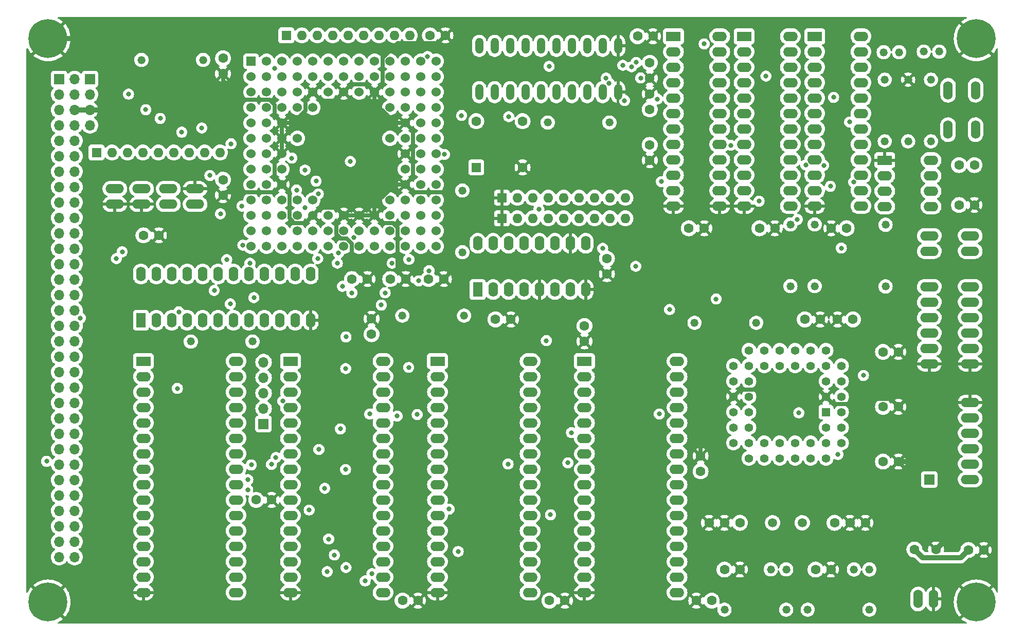
<source format=gbr>
G04 #@! TF.GenerationSoftware,KiCad,Pcbnew,7.0.9*
G04 #@! TF.CreationDate,2023-12-06T21:29:47+00:00*
G04 #@! TF.ProjectId,rosco_m68k,726f7363-6f5f-46d3-9638-6b2e6b696361,030-2.00*
G04 #@! TF.SameCoordinates,Original*
G04 #@! TF.FileFunction,Copper,L2,Inr*
G04 #@! TF.FilePolarity,Positive*
%FSLAX46Y46*%
G04 Gerber Fmt 4.6, Leading zero omitted, Abs format (unit mm)*
G04 Created by KiCad (PCBNEW 7.0.9) date 2023-12-06 21:29:47*
%MOMM*%
%LPD*%
G01*
G04 APERTURE LIST*
G04 #@! TA.AperFunction,ComponentPad*
%ADD10C,6.400000*%
G04 #@! TD*
G04 #@! TA.AperFunction,ComponentPad*
%ADD11O,1.524000X3.048000*%
G04 #@! TD*
G04 #@! TA.AperFunction,ComponentPad*
%ADD12C,1.320800*%
G04 #@! TD*
G04 #@! TA.AperFunction,ComponentPad*
%ADD13C,1.600200*%
G04 #@! TD*
G04 #@! TA.AperFunction,ComponentPad*
%ADD14R,1.422400X1.422400*%
G04 #@! TD*
G04 #@! TA.AperFunction,ComponentPad*
%ADD15C,1.422400*%
G04 #@! TD*
G04 #@! TA.AperFunction,ComponentPad*
%ADD16R,2.400000X1.600000*%
G04 #@! TD*
G04 #@! TA.AperFunction,ComponentPad*
%ADD17O,2.400000X1.600000*%
G04 #@! TD*
G04 #@! TA.AperFunction,ComponentPad*
%ADD18O,3.048000X1.524000*%
G04 #@! TD*
G04 #@! TA.AperFunction,ComponentPad*
%ADD19C,1.500000*%
G04 #@! TD*
G04 #@! TA.AperFunction,ComponentPad*
%ADD20R,1.600000X1.600000*%
G04 #@! TD*
G04 #@! TA.AperFunction,ComponentPad*
%ADD21C,1.600000*%
G04 #@! TD*
G04 #@! TA.AperFunction,ComponentPad*
%ADD22R,1.700000X1.700000*%
G04 #@! TD*
G04 #@! TA.AperFunction,ComponentPad*
%ADD23O,1.700000X1.700000*%
G04 #@! TD*
G04 #@! TA.AperFunction,ComponentPad*
%ADD24R,1.600000X2.400000*%
G04 #@! TD*
G04 #@! TA.AperFunction,ComponentPad*
%ADD25O,1.600000X2.400000*%
G04 #@! TD*
G04 #@! TA.AperFunction,ComponentPad*
%ADD26R,1.524000X1.524000*%
G04 #@! TD*
G04 #@! TA.AperFunction,ComponentPad*
%ADD27C,1.524000*%
G04 #@! TD*
G04 #@! TA.AperFunction,ComponentPad*
%ADD28O,1.600000X1.600000*%
G04 #@! TD*
G04 #@! TA.AperFunction,ComponentPad*
%ADD29O,1.320800X2.641600*%
G04 #@! TD*
G04 #@! TA.AperFunction,ViaPad*
%ADD30C,0.800000*%
G04 #@! TD*
G04 #@! TA.AperFunction,Conductor*
%ADD31C,0.850000*%
G04 #@! TD*
G04 #@! TA.AperFunction,Conductor*
%ADD32C,0.650000*%
G04 #@! TD*
G04 APERTURE END LIST*
D10*
X71500000Y-151500000D03*
X71500000Y-58700000D03*
X224300000Y-151500000D03*
D11*
X219659400Y-73701200D03*
X219659400Y-67198800D03*
X224180600Y-73701200D03*
X224180600Y-67198800D03*
D10*
X224300000Y-58700000D03*
D12*
X163920000Y-72520000D03*
X153760000Y-72520000D03*
D13*
X180306000Y-138443000D03*
X182846000Y-138443000D03*
X185386000Y-138443000D03*
X163495000Y-94930000D03*
X163495000Y-97470000D03*
X100300000Y-81930000D03*
X100300000Y-84470000D03*
X159800000Y-106019000D03*
X159800000Y-108559000D03*
X223005000Y-142925000D03*
X225545000Y-142925000D03*
X87205000Y-91100000D03*
X89745000Y-91100000D03*
X208946000Y-119329500D03*
X211486000Y-119329500D03*
X168547000Y-58300000D03*
X171087000Y-58300000D03*
X176980000Y-89929000D03*
X179520000Y-89929000D03*
X188606700Y-89929000D03*
X191146700Y-89929000D03*
X208946000Y-128363000D03*
X211486000Y-128363000D03*
X214122000Y-142850000D03*
X217678000Y-142850000D03*
D14*
X199572000Y-120199000D03*
D15*
X202112000Y-117659000D03*
X199572000Y-117659000D03*
X202112000Y-115119000D03*
X199572000Y-115119000D03*
X202112000Y-112579000D03*
X199572000Y-110039000D03*
X199572000Y-112579000D03*
X197032000Y-110039000D03*
X197032000Y-112579000D03*
X194492000Y-110039000D03*
X194492000Y-112579000D03*
X191952000Y-110039000D03*
X191952000Y-112579000D03*
X189412000Y-110039000D03*
X189412000Y-112579000D03*
X186872000Y-110039000D03*
X184332000Y-112579000D03*
X186872000Y-112579000D03*
X184332000Y-115119000D03*
X186872000Y-115119000D03*
X184332000Y-117659000D03*
X186872000Y-117659000D03*
X184332000Y-120199000D03*
X186872000Y-120199000D03*
X184332000Y-122739000D03*
X186872000Y-122739000D03*
X184332000Y-125279000D03*
X186872000Y-127819000D03*
X186872000Y-125279000D03*
X189412000Y-127819000D03*
X189412000Y-125279000D03*
X191952000Y-127819000D03*
X191952000Y-125279000D03*
X194492000Y-127819000D03*
X194492000Y-125279000D03*
X197032000Y-127819000D03*
X197032000Y-125279000D03*
X199572000Y-127819000D03*
X202112000Y-125279000D03*
X199572000Y-125279000D03*
X202112000Y-122739000D03*
X199572000Y-122739000D03*
X202112000Y-120199000D03*
D16*
X186076700Y-58324800D03*
D17*
X186076700Y-60864800D03*
X186076700Y-63404800D03*
X186076700Y-65944800D03*
X186076700Y-68484800D03*
X186076700Y-71024800D03*
X186076700Y-73564800D03*
X186076700Y-76104800D03*
X186076700Y-78644800D03*
X186076700Y-81184800D03*
X186076700Y-83724800D03*
X186076700Y-86264800D03*
X193696700Y-86264800D03*
X193696700Y-83724800D03*
X193696700Y-81184800D03*
X193696700Y-78644800D03*
X193696700Y-76104800D03*
X193696700Y-73564800D03*
X193696700Y-71024800D03*
X193696700Y-68484800D03*
X193696700Y-65944800D03*
X193696700Y-63404800D03*
X193696700Y-60864800D03*
X193696700Y-58324800D03*
D18*
X223300000Y-91159000D03*
X223300000Y-93699000D03*
D12*
X211600000Y-60930000D03*
X209060000Y-60930000D03*
X218200000Y-60840000D03*
X215660000Y-60840000D03*
D19*
X190772000Y-138442000D03*
X195652000Y-138442000D03*
D20*
X141990000Y-79910000D03*
D21*
X149610000Y-79910000D03*
X149610000Y-72290000D03*
X141990000Y-72290000D03*
D16*
X159800000Y-111823600D03*
D17*
X159800000Y-114363600D03*
X159800000Y-116903600D03*
X159800000Y-119443600D03*
X159800000Y-121983600D03*
X159800000Y-124523600D03*
X159800000Y-127063600D03*
X159800000Y-129603600D03*
X159800000Y-132143600D03*
X159800000Y-134683600D03*
X159800000Y-137223600D03*
X159800000Y-139763600D03*
X159800000Y-142303600D03*
X159800000Y-144843600D03*
X159800000Y-147383600D03*
X159800000Y-149923600D03*
X175040000Y-149923600D03*
X175040000Y-147383600D03*
X175040000Y-144843600D03*
X175040000Y-142303600D03*
X175040000Y-139763600D03*
X175040000Y-137223600D03*
X175040000Y-134683600D03*
X175040000Y-132143600D03*
X175040000Y-129603600D03*
X175040000Y-127063600D03*
X175040000Y-124523600D03*
X175040000Y-121983600D03*
X175040000Y-119443600D03*
X175040000Y-116903600D03*
X175040000Y-114363600D03*
X175040000Y-111823600D03*
D16*
X135600000Y-111823600D03*
D17*
X135600000Y-114363600D03*
X135600000Y-116903600D03*
X135600000Y-119443600D03*
X135600000Y-121983600D03*
X135600000Y-124523600D03*
X135600000Y-127063600D03*
X135600000Y-129603600D03*
X135600000Y-132143600D03*
X135600000Y-134683600D03*
X135600000Y-137223600D03*
X135600000Y-139763600D03*
X135600000Y-142303600D03*
X135600000Y-144843600D03*
X135600000Y-147383600D03*
X135600000Y-149923600D03*
X150840000Y-149923600D03*
X150840000Y-147383600D03*
X150840000Y-144843600D03*
X150840000Y-142303600D03*
X150840000Y-139763600D03*
X150840000Y-137223600D03*
X150840000Y-134683600D03*
X150840000Y-132143600D03*
X150840000Y-129603600D03*
X150840000Y-127063600D03*
X150840000Y-124523600D03*
X150840000Y-121983600D03*
X150840000Y-119443600D03*
X150840000Y-116903600D03*
X150840000Y-114363600D03*
X150840000Y-111823600D03*
D16*
X111400000Y-111823600D03*
D17*
X111400000Y-114363600D03*
X111400000Y-116903600D03*
X111400000Y-119443600D03*
X111400000Y-121983600D03*
X111400000Y-124523600D03*
X111400000Y-127063600D03*
X111400000Y-129603600D03*
X111400000Y-132143600D03*
X111400000Y-134683600D03*
X111400000Y-137223600D03*
X111400000Y-139763600D03*
X111400000Y-142303600D03*
X111400000Y-144843600D03*
X111400000Y-147383600D03*
X111400000Y-149923600D03*
X126640000Y-149923600D03*
X126640000Y-147383600D03*
X126640000Y-144843600D03*
X126640000Y-142303600D03*
X126640000Y-139763600D03*
X126640000Y-137223600D03*
X126640000Y-134683600D03*
X126640000Y-132143600D03*
X126640000Y-129603600D03*
X126640000Y-127063600D03*
X126640000Y-124523600D03*
X126640000Y-121983600D03*
X126640000Y-119443600D03*
X126640000Y-116903600D03*
X126640000Y-114363600D03*
X126640000Y-111823600D03*
D22*
X73325000Y-65350000D03*
D23*
X75865000Y-65350000D03*
X73325000Y-67890000D03*
X75865000Y-67890000D03*
X73325000Y-70430000D03*
X75865000Y-70430000D03*
X73325000Y-72970000D03*
X75865000Y-72970000D03*
X73325000Y-75510000D03*
X75865000Y-75510000D03*
X73325000Y-78050000D03*
X75865000Y-78050000D03*
X73325000Y-80590000D03*
X75865000Y-80590000D03*
X73325000Y-83130000D03*
X75865000Y-83130000D03*
X73325000Y-85670000D03*
X75865000Y-85670000D03*
X73325000Y-88210000D03*
X75865000Y-88210000D03*
X73325000Y-90750000D03*
X75865000Y-90750000D03*
X73325000Y-93290000D03*
X75865000Y-93290000D03*
X73325000Y-95830000D03*
X75865000Y-95830000D03*
X73325000Y-98370000D03*
X75865000Y-98370000D03*
X73325000Y-100910000D03*
X75865000Y-100910000D03*
X73325000Y-103450000D03*
X75865000Y-103450000D03*
X73325000Y-105990000D03*
X75865000Y-105990000D03*
X73325000Y-108530000D03*
X75865000Y-108530000D03*
X73325000Y-111070000D03*
X75865000Y-111070000D03*
X73325000Y-113610000D03*
X75865000Y-113610000D03*
X73325000Y-116150000D03*
X75865000Y-116150000D03*
X73325000Y-118690000D03*
X75865000Y-118690000D03*
X73325000Y-121230000D03*
X75865000Y-121230000D03*
X73325000Y-123770000D03*
X75865000Y-123770000D03*
X73325000Y-126310000D03*
X75865000Y-126310000D03*
X73325000Y-128850000D03*
X75865000Y-128850000D03*
X73325000Y-131390000D03*
X75865000Y-131390000D03*
X73325000Y-133930000D03*
X75865000Y-133930000D03*
X73325000Y-136470000D03*
X75865000Y-136470000D03*
X73325000Y-139010000D03*
X75865000Y-139010000D03*
X73325000Y-141550000D03*
X75865000Y-141550000D03*
X73325000Y-144090000D03*
X75865000Y-144090000D03*
D12*
X139980000Y-104324000D03*
X129820000Y-104324000D03*
D16*
X174450000Y-58324800D03*
D17*
X174450000Y-60864800D03*
X174450000Y-63404800D03*
X174450000Y-65944800D03*
X174450000Y-68484800D03*
X174450000Y-71024800D03*
X174450000Y-73564800D03*
X174450000Y-76104800D03*
X174450000Y-78644800D03*
X174450000Y-81184800D03*
X174450000Y-83724800D03*
X174450000Y-86264800D03*
X182070000Y-86264800D03*
X182070000Y-83724800D03*
X182070000Y-81184800D03*
X182070000Y-78644800D03*
X182070000Y-76104800D03*
X182070000Y-73564800D03*
X182070000Y-71024800D03*
X182070000Y-68484800D03*
X182070000Y-65944800D03*
X182070000Y-63404800D03*
X182070000Y-60864800D03*
X182070000Y-58324800D03*
D13*
X178918000Y-129962000D03*
X178918000Y-127422000D03*
X124750000Y-107370000D03*
X124750000Y-104830000D03*
X206050000Y-138443000D03*
X203510000Y-138443000D03*
X200970000Y-138443000D03*
X223999000Y-79525000D03*
X221459000Y-79525000D03*
X196069000Y-104952000D03*
X198609000Y-104952000D03*
D18*
X223300000Y-131310000D03*
X223300000Y-128770000D03*
X223300000Y-126230000D03*
X223300000Y-123690000D03*
X223300000Y-121150000D03*
X223300000Y-118610000D03*
D13*
X208946000Y-110296000D03*
X211486000Y-110296000D03*
X145149000Y-104943000D03*
X147689000Y-104943000D03*
D18*
X216564000Y-112258000D03*
X216564000Y-109718000D03*
X216564000Y-107178000D03*
X216564000Y-104638000D03*
X216564000Y-102098000D03*
X216564000Y-99558000D03*
X223300000Y-112258000D03*
X223300000Y-109718000D03*
X223300000Y-107178000D03*
X223300000Y-104638000D03*
X223300000Y-102098000D03*
X223300000Y-99558000D03*
D11*
X214730000Y-151000000D03*
X217270000Y-151000000D03*
D13*
X201455000Y-104952000D03*
X203995000Y-104952000D03*
X100300000Y-64470000D03*
X100300000Y-61930000D03*
X170550000Y-76203000D03*
X170550000Y-78743000D03*
D16*
X209230000Y-78724800D03*
D17*
X209230000Y-81264800D03*
X209230000Y-83804800D03*
X209230000Y-86344800D03*
X216850000Y-86344800D03*
X216850000Y-83804800D03*
X216850000Y-81264800D03*
X216850000Y-78724800D03*
D18*
X216564000Y-91159000D03*
X216564000Y-93699000D03*
D12*
X209362000Y-89353000D03*
X209362000Y-99513000D03*
X213078000Y-65450000D03*
X213078000Y-75610000D03*
X209230000Y-65450000D03*
X209230000Y-75610000D03*
X86870000Y-62200000D03*
X97030000Y-62200000D03*
X216850000Y-65450000D03*
X216850000Y-75610000D03*
D18*
X91296700Y-83430000D03*
X91296700Y-85970000D03*
D12*
X95001000Y-108593000D03*
X105161000Y-108593000D03*
X193006000Y-146120000D03*
X190466000Y-146120000D03*
X206704000Y-146122000D03*
X204164000Y-146122000D03*
X193006000Y-152746000D03*
X182846000Y-152746000D03*
X206704000Y-152746000D03*
X196544000Y-152746000D03*
D18*
X95700000Y-85970000D03*
X95700000Y-83430000D03*
D16*
X87200000Y-111823600D03*
D17*
X87200000Y-114363600D03*
X87200000Y-116903600D03*
X87200000Y-119443600D03*
X87200000Y-121983600D03*
X87200000Y-124523600D03*
X87200000Y-127063600D03*
X87200000Y-129603600D03*
X87200000Y-132143600D03*
X87200000Y-134683600D03*
X87200000Y-137223600D03*
X87200000Y-139763600D03*
X87200000Y-142303600D03*
X87200000Y-144843600D03*
X87200000Y-147383600D03*
X87200000Y-149923600D03*
X102440000Y-149923600D03*
X102440000Y-147383600D03*
X102440000Y-144843600D03*
X102440000Y-142303600D03*
X102440000Y-139763600D03*
X102440000Y-137223600D03*
X102440000Y-134683600D03*
X102440000Y-132143600D03*
X102440000Y-129603600D03*
X102440000Y-127063600D03*
X102440000Y-124523600D03*
X102440000Y-121983600D03*
X102440000Y-119443600D03*
X102440000Y-116903600D03*
X102440000Y-114363600D03*
X102440000Y-111823600D03*
D13*
X221459000Y-86101000D03*
X223999000Y-86101000D03*
X182846000Y-146143000D03*
X185386000Y-146143000D03*
X202959000Y-89929000D03*
X200419000Y-89929000D03*
D16*
X197703300Y-58324800D03*
D17*
X197703300Y-60864800D03*
X197703300Y-63404800D03*
X197703300Y-65944800D03*
X197703300Y-68484800D03*
X197703300Y-71024800D03*
X197703300Y-73564800D03*
X197703300Y-76104800D03*
X197703300Y-78644800D03*
X197703300Y-81184800D03*
X197703300Y-83724800D03*
X197703300Y-86264800D03*
X205323300Y-86264800D03*
X205323300Y-83724800D03*
X205323300Y-81184800D03*
X205323300Y-78644800D03*
X205323300Y-76104800D03*
X205323300Y-73564800D03*
X205323300Y-71024800D03*
X205323300Y-68484800D03*
X205323300Y-65944800D03*
X205323300Y-63404800D03*
X205323300Y-60864800D03*
X205323300Y-58324800D03*
D12*
X197703300Y-89303000D03*
X197703300Y-99463000D03*
D13*
X170550000Y-67810000D03*
X170550000Y-70350000D03*
X170543000Y-62680000D03*
X170543000Y-65220000D03*
D24*
X86787000Y-105081000D03*
D25*
X89327000Y-105081000D03*
X91867000Y-105081000D03*
X94407000Y-105081000D03*
X96947000Y-105081000D03*
X99487000Y-105081000D03*
X102027000Y-105081000D03*
X104567000Y-105081000D03*
X107107000Y-105081000D03*
X109647000Y-105081000D03*
X112187000Y-105081000D03*
X114727000Y-105081000D03*
X114727000Y-97461000D03*
X112187000Y-97461000D03*
X109647000Y-97461000D03*
X107107000Y-97461000D03*
X104567000Y-97461000D03*
X102027000Y-97461000D03*
X99487000Y-97461000D03*
X96947000Y-97461000D03*
X94407000Y-97461000D03*
X91867000Y-97461000D03*
X89327000Y-97461000D03*
X86787000Y-97461000D03*
D22*
X106971000Y-122147000D03*
D23*
X106971000Y-119607000D03*
X106971000Y-117067000D03*
X106971000Y-114527000D03*
X106971000Y-111987000D03*
D13*
X180750000Y-151263000D03*
X178210000Y-151263000D03*
X154030000Y-151263000D03*
X156570000Y-151263000D03*
X129852000Y-151263000D03*
X132392000Y-151263000D03*
X105763600Y-134673400D03*
X108303600Y-134673400D03*
D12*
X193696700Y-89303000D03*
X193696700Y-99463000D03*
D22*
X216564000Y-131310000D03*
D24*
X142225000Y-100025000D03*
D25*
X144765000Y-100025000D03*
X147305000Y-100025000D03*
X149845000Y-100025000D03*
X152385000Y-100025000D03*
X154925000Y-100025000D03*
X157465000Y-100025000D03*
X160005000Y-100025000D03*
X160005000Y-92405000D03*
X157465000Y-92405000D03*
X154925000Y-92405000D03*
X152385000Y-92405000D03*
X149845000Y-92405000D03*
X147305000Y-92405000D03*
X144765000Y-92405000D03*
X142225000Y-92405000D03*
D12*
X139700000Y-93880000D03*
X139700000Y-83720000D03*
X188080000Y-105500000D03*
X177920000Y-105500000D03*
D13*
X197840000Y-146143000D03*
X200380000Y-146143000D03*
D18*
X82490000Y-83430000D03*
X82490000Y-85970000D03*
D22*
X78405000Y-65350000D03*
D23*
X78405000Y-67890000D03*
X78405000Y-70430000D03*
X78405000Y-72970000D03*
D26*
X104930000Y-62420000D03*
D27*
X107470000Y-62420000D03*
X110010000Y-62420000D03*
X112550000Y-62420000D03*
X115090000Y-62420000D03*
X117630000Y-62420000D03*
X120170000Y-62420000D03*
X122710000Y-62420000D03*
X125250000Y-62420000D03*
X127790000Y-62420000D03*
X130330000Y-62420000D03*
X132870000Y-62420000D03*
X135410000Y-62420000D03*
X104930000Y-64960000D03*
X107470000Y-64960000D03*
X110010000Y-64960000D03*
X112550000Y-64960000D03*
X115090000Y-64960000D03*
X117630000Y-64960000D03*
X120170000Y-64960000D03*
X122710000Y-64960000D03*
X125250000Y-64960000D03*
X127790000Y-64960000D03*
X130330000Y-64960000D03*
X132870000Y-64960000D03*
X135410000Y-64960000D03*
X104930000Y-67500000D03*
X107470000Y-67500000D03*
X110010000Y-67500000D03*
X112550000Y-67500000D03*
X115090000Y-67500000D03*
X117630000Y-67500000D03*
X120170000Y-67500000D03*
X122710000Y-67500000D03*
X125250000Y-67500000D03*
X127790000Y-67500000D03*
X130330000Y-67500000D03*
X132870000Y-67500000D03*
X135410000Y-67500000D03*
X104930000Y-70040000D03*
X107470000Y-70040000D03*
X110010000Y-70040000D03*
X112550000Y-70040000D03*
X115090000Y-70040000D03*
X127790000Y-70040000D03*
X130330000Y-70040000D03*
X132870000Y-70040000D03*
X135410000Y-70040000D03*
X104930000Y-72580000D03*
X107470000Y-72580000D03*
X110010000Y-72580000D03*
X130330000Y-72580000D03*
X132870000Y-72580000D03*
X135410000Y-72580000D03*
X104930000Y-75120000D03*
X107470000Y-75120000D03*
X110010000Y-75120000D03*
X112550000Y-75120000D03*
X127790000Y-75120000D03*
X130330000Y-75120000D03*
X132870000Y-75120000D03*
X135410000Y-75120000D03*
X104930000Y-77660000D03*
X107470000Y-77660000D03*
X110010000Y-77660000D03*
X130330000Y-77660000D03*
X132870000Y-77660000D03*
X135410000Y-77660000D03*
X104930000Y-80200000D03*
X107470000Y-80200000D03*
X110010000Y-80200000D03*
X130330000Y-80200000D03*
X132870000Y-80200000D03*
X135410000Y-80200000D03*
X104930000Y-82740000D03*
X107470000Y-82740000D03*
X110010000Y-82740000D03*
X130330000Y-82740000D03*
X132870000Y-82740000D03*
X135410000Y-82740000D03*
X104930000Y-85280000D03*
X107470000Y-85280000D03*
X110010000Y-85280000D03*
X112550000Y-85280000D03*
X115090000Y-85280000D03*
X127790000Y-85280000D03*
X130330000Y-85280000D03*
X132870000Y-85280000D03*
X135410000Y-85280000D03*
X104930000Y-87820000D03*
X107470000Y-87820000D03*
X110010000Y-87820000D03*
X112550000Y-87820000D03*
X115090000Y-87820000D03*
X117630000Y-87820000D03*
X120170000Y-87820000D03*
X122710000Y-87820000D03*
X125250000Y-87820000D03*
X127790000Y-87820000D03*
X130330000Y-87820000D03*
X132870000Y-87820000D03*
X135410000Y-87820000D03*
X104930000Y-90360000D03*
X107470000Y-90360000D03*
X110010000Y-90360000D03*
X112550000Y-90360000D03*
X115090000Y-90360000D03*
X117630000Y-90360000D03*
X120170000Y-90360000D03*
X122710000Y-90360000D03*
X125250000Y-90360000D03*
X127790000Y-90360000D03*
X130330000Y-90360000D03*
X132870000Y-90360000D03*
X135410000Y-90360000D03*
X104930000Y-92900000D03*
X107470000Y-92900000D03*
X110010000Y-92900000D03*
X112550000Y-92900000D03*
X115090000Y-92900000D03*
X117630000Y-92900000D03*
X120170000Y-92900000D03*
X122710000Y-92900000D03*
X125250000Y-92900000D03*
X127790000Y-92900000D03*
X130330000Y-92900000D03*
X132870000Y-92900000D03*
X135410000Y-92900000D03*
D13*
X134366000Y-58166000D03*
X136906000Y-58166000D03*
D20*
X110729000Y-58166000D03*
D28*
X113269000Y-58166000D03*
X115809000Y-58166000D03*
X118349000Y-58166000D03*
X120889000Y-58166000D03*
X123429000Y-58166000D03*
X125969000Y-58166000D03*
X128509000Y-58166000D03*
X131049000Y-58166000D03*
D13*
X134130000Y-98300000D03*
X136670000Y-98300000D03*
D20*
X146225000Y-88300000D03*
D28*
X148765000Y-88300000D03*
X151305000Y-88300000D03*
X153845000Y-88300000D03*
X156385000Y-88300000D03*
X158925000Y-88300000D03*
X161465000Y-88300000D03*
X164005000Y-88300000D03*
X166545000Y-88300000D03*
D13*
X127830000Y-98300000D03*
X130370000Y-98300000D03*
D20*
X146225000Y-84900000D03*
D28*
X148765000Y-84900000D03*
X151305000Y-84900000D03*
X153845000Y-84900000D03*
X156385000Y-84900000D03*
X158925000Y-84900000D03*
X161465000Y-84900000D03*
X164005000Y-84900000D03*
X166545000Y-84900000D03*
D29*
X142470000Y-67510000D03*
X145010000Y-67510000D03*
X147550000Y-67510000D03*
X150090000Y-67510000D03*
X152630000Y-67510000D03*
X155170000Y-67510000D03*
X157710000Y-67510000D03*
X160250000Y-67510000D03*
X162790000Y-67510000D03*
X165330000Y-67510000D03*
X165330000Y-59890000D03*
X162790000Y-59890000D03*
X160250000Y-59890000D03*
X157710000Y-59890000D03*
X155170000Y-59890000D03*
X152630000Y-59890000D03*
X150090000Y-59890000D03*
X147550000Y-59890000D03*
X145010000Y-59890000D03*
X142470000Y-59890000D03*
D20*
X79490000Y-77460000D03*
D28*
X82030000Y-77460000D03*
X84570000Y-77460000D03*
X87110000Y-77460000D03*
X89650000Y-77460000D03*
X92190000Y-77460000D03*
X94730000Y-77460000D03*
X97270000Y-77460000D03*
X99810000Y-77460000D03*
D18*
X86893300Y-83430000D03*
X86893300Y-85970000D03*
D13*
X121530000Y-98300000D03*
X124070000Y-98300000D03*
D30*
X181474400Y-101578400D03*
X96798700Y-73413300D03*
X98140000Y-81240000D03*
X71254600Y-128319000D03*
X194860000Y-88471100D03*
X76802300Y-104720000D03*
X89964400Y-71848300D03*
X139572900Y-71359700D03*
X179511300Y-59568900D03*
X153520800Y-108442300D03*
X162801769Y-93243125D03*
X103567300Y-92702800D03*
X169045300Y-65169000D03*
X108806500Y-63618900D03*
X87578100Y-70402000D03*
X104367200Y-133011100D03*
X119951400Y-99499300D03*
X132513800Y-98594800D03*
X134212300Y-96925200D03*
X154205100Y-137125400D03*
X200279700Y-83006000D03*
X98854800Y-100169600D03*
X105382600Y-101364500D03*
X93508600Y-74114100D03*
X109006100Y-127677900D03*
X110137900Y-118391200D03*
X173800100Y-103319600D03*
X163361400Y-65223100D03*
X166115300Y-63084500D03*
X133974000Y-61641200D03*
X171770500Y-68650800D03*
X166396600Y-68899400D03*
X83697200Y-93805200D03*
X157665400Y-123585200D03*
X189673900Y-64865700D03*
X82739100Y-94930000D03*
X153979300Y-63254600D03*
X126985300Y-100568100D03*
X121517100Y-100568100D03*
X157076300Y-128562500D03*
X163872199Y-66024685D03*
X126355100Y-102566700D03*
X132270500Y-120606500D03*
X167563000Y-63328100D03*
X172470000Y-82248300D03*
X124457100Y-120533400D03*
X101492200Y-102388700D03*
X168313700Y-62619800D03*
X188535200Y-85479000D03*
X204127800Y-82329900D03*
X183892200Y-76261700D03*
X196230500Y-79485200D03*
X199185800Y-79566600D03*
X118633100Y-143755400D03*
X139010800Y-143167400D03*
X117683600Y-141111100D03*
X172122900Y-120528100D03*
X137509000Y-136194500D03*
X114476600Y-136345200D03*
X117451100Y-146486500D03*
X115886600Y-94935500D03*
X116078600Y-126358200D03*
X117044600Y-132767300D03*
X104381100Y-131344600D03*
X119119400Y-95698100D03*
X119617400Y-122982200D03*
X108265900Y-128823400D03*
X104946000Y-128905900D03*
X120470400Y-129658000D03*
X99872300Y-87556100D03*
X119308800Y-94012100D03*
X93028700Y-103706800D03*
X120492800Y-113048200D03*
X84739000Y-67847400D03*
X112400800Y-83634400D03*
X103413900Y-86269700D03*
X120540400Y-107817200D03*
X115618100Y-82164800D03*
X92778800Y-116312000D03*
X202088400Y-93205900D03*
X121798400Y-91462600D03*
X147221900Y-128756800D03*
X130864400Y-112852500D03*
X124817800Y-146831200D03*
X128948700Y-120860500D03*
X123691800Y-148026800D03*
X120545700Y-145807100D03*
X168245200Y-96200000D03*
X104733200Y-95695800D03*
X201522500Y-127198000D03*
X195087400Y-120337300D03*
X205728900Y-114165300D03*
X203453100Y-72435700D03*
X200815700Y-68370400D03*
X100904800Y-95081800D03*
X113764600Y-86553100D03*
X147333900Y-71546300D03*
X113800700Y-80346600D03*
X136733700Y-77772500D03*
X115983300Y-84276200D03*
X121265500Y-78930000D03*
X101622300Y-76018600D03*
X111619000Y-78371900D03*
X152292200Y-86787400D03*
X128143100Y-95689600D03*
X130895700Y-95059300D03*
D31*
X221703900Y-144226100D02*
X223005000Y-142925000D01*
X214122000Y-142850000D02*
X215498100Y-144226100D01*
X215498100Y-144226100D02*
X221703900Y-144226100D01*
D32*
X110010000Y-82740000D02*
X111248000Y-83978000D01*
X198384800Y-116471800D02*
X185519200Y-116471800D01*
X116328000Y-86582000D02*
X118932000Y-86582000D01*
X118932000Y-86582000D02*
X120170000Y-87820000D01*
X131568000Y-83978000D02*
X137078000Y-83978000D01*
X124012000Y-66262000D02*
X125250000Y-67500000D01*
X110010000Y-77660000D02*
X108772000Y-78898000D01*
X137520000Y-84420000D02*
X137520000Y-97450000D01*
D31*
X81120000Y-69470000D02*
X81120000Y-62630000D01*
X81120000Y-62630000D02*
X77190000Y-58700000D01*
D32*
X103500488Y-68802000D02*
X107982797Y-68802000D01*
X111248000Y-83978000D02*
X111248000Y-88268797D01*
X110010000Y-75120000D02*
X110010000Y-77660000D01*
X125250000Y-86069203D02*
X128579203Y-82740000D01*
X131568000Y-81502000D02*
X130330000Y-82740000D01*
D31*
X219410000Y-128870000D02*
X218903000Y-128363000D01*
D32*
X113852000Y-68738000D02*
X115090000Y-67500000D01*
X110010000Y-72580000D02*
X110010000Y-75120000D01*
X115090000Y-67500000D02*
X116510000Y-68920000D01*
X108708000Y-84042000D02*
X110010000Y-82740000D01*
X122710000Y-87820000D02*
X125250000Y-87820000D01*
X118932000Y-89058000D02*
X118932000Y-90872797D01*
X130330000Y-72580000D02*
X131568000Y-73818000D01*
X128999203Y-59460000D02*
X135612000Y-59460000D01*
X116510000Y-68920000D02*
X118780000Y-68920000D01*
X125250000Y-67500000D02*
X126552000Y-66198000D01*
D31*
X75865000Y-70430000D02*
X80160000Y-70430000D01*
D32*
X210209900Y-118053400D02*
X211486000Y-119329500D01*
X108772000Y-78898000D02*
X108772000Y-81502000D01*
X206658022Y-118846200D02*
X207450822Y-118053400D01*
X108772000Y-71342000D02*
X110010000Y-72580000D01*
X185519200Y-116471800D02*
X184332000Y-117659000D01*
X111824797Y-72580000D02*
X113852000Y-70552797D01*
X207450822Y-118053400D02*
X210209900Y-118053400D01*
D31*
X77190000Y-58700000D02*
X71500000Y-58700000D01*
D32*
X126552000Y-61907203D02*
X128999203Y-59460000D01*
X107982797Y-68802000D02*
X108772000Y-69591203D01*
X100728000Y-84042000D02*
X108708000Y-84042000D01*
X121472000Y-92451203D02*
X121472000Y-95702000D01*
X113852000Y-70552797D02*
X113852000Y-68738000D01*
D31*
X219410000Y-141118000D02*
X219410000Y-128870000D01*
D32*
X111248000Y-88268797D02*
X112037203Y-89058000D01*
X130330000Y-82740000D02*
X131568000Y-83978000D01*
X184332000Y-117659000D02*
X178918000Y-123073000D01*
X199572000Y-117659000D02*
X198384800Y-116471800D01*
X100300000Y-64470000D02*
X100300000Y-65601512D01*
X121472000Y-95702000D02*
X124070000Y-98300000D01*
X125250000Y-87820000D02*
X126488000Y-89058000D01*
X112037203Y-89058000D02*
X113852000Y-89058000D01*
X199572000Y-117659000D02*
X200759200Y-118846200D01*
X118780000Y-68920000D02*
X118780000Y-68890000D01*
X130330000Y-72580000D02*
X128579203Y-72580000D01*
X129060000Y-89879203D02*
X129060000Y-96990000D01*
X129060000Y-96990000D02*
X130370000Y-98300000D01*
X128579203Y-82740000D02*
X130330000Y-82740000D01*
X100300000Y-65601512D02*
X103500488Y-68802000D01*
D31*
X217678000Y-142850000D02*
X219410000Y-141118000D01*
D32*
X120170000Y-67500000D02*
X121408000Y-66262000D01*
X100300000Y-84470000D02*
X100728000Y-84042000D01*
X125250000Y-69250797D02*
X125250000Y-67500000D01*
X113852000Y-89058000D02*
X115090000Y-87820000D01*
X200759200Y-118846200D02*
X206658022Y-118846200D01*
X125250000Y-87820000D02*
X125250000Y-86069203D01*
X126488000Y-89058000D02*
X128238797Y-89058000D01*
X137520000Y-97450000D02*
X136670000Y-98300000D01*
X115090000Y-87820000D02*
X116328000Y-86582000D01*
X118780000Y-68890000D02*
X120170000Y-67500000D01*
X119721203Y-91662000D02*
X120682797Y-91662000D01*
X131568000Y-73818000D02*
X131568000Y-81502000D01*
X135612000Y-59460000D02*
X136906000Y-58166000D01*
D31*
X218903000Y-128363000D02*
X211486000Y-128363000D01*
D32*
X120170000Y-87820000D02*
X118932000Y-89058000D01*
X137078000Y-83978000D02*
X137520000Y-84420000D01*
X108772000Y-81502000D02*
X110010000Y-82740000D01*
X110010000Y-72580000D02*
X111824797Y-72580000D01*
D31*
X80160000Y-70430000D02*
X81120000Y-69470000D01*
D32*
X120682797Y-91662000D02*
X121472000Y-92451203D01*
X121408000Y-66262000D02*
X124012000Y-66262000D01*
X128238797Y-89058000D02*
X129060000Y-89879203D01*
X128579203Y-72580000D02*
X125250000Y-69250797D01*
X126552000Y-66198000D02*
X126552000Y-61907203D01*
X118932000Y-90872797D02*
X119721203Y-91662000D01*
X120170000Y-87820000D02*
X122710000Y-87820000D01*
X178918000Y-123073000D02*
X178918000Y-127422000D01*
X108772000Y-69591203D02*
X108772000Y-71342000D01*
G04 #@! TA.AperFunction,Conductor*
G36*
X77945507Y-70220156D02*
G01*
X77905000Y-70358111D01*
X77905000Y-70501889D01*
X77945507Y-70639844D01*
X77973884Y-70684000D01*
X76296116Y-70684000D01*
X76324493Y-70639844D01*
X76365000Y-70501889D01*
X76365000Y-70358111D01*
X76324493Y-70220156D01*
X76296116Y-70176000D01*
X77973884Y-70176000D01*
X77945507Y-70220156D01*
G37*
G04 #@! TD.AperFunction*
G04 #@! TA.AperFunction,Conductor*
G36*
X198361505Y-112926825D02*
G01*
X198412105Y-112976627D01*
X198420402Y-112994795D01*
X198421480Y-112997758D01*
X198511673Y-113191178D01*
X198511674Y-113191180D01*
X198634083Y-113365998D01*
X198634090Y-113366007D01*
X198784992Y-113516909D01*
X198785001Y-113516916D01*
X198788406Y-113519300D01*
X198959820Y-113639326D01*
X199067917Y-113689732D01*
X199153249Y-113729523D01*
X199156208Y-113730600D01*
X199157328Y-113731425D01*
X199158231Y-113731846D01*
X199158146Y-113732027D01*
X199213378Y-113772696D01*
X199238714Y-113839018D01*
X199224171Y-113908510D01*
X199174367Y-113959107D01*
X199156208Y-113967400D01*
X199153249Y-113968476D01*
X198959820Y-114058674D01*
X198785000Y-114181084D01*
X198784994Y-114181089D01*
X198634089Y-114331994D01*
X198634084Y-114332000D01*
X198511674Y-114506820D01*
X198421480Y-114700241D01*
X198421478Y-114700246D01*
X198389605Y-114819200D01*
X198366242Y-114906392D01*
X198347641Y-115119000D01*
X198366242Y-115331608D01*
X198395842Y-115442080D01*
X198421478Y-115537753D01*
X198421480Y-115537758D01*
X198511673Y-115731178D01*
X198511674Y-115731180D01*
X198634083Y-115905998D01*
X198634090Y-115906007D01*
X198784992Y-116056909D01*
X198785001Y-116056916D01*
X198788406Y-116059300D01*
X198959820Y-116179326D01*
X199067917Y-116229732D01*
X199153245Y-116269521D01*
X199156940Y-116270866D01*
X199214111Y-116312961D01*
X199239448Y-116379283D01*
X199224906Y-116448775D01*
X199175103Y-116499373D01*
X199156943Y-116507667D01*
X199153417Y-116508950D01*
X198960070Y-116599110D01*
X198907869Y-116635660D01*
X199532481Y-117260272D01*
X199446852Y-117273835D01*
X199333955Y-117331359D01*
X199244359Y-117420955D01*
X199186835Y-117533852D01*
X199173272Y-117619481D01*
X198548660Y-116994869D01*
X198512110Y-117047070D01*
X198421952Y-117240413D01*
X198421950Y-117240418D01*
X198366736Y-117446479D01*
X198348143Y-117659000D01*
X198366736Y-117871520D01*
X198421950Y-118077581D01*
X198421952Y-118077587D01*
X198512106Y-118270924D01*
X198548660Y-118323128D01*
X199173272Y-117698516D01*
X199186835Y-117784148D01*
X199244359Y-117897045D01*
X199333955Y-117986641D01*
X199446852Y-118044165D01*
X199532482Y-118057727D01*
X198907870Y-118682338D01*
X198907870Y-118682339D01*
X198960072Y-118718891D01*
X198960071Y-118718891D01*
X199003420Y-118739105D01*
X199056705Y-118786022D01*
X199076166Y-118854300D01*
X199055624Y-118922260D01*
X199001601Y-118968325D01*
X198950170Y-118979300D01*
X198812150Y-118979300D01*
X198751603Y-118985809D01*
X198751595Y-118985811D01*
X198614597Y-119036910D01*
X198614592Y-119036912D01*
X198497538Y-119124538D01*
X198409912Y-119241592D01*
X198409910Y-119241597D01*
X198358811Y-119378595D01*
X198358809Y-119378603D01*
X198352300Y-119439150D01*
X198352300Y-120958849D01*
X198358809Y-121019396D01*
X198358811Y-121019404D01*
X198409910Y-121156402D01*
X198409912Y-121156407D01*
X198497538Y-121273461D01*
X198614592Y-121361087D01*
X198614594Y-121361088D01*
X198614596Y-121361089D01*
X198653673Y-121375664D01*
X198751595Y-121412188D01*
X198751603Y-121412190D01*
X198812150Y-121418699D01*
X198812155Y-121418699D01*
X198812162Y-121418700D01*
X198812168Y-121418700D01*
X198948987Y-121418700D01*
X199017108Y-121438702D01*
X199063601Y-121492358D01*
X199073705Y-121562632D01*
X199044211Y-121627212D01*
X199002237Y-121658895D01*
X198959820Y-121678674D01*
X198785000Y-121801084D01*
X198784994Y-121801089D01*
X198634089Y-121951994D01*
X198634084Y-121952000D01*
X198511674Y-122126820D01*
X198421480Y-122320241D01*
X198421478Y-122320246D01*
X198389605Y-122439200D01*
X198366242Y-122526392D01*
X198347641Y-122739000D01*
X198366242Y-122951608D01*
X198376475Y-122989798D01*
X198421478Y-123157753D01*
X198421480Y-123157758D01*
X198511673Y-123351178D01*
X198511674Y-123351180D01*
X198634083Y-123525998D01*
X198634090Y-123526007D01*
X198784992Y-123676909D01*
X198785001Y-123676916D01*
X198788406Y-123679300D01*
X198959820Y-123799326D01*
X199070621Y-123850993D01*
X199153249Y-123889523D01*
X199156208Y-123890600D01*
X199157328Y-123891425D01*
X199158231Y-123891846D01*
X199158146Y-123892027D01*
X199213378Y-123932696D01*
X199238714Y-123999018D01*
X199224171Y-124068510D01*
X199174367Y-124119107D01*
X199156208Y-124127400D01*
X199153249Y-124128476D01*
X198959820Y-124218674D01*
X198785000Y-124341084D01*
X198784994Y-124341089D01*
X198634089Y-124491994D01*
X198634084Y-124492000D01*
X198511674Y-124666820D01*
X198421476Y-124860249D01*
X198420400Y-124863208D01*
X198419574Y-124864328D01*
X198419154Y-124865231D01*
X198418972Y-124865146D01*
X198378304Y-124920378D01*
X198311982Y-124945714D01*
X198242490Y-124931171D01*
X198191893Y-124881367D01*
X198183600Y-124863208D01*
X198182523Y-124860249D01*
X198141794Y-124772906D01*
X198092326Y-124666821D01*
X197969913Y-124491997D01*
X197819003Y-124341087D01*
X197819002Y-124341086D01*
X197819001Y-124341085D01*
X197818998Y-124341083D01*
X197644180Y-124218674D01*
X197644178Y-124218673D01*
X197450758Y-124128480D01*
X197450753Y-124128478D01*
X197355080Y-124102842D01*
X197244608Y-124073242D01*
X197032000Y-124054641D01*
X196819392Y-124073242D01*
X196774361Y-124085308D01*
X196613246Y-124128478D01*
X196613241Y-124128480D01*
X196419820Y-124218674D01*
X196245000Y-124341084D01*
X196244994Y-124341089D01*
X196094089Y-124491994D01*
X196094084Y-124492000D01*
X195971674Y-124666820D01*
X195881476Y-124860249D01*
X195880400Y-124863208D01*
X195879574Y-124864328D01*
X195879154Y-124865231D01*
X195878972Y-124865146D01*
X195838304Y-124920378D01*
X195771982Y-124945714D01*
X195702490Y-124931171D01*
X195651893Y-124881367D01*
X195643600Y-124863208D01*
X195642523Y-124860249D01*
X195601794Y-124772906D01*
X195552326Y-124666821D01*
X195429913Y-124491997D01*
X195279003Y-124341087D01*
X195279002Y-124341086D01*
X195279001Y-124341085D01*
X195278998Y-124341083D01*
X195104180Y-124218674D01*
X195104178Y-124218673D01*
X194910758Y-124128480D01*
X194910753Y-124128478D01*
X194815080Y-124102842D01*
X194704608Y-124073242D01*
X194492000Y-124054641D01*
X194279392Y-124073242D01*
X194234361Y-124085308D01*
X194073246Y-124128478D01*
X194073241Y-124128480D01*
X193879820Y-124218674D01*
X193705000Y-124341084D01*
X193704994Y-124341089D01*
X193554089Y-124491994D01*
X193554084Y-124492000D01*
X193431674Y-124666820D01*
X193341476Y-124860249D01*
X193340400Y-124863208D01*
X193339574Y-124864328D01*
X193339154Y-124865231D01*
X193338972Y-124865146D01*
X193298304Y-124920378D01*
X193231982Y-124945714D01*
X193162490Y-124931171D01*
X193111893Y-124881367D01*
X193103600Y-124863208D01*
X193102523Y-124860249D01*
X193061794Y-124772906D01*
X193012326Y-124666821D01*
X192889913Y-124491997D01*
X192739003Y-124341087D01*
X192739002Y-124341086D01*
X192739001Y-124341085D01*
X192738998Y-124341083D01*
X192564180Y-124218674D01*
X192564178Y-124218673D01*
X192370758Y-124128480D01*
X192370753Y-124128478D01*
X192275080Y-124102842D01*
X192164608Y-124073242D01*
X191952000Y-124054641D01*
X191739392Y-124073242D01*
X191694361Y-124085308D01*
X191533246Y-124128478D01*
X191533241Y-124128480D01*
X191339820Y-124218674D01*
X191165000Y-124341084D01*
X191164994Y-124341089D01*
X191014089Y-124491994D01*
X191014084Y-124492000D01*
X190891674Y-124666820D01*
X190801476Y-124860249D01*
X190800400Y-124863208D01*
X190799574Y-124864328D01*
X190799154Y-124865231D01*
X190798972Y-124865146D01*
X190758304Y-124920378D01*
X190691982Y-124945714D01*
X190622490Y-124931171D01*
X190571893Y-124881367D01*
X190563600Y-124863208D01*
X190562523Y-124860249D01*
X190521794Y-124772906D01*
X190472326Y-124666821D01*
X190349913Y-124491997D01*
X190199003Y-124341087D01*
X190199002Y-124341086D01*
X190199001Y-124341085D01*
X190198998Y-124341083D01*
X190024180Y-124218674D01*
X190024178Y-124218673D01*
X189830758Y-124128480D01*
X189830753Y-124128478D01*
X189735080Y-124102842D01*
X189624608Y-124073242D01*
X189412000Y-124054641D01*
X189199392Y-124073242D01*
X189154361Y-124085308D01*
X188993246Y-124128478D01*
X188993241Y-124128480D01*
X188799820Y-124218674D01*
X188625000Y-124341084D01*
X188624994Y-124341089D01*
X188474089Y-124491994D01*
X188474084Y-124492000D01*
X188351674Y-124666820D01*
X188261476Y-124860249D01*
X188260400Y-124863208D01*
X188259574Y-124864328D01*
X188259154Y-124865231D01*
X188258972Y-124865146D01*
X188218304Y-124920378D01*
X188151982Y-124945714D01*
X188082490Y-124931171D01*
X188031893Y-124881367D01*
X188023600Y-124863208D01*
X188022523Y-124860249D01*
X187981794Y-124772906D01*
X187932326Y-124666821D01*
X187809913Y-124491997D01*
X187659003Y-124341087D01*
X187659002Y-124341086D01*
X187659001Y-124341085D01*
X187658998Y-124341083D01*
X187484180Y-124218674D01*
X187484178Y-124218673D01*
X187290758Y-124128480D01*
X187287795Y-124127402D01*
X187286671Y-124126574D01*
X187285769Y-124126154D01*
X187285853Y-124125972D01*
X187230624Y-124085308D01*
X187205285Y-124018987D01*
X187219825Y-123949495D01*
X187269627Y-123898895D01*
X187287795Y-123890598D01*
X187290745Y-123889523D01*
X187290755Y-123889521D01*
X187484180Y-123799326D01*
X187659003Y-123676913D01*
X187809913Y-123526003D01*
X187932326Y-123351180D01*
X188022521Y-123157755D01*
X188077758Y-122951608D01*
X188096359Y-122739000D01*
X188077758Y-122526392D01*
X188022521Y-122320245D01*
X187932326Y-122126821D01*
X187809913Y-121951997D01*
X187659003Y-121801087D01*
X187659002Y-121801086D01*
X187659001Y-121801085D01*
X187658998Y-121801083D01*
X187484180Y-121678674D01*
X187484178Y-121678673D01*
X187290758Y-121588480D01*
X187287795Y-121587402D01*
X187286671Y-121586574D01*
X187285769Y-121586154D01*
X187285853Y-121585972D01*
X187230624Y-121545308D01*
X187205285Y-121478987D01*
X187219825Y-121409495D01*
X187269627Y-121358895D01*
X187287795Y-121350598D01*
X187290745Y-121349523D01*
X187290755Y-121349521D01*
X187484180Y-121259326D01*
X187659003Y-121136913D01*
X187809913Y-120986003D01*
X187932326Y-120811180D01*
X188022521Y-120617755D01*
X188077758Y-120411608D01*
X188084259Y-120337300D01*
X194173896Y-120337300D01*
X194193857Y-120527227D01*
X194212404Y-120584306D01*
X194252873Y-120708856D01*
X194263227Y-120726789D01*
X194348358Y-120874241D01*
X194348365Y-120874251D01*
X194476144Y-121016164D01*
X194523303Y-121050427D01*
X194630648Y-121128418D01*
X194805112Y-121206094D01*
X194991913Y-121245800D01*
X195182887Y-121245800D01*
X195369688Y-121206094D01*
X195544152Y-121128418D01*
X195698653Y-121016166D01*
X195725812Y-120986003D01*
X195826434Y-120874251D01*
X195826435Y-120874249D01*
X195826440Y-120874244D01*
X195921927Y-120708856D01*
X195980942Y-120527228D01*
X196000904Y-120337300D01*
X195980942Y-120147372D01*
X195921927Y-119965744D01*
X195826440Y-119800356D01*
X195826438Y-119800354D01*
X195826434Y-119800348D01*
X195698655Y-119658435D01*
X195544152Y-119546182D01*
X195369688Y-119468506D01*
X195182887Y-119428800D01*
X194991913Y-119428800D01*
X194805111Y-119468506D01*
X194630647Y-119546182D01*
X194476144Y-119658435D01*
X194348365Y-119800348D01*
X194348358Y-119800358D01*
X194256189Y-119960000D01*
X194252873Y-119965744D01*
X194244238Y-119992321D01*
X194193857Y-120147372D01*
X194173896Y-120337300D01*
X188084259Y-120337300D01*
X188096359Y-120199000D01*
X188077758Y-119986392D01*
X188022521Y-119780245D01*
X187932326Y-119586821D01*
X187809913Y-119411997D01*
X187659003Y-119261087D01*
X187659002Y-119261086D01*
X187659001Y-119261085D01*
X187658998Y-119261083D01*
X187484180Y-119138674D01*
X187484178Y-119138673D01*
X187290758Y-119048480D01*
X187287795Y-119047402D01*
X187286671Y-119046574D01*
X187285769Y-119046154D01*
X187285853Y-119045972D01*
X187230624Y-119005308D01*
X187205285Y-118938987D01*
X187219825Y-118869495D01*
X187269627Y-118818895D01*
X187287795Y-118810598D01*
X187290745Y-118809523D01*
X187290755Y-118809521D01*
X187484180Y-118719326D01*
X187659003Y-118596913D01*
X187809913Y-118446003D01*
X187932326Y-118271180D01*
X188022521Y-118077755D01*
X188077758Y-117871608D01*
X188096359Y-117659000D01*
X188077758Y-117446392D01*
X188022521Y-117240245D01*
X187932326Y-117046821D01*
X187809913Y-116871997D01*
X187659003Y-116721087D01*
X187659002Y-116721086D01*
X187659001Y-116721085D01*
X187658998Y-116721083D01*
X187484180Y-116598674D01*
X187484178Y-116598673D01*
X187290758Y-116508480D01*
X187287795Y-116507402D01*
X187286671Y-116506574D01*
X187285769Y-116506154D01*
X187285853Y-116505972D01*
X187230624Y-116465308D01*
X187205285Y-116398987D01*
X187219825Y-116329495D01*
X187269627Y-116278895D01*
X187287795Y-116270598D01*
X187290745Y-116269523D01*
X187290755Y-116269521D01*
X187484180Y-116179326D01*
X187659003Y-116056913D01*
X187809913Y-115906003D01*
X187932326Y-115731180D01*
X188022521Y-115537755D01*
X188077758Y-115331608D01*
X188096359Y-115119000D01*
X188077758Y-114906392D01*
X188022521Y-114700245D01*
X187932326Y-114506821D01*
X187809913Y-114331997D01*
X187659003Y-114181087D01*
X187659002Y-114181086D01*
X187659001Y-114181085D01*
X187658998Y-114181083D01*
X187484180Y-114058674D01*
X187484178Y-114058673D01*
X187290758Y-113968480D01*
X187287795Y-113967402D01*
X187286671Y-113966574D01*
X187285769Y-113966154D01*
X187285853Y-113965972D01*
X187230624Y-113925308D01*
X187205285Y-113858987D01*
X187219825Y-113789495D01*
X187269627Y-113738895D01*
X187287795Y-113730598D01*
X187290745Y-113729523D01*
X187290755Y-113729521D01*
X187484180Y-113639326D01*
X187659003Y-113516913D01*
X187809913Y-113366003D01*
X187932326Y-113191180D01*
X188022521Y-112997755D01*
X188022523Y-112997745D01*
X188023598Y-112994795D01*
X188024425Y-112993671D01*
X188024846Y-112992769D01*
X188025027Y-112992853D01*
X188065692Y-112937624D01*
X188132013Y-112912285D01*
X188201505Y-112926825D01*
X188252105Y-112976627D01*
X188260402Y-112994795D01*
X188261480Y-112997758D01*
X188351673Y-113191178D01*
X188351674Y-113191180D01*
X188474083Y-113365998D01*
X188474090Y-113366007D01*
X188624992Y-113516909D01*
X188625001Y-113516916D01*
X188628406Y-113519300D01*
X188799820Y-113639326D01*
X188993245Y-113729521D01*
X189199392Y-113784758D01*
X189412000Y-113803359D01*
X189624608Y-113784758D01*
X189830755Y-113729521D01*
X190024180Y-113639326D01*
X190199003Y-113516913D01*
X190349913Y-113366003D01*
X190472326Y-113191180D01*
X190562521Y-112997755D01*
X190562523Y-112997745D01*
X190563598Y-112994795D01*
X190564425Y-112993671D01*
X190564846Y-112992769D01*
X190565027Y-112992853D01*
X190605692Y-112937624D01*
X190672013Y-112912285D01*
X190741505Y-112926825D01*
X190792105Y-112976627D01*
X190800402Y-112994795D01*
X190801480Y-112997758D01*
X190891673Y-113191178D01*
X190891674Y-113191180D01*
X191014083Y-113365998D01*
X191014090Y-113366007D01*
X191164992Y-113516909D01*
X191165001Y-113516916D01*
X191168406Y-113519300D01*
X191339820Y-113639326D01*
X191533245Y-113729521D01*
X191739392Y-113784758D01*
X191952000Y-113803359D01*
X192164608Y-113784758D01*
X192370755Y-113729521D01*
X192564180Y-113639326D01*
X192739003Y-113516913D01*
X192889913Y-113366003D01*
X193012326Y-113191180D01*
X193102521Y-112997755D01*
X193102523Y-112997745D01*
X193103598Y-112994795D01*
X193104425Y-112993671D01*
X193104846Y-112992769D01*
X193105027Y-112992853D01*
X193145692Y-112937624D01*
X193212013Y-112912285D01*
X193281505Y-112926825D01*
X193332105Y-112976627D01*
X193340402Y-112994795D01*
X193341480Y-112997758D01*
X193431673Y-113191178D01*
X193431674Y-113191180D01*
X193554083Y-113365998D01*
X193554090Y-113366007D01*
X193704992Y-113516909D01*
X193705001Y-113516916D01*
X193708406Y-113519300D01*
X193879820Y-113639326D01*
X194073245Y-113729521D01*
X194279392Y-113784758D01*
X194492000Y-113803359D01*
X194704608Y-113784758D01*
X194910755Y-113729521D01*
X195104180Y-113639326D01*
X195279003Y-113516913D01*
X195429913Y-113366003D01*
X195552326Y-113191180D01*
X195642521Y-112997755D01*
X195642523Y-112997745D01*
X195643598Y-112994795D01*
X195644425Y-112993671D01*
X195644846Y-112992769D01*
X195645027Y-112992853D01*
X195685692Y-112937624D01*
X195752013Y-112912285D01*
X195821505Y-112926825D01*
X195872105Y-112976627D01*
X195880402Y-112994795D01*
X195881480Y-112997758D01*
X195971673Y-113191178D01*
X195971674Y-113191180D01*
X196094083Y-113365998D01*
X196094090Y-113366007D01*
X196244992Y-113516909D01*
X196245001Y-113516916D01*
X196248406Y-113519300D01*
X196419820Y-113639326D01*
X196613245Y-113729521D01*
X196819392Y-113784758D01*
X197032000Y-113803359D01*
X197244608Y-113784758D01*
X197450755Y-113729521D01*
X197644180Y-113639326D01*
X197819003Y-113516913D01*
X197969913Y-113366003D01*
X198092326Y-113191180D01*
X198182521Y-112997755D01*
X198182523Y-112997745D01*
X198183598Y-112994795D01*
X198184425Y-112993671D01*
X198184846Y-112992769D01*
X198185027Y-112992853D01*
X198225692Y-112937624D01*
X198292013Y-112912285D01*
X198361505Y-112926825D01*
G37*
G04 #@! TD.AperFunction*
G04 #@! TA.AperFunction,Conductor*
G36*
X185355337Y-118323128D02*
G01*
X185355339Y-118323128D01*
X185391890Y-118270929D01*
X185391891Y-118270928D01*
X185482045Y-118077592D01*
X185483326Y-118074072D01*
X185484309Y-118072735D01*
X185484374Y-118072598D01*
X185484401Y-118072610D01*
X185525415Y-118016897D01*
X185591734Y-117991552D01*
X185661227Y-118006086D01*
X185711831Y-118055883D01*
X185720130Y-118074051D01*
X185721476Y-118077749D01*
X185811673Y-118271178D01*
X185811674Y-118271180D01*
X185934083Y-118445998D01*
X185934090Y-118446007D01*
X186084992Y-118596909D01*
X186085001Y-118596916D01*
X186091602Y-118601538D01*
X186259820Y-118719326D01*
X186402851Y-118786022D01*
X186453249Y-118809523D01*
X186456208Y-118810600D01*
X186457328Y-118811425D01*
X186458231Y-118811846D01*
X186458146Y-118812027D01*
X186513378Y-118852696D01*
X186538714Y-118919018D01*
X186524171Y-118988510D01*
X186474367Y-119039107D01*
X186456208Y-119047400D01*
X186453249Y-119048476D01*
X186259820Y-119138674D01*
X186085000Y-119261084D01*
X186084994Y-119261089D01*
X185934089Y-119411994D01*
X185934084Y-119412000D01*
X185811674Y-119586820D01*
X185721476Y-119780249D01*
X185720400Y-119783208D01*
X185719574Y-119784328D01*
X185719154Y-119785231D01*
X185718972Y-119785146D01*
X185678304Y-119840378D01*
X185611982Y-119865714D01*
X185542490Y-119851171D01*
X185491893Y-119801367D01*
X185483600Y-119783208D01*
X185482523Y-119780249D01*
X185447265Y-119704639D01*
X185392326Y-119586821D01*
X185269913Y-119411997D01*
X185119003Y-119261087D01*
X185119002Y-119261086D01*
X185119001Y-119261085D01*
X185118998Y-119261083D01*
X184944180Y-119138674D01*
X184944178Y-119138673D01*
X184750749Y-119048476D01*
X184747051Y-119047130D01*
X184689883Y-119005031D01*
X184664551Y-118938708D01*
X184679096Y-118869217D01*
X184728903Y-118818622D01*
X184747072Y-118810326D01*
X184750592Y-118809045D01*
X184943928Y-118718891D01*
X184943929Y-118718890D01*
X184996128Y-118682339D01*
X184996128Y-118682337D01*
X184371518Y-118057727D01*
X184457148Y-118044165D01*
X184570045Y-117986641D01*
X184659641Y-117897045D01*
X184717165Y-117784148D01*
X184730727Y-117698518D01*
X185355337Y-118323128D01*
G37*
G04 #@! TD.AperFunction*
G04 #@! TA.AperFunction,Conductor*
G36*
X200595337Y-118323128D02*
G01*
X200595339Y-118323128D01*
X200631890Y-118270929D01*
X200631891Y-118270928D01*
X200722045Y-118077592D01*
X200723326Y-118074072D01*
X200724309Y-118072735D01*
X200724374Y-118072598D01*
X200724401Y-118072610D01*
X200765415Y-118016897D01*
X200831734Y-117991552D01*
X200901227Y-118006086D01*
X200951831Y-118055883D01*
X200960130Y-118074051D01*
X200961476Y-118077749D01*
X201051673Y-118271178D01*
X201051674Y-118271180D01*
X201174083Y-118445998D01*
X201174090Y-118446007D01*
X201324992Y-118596909D01*
X201325001Y-118596916D01*
X201331602Y-118601538D01*
X201499820Y-118719326D01*
X201642851Y-118786022D01*
X201693249Y-118809523D01*
X201696208Y-118810600D01*
X201697328Y-118811425D01*
X201698231Y-118811846D01*
X201698146Y-118812027D01*
X201753378Y-118852696D01*
X201778714Y-118919018D01*
X201764171Y-118988510D01*
X201714367Y-119039107D01*
X201696208Y-119047400D01*
X201693249Y-119048476D01*
X201499820Y-119138674D01*
X201325000Y-119261084D01*
X201324994Y-119261089D01*
X201174089Y-119411994D01*
X201174084Y-119412000D01*
X201051674Y-119586820D01*
X201031895Y-119629237D01*
X200984978Y-119682522D01*
X200916700Y-119701983D01*
X200848740Y-119681441D01*
X200802675Y-119627418D01*
X200791700Y-119575987D01*
X200791700Y-119439167D01*
X200791699Y-119439150D01*
X200785190Y-119378603D01*
X200785188Y-119378595D01*
X200745655Y-119272606D01*
X200734089Y-119241596D01*
X200734088Y-119241594D01*
X200734087Y-119241592D01*
X200646461Y-119124538D01*
X200529407Y-119036912D01*
X200529402Y-119036910D01*
X200392404Y-118985811D01*
X200392396Y-118985809D01*
X200331849Y-118979300D01*
X200331838Y-118979300D01*
X200193830Y-118979300D01*
X200125709Y-118959298D01*
X200079216Y-118905642D01*
X200069112Y-118835368D01*
X200098606Y-118770788D01*
X200140580Y-118739105D01*
X200183928Y-118718891D01*
X200183929Y-118718890D01*
X200236128Y-118682339D01*
X200236128Y-118682337D01*
X199611518Y-118057727D01*
X199697148Y-118044165D01*
X199810045Y-117986641D01*
X199899641Y-117897045D01*
X199957165Y-117784148D01*
X199970727Y-117698518D01*
X200595337Y-118323128D01*
G37*
G04 #@! TD.AperFunction*
G04 #@! TA.AperFunction,Conductor*
G36*
X185661505Y-115466825D02*
G01*
X185712105Y-115516627D01*
X185720402Y-115534795D01*
X185721480Y-115537758D01*
X185811673Y-115731178D01*
X185811674Y-115731180D01*
X185934083Y-115905998D01*
X185934090Y-115906007D01*
X186084992Y-116056909D01*
X186085001Y-116056916D01*
X186088406Y-116059300D01*
X186259820Y-116179326D01*
X186367917Y-116229732D01*
X186453249Y-116269523D01*
X186456208Y-116270600D01*
X186457328Y-116271425D01*
X186458231Y-116271846D01*
X186458146Y-116272027D01*
X186513378Y-116312696D01*
X186538714Y-116379018D01*
X186524171Y-116448510D01*
X186474367Y-116499107D01*
X186456208Y-116507400D01*
X186453249Y-116508476D01*
X186259820Y-116598674D01*
X186085000Y-116721084D01*
X186084994Y-116721089D01*
X185934089Y-116871994D01*
X185934084Y-116872000D01*
X185811674Y-117046820D01*
X185721473Y-117240257D01*
X185720128Y-117243952D01*
X185678028Y-117301119D01*
X185611703Y-117326449D01*
X185542213Y-117311900D01*
X185491620Y-117262092D01*
X185483328Y-117243931D01*
X185482048Y-117240415D01*
X185391889Y-117047068D01*
X185355340Y-116994870D01*
X185355338Y-116994870D01*
X184730727Y-117619481D01*
X184717165Y-117533852D01*
X184659641Y-117420955D01*
X184570045Y-117331359D01*
X184457148Y-117273835D01*
X184371517Y-117260272D01*
X184996128Y-116635660D01*
X184943924Y-116599106D01*
X184750580Y-116508949D01*
X184747060Y-116507668D01*
X184745725Y-116506685D01*
X184745598Y-116506626D01*
X184745609Y-116506600D01*
X184689889Y-116465574D01*
X184664551Y-116399252D01*
X184679092Y-116329761D01*
X184728894Y-116279162D01*
X184747063Y-116270865D01*
X184750751Y-116269522D01*
X184750750Y-116269522D01*
X184750755Y-116269521D01*
X184944180Y-116179326D01*
X185119003Y-116056913D01*
X185269913Y-115906003D01*
X185392326Y-115731180D01*
X185482521Y-115537755D01*
X185482523Y-115537745D01*
X185483598Y-115534795D01*
X185484425Y-115533671D01*
X185484846Y-115532769D01*
X185485027Y-115532853D01*
X185525692Y-115477624D01*
X185592013Y-115452285D01*
X185661505Y-115466825D01*
G37*
G04 #@! TD.AperFunction*
G04 #@! TA.AperFunction,Conductor*
G36*
X200901505Y-115466825D02*
G01*
X200952105Y-115516627D01*
X200960402Y-115534795D01*
X200961480Y-115537758D01*
X201051673Y-115731178D01*
X201051674Y-115731180D01*
X201174083Y-115905998D01*
X201174090Y-115906007D01*
X201324992Y-116056909D01*
X201325001Y-116056916D01*
X201328406Y-116059300D01*
X201499820Y-116179326D01*
X201607917Y-116229732D01*
X201693249Y-116269523D01*
X201696208Y-116270600D01*
X201697328Y-116271425D01*
X201698231Y-116271846D01*
X201698146Y-116272027D01*
X201753378Y-116312696D01*
X201778714Y-116379018D01*
X201764171Y-116448510D01*
X201714367Y-116499107D01*
X201696208Y-116507400D01*
X201693249Y-116508476D01*
X201499820Y-116598674D01*
X201325000Y-116721084D01*
X201324994Y-116721089D01*
X201174089Y-116871994D01*
X201174084Y-116872000D01*
X201051674Y-117046820D01*
X200961473Y-117240257D01*
X200960128Y-117243952D01*
X200918028Y-117301119D01*
X200851703Y-117326449D01*
X200782213Y-117311900D01*
X200731620Y-117262092D01*
X200723328Y-117243931D01*
X200722048Y-117240415D01*
X200631889Y-117047068D01*
X200595340Y-116994870D01*
X200595338Y-116994870D01*
X199970727Y-117619481D01*
X199957165Y-117533852D01*
X199899641Y-117420955D01*
X199810045Y-117331359D01*
X199697148Y-117273835D01*
X199611517Y-117260272D01*
X200236128Y-116635660D01*
X200183924Y-116599106D01*
X199990580Y-116508949D01*
X199987060Y-116507668D01*
X199985725Y-116506685D01*
X199985598Y-116506626D01*
X199985609Y-116506600D01*
X199929889Y-116465574D01*
X199904551Y-116399252D01*
X199919092Y-116329761D01*
X199968894Y-116279162D01*
X199987063Y-116270865D01*
X199990751Y-116269522D01*
X199990750Y-116269522D01*
X199990755Y-116269521D01*
X200184180Y-116179326D01*
X200359003Y-116056913D01*
X200509913Y-115906003D01*
X200632326Y-115731180D01*
X200722521Y-115537755D01*
X200722523Y-115537745D01*
X200723598Y-115534795D01*
X200724425Y-115533671D01*
X200724846Y-115532769D01*
X200725027Y-115532853D01*
X200765692Y-115477624D01*
X200832013Y-115452285D01*
X200901505Y-115466825D01*
G37*
G04 #@! TD.AperFunction*
G04 #@! TA.AperFunction,Conductor*
G36*
X118968959Y-90835423D02*
G01*
X119014195Y-90887627D01*
X119065511Y-90997675D01*
X119065512Y-90997677D01*
X119193016Y-91179772D01*
X119193020Y-91179777D01*
X119193023Y-91179781D01*
X119350219Y-91336977D01*
X119350223Y-91336980D01*
X119350227Y-91336983D01*
X119366681Y-91348504D01*
X119532323Y-91464488D01*
X119589880Y-91491327D01*
X119642373Y-91515805D01*
X119695658Y-91562722D01*
X119715119Y-91630999D01*
X119694577Y-91698959D01*
X119642373Y-91744195D01*
X119532323Y-91795512D01*
X119350222Y-91923020D01*
X119350216Y-91923025D01*
X119193025Y-92080216D01*
X119193020Y-92080222D01*
X119065512Y-92262323D01*
X119014195Y-92372373D01*
X118967277Y-92425658D01*
X118899000Y-92445119D01*
X118831040Y-92424577D01*
X118785805Y-92372373D01*
X118771853Y-92342454D01*
X118734488Y-92262324D01*
X118606977Y-92080219D01*
X118449781Y-91923023D01*
X118449777Y-91923020D01*
X118449772Y-91923016D01*
X118267677Y-91795512D01*
X118267675Y-91795511D01*
X118184659Y-91756800D01*
X118157626Y-91744194D01*
X118104342Y-91697278D01*
X118084881Y-91629001D01*
X118105423Y-91561041D01*
X118157627Y-91515805D01*
X118177796Y-91506400D01*
X118267677Y-91464488D01*
X118449781Y-91336977D01*
X118606977Y-91179781D01*
X118734488Y-90997677D01*
X118785805Y-90887626D01*
X118832722Y-90834342D01*
X118900999Y-90814881D01*
X118968959Y-90835423D01*
G37*
G04 #@! TD.AperFunction*
G04 #@! TA.AperFunction,Conductor*
G36*
X129128959Y-90835423D02*
G01*
X129174195Y-90887627D01*
X129225511Y-90997675D01*
X129225512Y-90997677D01*
X129353016Y-91179772D01*
X129353020Y-91179777D01*
X129353023Y-91179781D01*
X129510219Y-91336977D01*
X129510223Y-91336980D01*
X129510227Y-91336983D01*
X129526681Y-91348504D01*
X129692323Y-91464488D01*
X129749880Y-91491327D01*
X129802373Y-91515805D01*
X129855658Y-91562722D01*
X129875119Y-91630999D01*
X129854577Y-91698959D01*
X129802373Y-91744195D01*
X129692323Y-91795512D01*
X129510222Y-91923020D01*
X129510216Y-91923025D01*
X129353025Y-92080216D01*
X129353020Y-92080222D01*
X129225512Y-92262323D01*
X129174195Y-92372373D01*
X129127277Y-92425658D01*
X129059000Y-92445119D01*
X128991040Y-92424577D01*
X128945805Y-92372373D01*
X128931853Y-92342454D01*
X128894488Y-92262324D01*
X128766977Y-92080219D01*
X128609781Y-91923023D01*
X128609777Y-91923020D01*
X128609772Y-91923016D01*
X128427677Y-91795512D01*
X128427675Y-91795511D01*
X128344659Y-91756800D01*
X128317626Y-91744194D01*
X128264342Y-91697278D01*
X128244881Y-91629001D01*
X128265423Y-91561041D01*
X128317627Y-91515805D01*
X128337796Y-91506400D01*
X128427677Y-91464488D01*
X128609781Y-91336977D01*
X128766977Y-91179781D01*
X128894488Y-90997677D01*
X128945805Y-90887626D01*
X128992722Y-90834342D01*
X129060999Y-90814881D01*
X129128959Y-90835423D01*
G37*
G04 #@! TD.AperFunction*
G04 #@! TA.AperFunction,Conductor*
G36*
X111348959Y-88295423D02*
G01*
X111394195Y-88347627D01*
X111445511Y-88457675D01*
X111445512Y-88457677D01*
X111573016Y-88639772D01*
X111573020Y-88639777D01*
X111573023Y-88639781D01*
X111730219Y-88796977D01*
X111730223Y-88796980D01*
X111730227Y-88796983D01*
X111795452Y-88842654D01*
X111912323Y-88924488D01*
X112021781Y-88975529D01*
X112022373Y-88975805D01*
X112075658Y-89022722D01*
X112095119Y-89090999D01*
X112074577Y-89158959D01*
X112022373Y-89204195D01*
X111912323Y-89255512D01*
X111730222Y-89383020D01*
X111730216Y-89383025D01*
X111573025Y-89540216D01*
X111573020Y-89540222D01*
X111445512Y-89722323D01*
X111394195Y-89832373D01*
X111347277Y-89885658D01*
X111279000Y-89905119D01*
X111211040Y-89884577D01*
X111165805Y-89832373D01*
X111140013Y-89777063D01*
X111114488Y-89722324D01*
X110986977Y-89540219D01*
X110829781Y-89383023D01*
X110829777Y-89383020D01*
X110829772Y-89383016D01*
X110647677Y-89255512D01*
X110647675Y-89255511D01*
X110537627Y-89204195D01*
X110484342Y-89157278D01*
X110464881Y-89089001D01*
X110485423Y-89021041D01*
X110537627Y-88975805D01*
X110538219Y-88975529D01*
X110647677Y-88924488D01*
X110829781Y-88796977D01*
X110986977Y-88639781D01*
X111114488Y-88457677D01*
X111165805Y-88347626D01*
X111212722Y-88294342D01*
X111280999Y-88274881D01*
X111348959Y-88295423D01*
G37*
G04 #@! TD.AperFunction*
G04 #@! TA.AperFunction,Conductor*
G36*
X126588959Y-65435423D02*
G01*
X126634194Y-65487626D01*
X126637891Y-65495553D01*
X126685511Y-65597675D01*
X126685512Y-65597677D01*
X126813016Y-65779772D01*
X126813020Y-65779777D01*
X126813023Y-65779781D01*
X126970219Y-65936977D01*
X126970223Y-65936980D01*
X126970227Y-65936983D01*
X127043898Y-65988568D01*
X127152323Y-66064488D01*
X127262373Y-66115805D01*
X127315658Y-66162722D01*
X127335119Y-66230999D01*
X127314577Y-66298959D01*
X127262373Y-66344195D01*
X127152323Y-66395512D01*
X126970222Y-66523020D01*
X126970216Y-66523025D01*
X126813025Y-66680216D01*
X126813020Y-66680222D01*
X126685512Y-66862323D01*
X126633919Y-66972965D01*
X126587002Y-67026250D01*
X126518724Y-67045711D01*
X126450764Y-67025169D01*
X126405529Y-66972965D01*
X126354051Y-66862571D01*
X126309815Y-66799395D01*
X126309813Y-66799395D01*
X125609210Y-67499999D01*
X125609210Y-67500001D01*
X126309812Y-68200603D01*
X126309814Y-68200603D01*
X126354052Y-68137426D01*
X126354053Y-68137425D01*
X126405529Y-68027035D01*
X126452446Y-67973750D01*
X126520723Y-67954289D01*
X126588683Y-67974831D01*
X126633918Y-68027034D01*
X126638718Y-68037327D01*
X126685511Y-68137675D01*
X126685512Y-68137677D01*
X126813016Y-68319772D01*
X126813020Y-68319777D01*
X126813023Y-68319781D01*
X126970219Y-68476977D01*
X126970223Y-68476980D01*
X126970227Y-68476983D01*
X127054072Y-68535692D01*
X127152323Y-68604488D01*
X127225299Y-68638517D01*
X127262373Y-68655805D01*
X127315658Y-68702722D01*
X127335119Y-68770999D01*
X127314577Y-68838959D01*
X127262373Y-68884195D01*
X127152323Y-68935512D01*
X126970222Y-69063020D01*
X126970216Y-69063025D01*
X126813025Y-69220216D01*
X126813020Y-69220222D01*
X126685512Y-69402323D01*
X126591561Y-69603801D01*
X126591559Y-69603806D01*
X126581699Y-69640605D01*
X126534022Y-69818537D01*
X126514647Y-70040000D01*
X126534022Y-70261463D01*
X126571679Y-70402000D01*
X126591559Y-70476193D01*
X126591561Y-70476199D01*
X126685511Y-70677675D01*
X126685512Y-70677677D01*
X126813016Y-70859772D01*
X126813020Y-70859777D01*
X126813023Y-70859781D01*
X126970219Y-71016977D01*
X126970223Y-71016980D01*
X126970227Y-71016983D01*
X127052766Y-71074777D01*
X127152323Y-71144488D01*
X127353804Y-71238440D01*
X127568537Y-71295978D01*
X127790000Y-71315353D01*
X128011463Y-71295978D01*
X128226196Y-71238440D01*
X128427677Y-71144488D01*
X128609781Y-71016977D01*
X128766977Y-70859781D01*
X128894488Y-70677677D01*
X128945805Y-70567626D01*
X128992722Y-70514342D01*
X129060999Y-70494881D01*
X129128959Y-70515423D01*
X129174194Y-70567626D01*
X129179080Y-70578104D01*
X129225511Y-70677675D01*
X129225512Y-70677677D01*
X129353016Y-70859772D01*
X129353020Y-70859777D01*
X129353023Y-70859781D01*
X129510219Y-71016977D01*
X129510223Y-71016980D01*
X129510227Y-71016983D01*
X129592766Y-71074777D01*
X129692323Y-71144488D01*
X129745820Y-71169434D01*
X129802964Y-71196081D01*
X129856249Y-71242998D01*
X129875710Y-71311276D01*
X129855168Y-71379236D01*
X129802965Y-71424470D01*
X129692577Y-71475945D01*
X129629394Y-71520185D01*
X130329999Y-72220790D01*
X130330000Y-72220790D01*
X131030603Y-71520185D01*
X131030603Y-71520184D01*
X130967425Y-71475946D01*
X130967420Y-71475943D01*
X130857034Y-71424469D01*
X130803750Y-71377552D01*
X130784289Y-71309275D01*
X130804831Y-71241315D01*
X130857034Y-71196081D01*
X130967677Y-71144488D01*
X131149781Y-71016977D01*
X131306977Y-70859781D01*
X131434488Y-70677677D01*
X131485805Y-70567626D01*
X131532722Y-70514342D01*
X131600999Y-70494881D01*
X131668959Y-70515423D01*
X131714194Y-70567626D01*
X131719080Y-70578104D01*
X131765511Y-70677675D01*
X131765512Y-70677677D01*
X131893016Y-70859772D01*
X131893020Y-70859777D01*
X131893023Y-70859781D01*
X132050219Y-71016977D01*
X132050223Y-71016980D01*
X132050227Y-71016983D01*
X132132766Y-71074777D01*
X132232323Y-71144488D01*
X132342373Y-71195805D01*
X132395658Y-71242722D01*
X132415119Y-71310999D01*
X132394577Y-71378959D01*
X132342373Y-71424195D01*
X132232323Y-71475512D01*
X132050222Y-71603020D01*
X132050216Y-71603025D01*
X131893025Y-71760216D01*
X131893020Y-71760222D01*
X131765512Y-71942323D01*
X131713919Y-72052965D01*
X131667002Y-72106250D01*
X131598724Y-72125711D01*
X131530764Y-72105169D01*
X131485529Y-72052965D01*
X131434051Y-71942571D01*
X131389815Y-71879395D01*
X131389813Y-71879395D01*
X130689210Y-72579999D01*
X130689210Y-72580001D01*
X131389812Y-73280603D01*
X131389814Y-73280603D01*
X131434052Y-73217426D01*
X131434053Y-73217425D01*
X131485529Y-73107035D01*
X131532446Y-73053750D01*
X131600723Y-73034289D01*
X131668683Y-73054831D01*
X131713919Y-73107035D01*
X131765511Y-73217675D01*
X131765512Y-73217677D01*
X131893016Y-73399772D01*
X131893020Y-73399777D01*
X131893023Y-73399781D01*
X132050219Y-73556977D01*
X132050223Y-73556980D01*
X132050227Y-73556983D01*
X132134072Y-73615692D01*
X132232323Y-73684488D01*
X132341781Y-73735529D01*
X132342373Y-73735805D01*
X132395658Y-73782722D01*
X132415119Y-73850999D01*
X132394577Y-73918959D01*
X132342373Y-73964195D01*
X132232323Y-74015512D01*
X132050222Y-74143020D01*
X132050216Y-74143025D01*
X131893025Y-74300216D01*
X131893020Y-74300222D01*
X131765512Y-74482323D01*
X131714195Y-74592373D01*
X131667277Y-74645658D01*
X131599000Y-74665119D01*
X131531040Y-74644577D01*
X131485805Y-74592373D01*
X131436044Y-74485661D01*
X131434488Y-74482324D01*
X131306977Y-74300219D01*
X131149781Y-74143023D01*
X131149777Y-74143020D01*
X131149772Y-74143016D01*
X130967677Y-74015512D01*
X130967675Y-74015511D01*
X130857035Y-73963919D01*
X130803750Y-73917002D01*
X130784289Y-73848725D01*
X130804831Y-73780765D01*
X130857035Y-73735529D01*
X130967425Y-73684053D01*
X130967426Y-73684052D01*
X131030603Y-73639814D01*
X131030603Y-73639812D01*
X130330001Y-72939210D01*
X130330000Y-72939210D01*
X129629395Y-73639813D01*
X129629395Y-73639814D01*
X129692575Y-73684053D01*
X129692574Y-73684053D01*
X129802964Y-73735529D01*
X129856249Y-73782447D01*
X129875710Y-73850724D01*
X129855168Y-73918684D01*
X129802964Y-73963919D01*
X129692323Y-74015512D01*
X129510222Y-74143020D01*
X129510216Y-74143025D01*
X129353025Y-74300216D01*
X129353020Y-74300222D01*
X129225512Y-74482323D01*
X129174195Y-74592373D01*
X129127277Y-74645658D01*
X129059000Y-74665119D01*
X128991040Y-74644577D01*
X128945805Y-74592373D01*
X128896044Y-74485661D01*
X128894488Y-74482324D01*
X128766977Y-74300219D01*
X128609781Y-74143023D01*
X128609777Y-74143020D01*
X128609772Y-74143016D01*
X128427677Y-74015512D01*
X128427675Y-74015511D01*
X128226199Y-73921561D01*
X128226193Y-73921559D01*
X128184074Y-73910273D01*
X128011463Y-73864022D01*
X127790000Y-73844647D01*
X127568537Y-73864022D01*
X127453463Y-73894856D01*
X127353806Y-73921559D01*
X127353801Y-73921561D01*
X127152323Y-74015512D01*
X126970222Y-74143020D01*
X126970216Y-74143025D01*
X126813025Y-74300216D01*
X126813020Y-74300222D01*
X126685512Y-74482323D01*
X126591561Y-74683801D01*
X126591559Y-74683806D01*
X126581699Y-74720605D01*
X126534022Y-74898537D01*
X126514647Y-75120000D01*
X126534022Y-75341463D01*
X126574864Y-75493887D01*
X126591559Y-75556193D01*
X126591561Y-75556199D01*
X126685511Y-75757675D01*
X126685512Y-75757677D01*
X126813016Y-75939772D01*
X126813020Y-75939777D01*
X126813023Y-75939781D01*
X126970219Y-76096977D01*
X126970223Y-76096980D01*
X126970227Y-76096983D01*
X126981391Y-76104800D01*
X127152323Y-76224488D01*
X127353804Y-76318440D01*
X127568537Y-76375978D01*
X127790000Y-76395353D01*
X128011463Y-76375978D01*
X128226196Y-76318440D01*
X128427677Y-76224488D01*
X128609781Y-76096977D01*
X128766977Y-75939781D01*
X128894488Y-75757677D01*
X128945805Y-75647626D01*
X128992722Y-75594342D01*
X129060999Y-75574881D01*
X129128959Y-75595423D01*
X129174195Y-75647627D01*
X129225511Y-75757675D01*
X129225512Y-75757677D01*
X129353016Y-75939772D01*
X129353020Y-75939777D01*
X129353023Y-75939781D01*
X129510219Y-76096977D01*
X129510223Y-76096980D01*
X129510227Y-76096983D01*
X129521391Y-76104800D01*
X129692323Y-76224488D01*
X129757310Y-76254792D01*
X129802964Y-76276081D01*
X129856249Y-76322998D01*
X129875710Y-76391276D01*
X129855168Y-76459236D01*
X129802965Y-76504470D01*
X129692577Y-76555945D01*
X129629394Y-76600185D01*
X130329999Y-77300790D01*
X130330000Y-77300790D01*
X131030603Y-76600185D01*
X131030603Y-76600184D01*
X130967425Y-76555946D01*
X130967420Y-76555943D01*
X130857034Y-76504469D01*
X130803750Y-76457552D01*
X130784289Y-76389275D01*
X130804831Y-76321315D01*
X130857034Y-76276081D01*
X130960182Y-76227983D01*
X130967671Y-76224491D01*
X130967672Y-76224490D01*
X130967677Y-76224488D01*
X131149781Y-76096977D01*
X131306977Y-75939781D01*
X131434488Y-75757677D01*
X131485805Y-75647626D01*
X131532722Y-75594342D01*
X131600999Y-75574881D01*
X131668959Y-75595423D01*
X131714195Y-75647627D01*
X131765511Y-75757675D01*
X131765512Y-75757677D01*
X131893016Y-75939772D01*
X131893020Y-75939777D01*
X131893023Y-75939781D01*
X132050219Y-76096977D01*
X132050223Y-76096980D01*
X132050227Y-76096983D01*
X132061391Y-76104800D01*
X132232323Y-76224488D01*
X132342373Y-76275805D01*
X132395658Y-76322722D01*
X132415119Y-76390999D01*
X132394577Y-76458959D01*
X132342373Y-76504195D01*
X132232323Y-76555512D01*
X132050222Y-76683020D01*
X132050216Y-76683025D01*
X131893025Y-76840216D01*
X131893020Y-76840222D01*
X131765512Y-77022323D01*
X131713919Y-77132965D01*
X131667002Y-77186250D01*
X131598724Y-77205711D01*
X131530764Y-77185169D01*
X131485529Y-77132965D01*
X131434051Y-77022571D01*
X131389815Y-76959395D01*
X131389813Y-76959395D01*
X130689210Y-77659999D01*
X130689210Y-77660001D01*
X131389812Y-78360603D01*
X131389814Y-78360603D01*
X131434052Y-78297426D01*
X131434053Y-78297425D01*
X131485529Y-78187035D01*
X131532446Y-78133750D01*
X131600723Y-78114289D01*
X131668683Y-78134831D01*
X131713919Y-78187035D01*
X131765511Y-78297675D01*
X131765512Y-78297677D01*
X131893016Y-78479772D01*
X131893020Y-78479777D01*
X131893023Y-78479781D01*
X132050219Y-78636977D01*
X132050223Y-78636980D01*
X132050227Y-78636983D01*
X132138498Y-78698791D01*
X132232323Y-78764488D01*
X132327091Y-78808679D01*
X132342373Y-78815805D01*
X132395658Y-78862722D01*
X132415119Y-78930999D01*
X132394577Y-78998959D01*
X132342373Y-79044195D01*
X132232323Y-79095512D01*
X132050222Y-79223020D01*
X132050216Y-79223025D01*
X131893025Y-79380216D01*
X131893020Y-79380222D01*
X131765512Y-79562323D01*
X131714195Y-79672373D01*
X131667277Y-79725658D01*
X131599000Y-79745119D01*
X131531040Y-79724577D01*
X131485805Y-79672373D01*
X131446037Y-79587091D01*
X131434488Y-79562324D01*
X131306977Y-79380219D01*
X131149781Y-79223023D01*
X131149777Y-79223020D01*
X131149772Y-79223016D01*
X130967677Y-79095512D01*
X130967675Y-79095511D01*
X130875311Y-79052441D01*
X130857034Y-79043918D01*
X130803750Y-78997002D01*
X130784289Y-78928725D01*
X130804831Y-78860765D01*
X130857035Y-78815529D01*
X130967425Y-78764053D01*
X130967426Y-78764052D01*
X131030603Y-78719814D01*
X131030603Y-78719812D01*
X130330001Y-78019210D01*
X130330000Y-78019210D01*
X129629395Y-78719813D01*
X129629395Y-78719814D01*
X129692575Y-78764053D01*
X129692574Y-78764053D01*
X129802964Y-78815529D01*
X129856249Y-78862447D01*
X129875710Y-78930724D01*
X129855168Y-78998684D01*
X129802964Y-79043919D01*
X129692323Y-79095512D01*
X129510222Y-79223020D01*
X129510216Y-79223025D01*
X129353025Y-79380216D01*
X129353020Y-79380222D01*
X129225512Y-79562323D01*
X129131561Y-79763801D01*
X129131559Y-79763806D01*
X129122184Y-79798794D01*
X129074022Y-79978537D01*
X129054647Y-80200000D01*
X129074022Y-80421463D01*
X129109891Y-80555326D01*
X129131559Y-80636193D01*
X129131561Y-80636199D01*
X129225511Y-80837675D01*
X129225512Y-80837677D01*
X129353016Y-81019772D01*
X129353020Y-81019777D01*
X129353023Y-81019781D01*
X129510219Y-81176977D01*
X129510223Y-81176980D01*
X129510227Y-81176983D01*
X129565084Y-81215394D01*
X129692323Y-81304488D01*
X129748627Y-81330743D01*
X129802964Y-81356081D01*
X129856249Y-81402998D01*
X129875710Y-81471276D01*
X129855168Y-81539236D01*
X129802965Y-81584470D01*
X129692577Y-81635945D01*
X129629394Y-81680185D01*
X130329999Y-82380790D01*
X130330000Y-82380790D01*
X131030603Y-81680185D01*
X131030603Y-81680184D01*
X130967425Y-81635946D01*
X130967420Y-81635943D01*
X130857034Y-81584469D01*
X130803750Y-81537552D01*
X130784289Y-81469275D01*
X130804831Y-81401315D01*
X130857034Y-81356081D01*
X130967677Y-81304488D01*
X131149781Y-81176977D01*
X131306977Y-81019781D01*
X131434488Y-80837677D01*
X131485805Y-80727626D01*
X131532722Y-80674342D01*
X131600999Y-80654881D01*
X131668959Y-80675423D01*
X131714195Y-80727627D01*
X131765511Y-80837675D01*
X131765512Y-80837677D01*
X131893016Y-81019772D01*
X131893020Y-81019777D01*
X131893023Y-81019781D01*
X132050219Y-81176977D01*
X132050223Y-81176980D01*
X132050227Y-81176983D01*
X132105084Y-81215394D01*
X132232323Y-81304488D01*
X132308050Y-81339800D01*
X132342373Y-81355805D01*
X132395658Y-81402722D01*
X132415119Y-81470999D01*
X132394577Y-81538959D01*
X132342373Y-81584195D01*
X132232323Y-81635512D01*
X132050222Y-81763020D01*
X132050216Y-81763025D01*
X131893025Y-81920216D01*
X131893020Y-81920222D01*
X131765512Y-82102323D01*
X131713919Y-82212965D01*
X131667002Y-82266250D01*
X131598724Y-82285711D01*
X131530764Y-82265169D01*
X131485529Y-82212965D01*
X131434051Y-82102571D01*
X131389815Y-82039395D01*
X131389813Y-82039395D01*
X130689210Y-82739999D01*
X130689210Y-82740001D01*
X131389812Y-83440603D01*
X131389814Y-83440603D01*
X131434052Y-83377426D01*
X131434053Y-83377425D01*
X131485529Y-83267035D01*
X131532446Y-83213750D01*
X131600723Y-83194289D01*
X131668683Y-83214831D01*
X131713918Y-83267034D01*
X131714195Y-83267627D01*
X131765511Y-83377675D01*
X131765512Y-83377677D01*
X131893016Y-83559772D01*
X131893020Y-83559777D01*
X131893023Y-83559781D01*
X132050219Y-83716977D01*
X132050223Y-83716980D01*
X132050227Y-83716983D01*
X132120359Y-83766090D01*
X132232323Y-83844488D01*
X132338082Y-83893804D01*
X132342373Y-83895805D01*
X132395658Y-83942722D01*
X132415119Y-84010999D01*
X132394577Y-84078959D01*
X132342373Y-84124195D01*
X132232323Y-84175512D01*
X132050222Y-84303020D01*
X132050216Y-84303025D01*
X131893025Y-84460216D01*
X131893020Y-84460222D01*
X131765512Y-84642323D01*
X131714195Y-84752373D01*
X131667277Y-84805658D01*
X131599000Y-84825119D01*
X131531040Y-84804577D01*
X131485805Y-84752373D01*
X131475836Y-84730995D01*
X131434488Y-84642324D01*
X131306977Y-84460219D01*
X131149781Y-84303023D01*
X131149777Y-84303020D01*
X131149772Y-84303016D01*
X130967677Y-84175512D01*
X130967675Y-84175511D01*
X130900217Y-84144055D01*
X130857034Y-84123918D01*
X130803750Y-84077002D01*
X130784289Y-84008725D01*
X130804831Y-83940765D01*
X130857035Y-83895529D01*
X130967425Y-83844053D01*
X130967426Y-83844052D01*
X131030603Y-83799814D01*
X131030603Y-83799812D01*
X130330001Y-83099210D01*
X130330000Y-83099210D01*
X129629395Y-83799813D01*
X129629395Y-83799814D01*
X129692575Y-83844053D01*
X129692574Y-83844053D01*
X129802964Y-83895529D01*
X129856249Y-83942447D01*
X129875710Y-84010724D01*
X129855168Y-84078684D01*
X129802964Y-84123919D01*
X129692323Y-84175512D01*
X129510222Y-84303020D01*
X129510216Y-84303025D01*
X129353025Y-84460216D01*
X129353020Y-84460222D01*
X129225512Y-84642323D01*
X129174195Y-84752373D01*
X129127277Y-84805658D01*
X129059000Y-84825119D01*
X128991040Y-84804577D01*
X128945805Y-84752373D01*
X128935836Y-84730995D01*
X128894488Y-84642324D01*
X128766977Y-84460219D01*
X128609781Y-84303023D01*
X128609777Y-84303020D01*
X128609772Y-84303016D01*
X128427677Y-84175512D01*
X128427675Y-84175511D01*
X128226199Y-84081561D01*
X128226193Y-84081559D01*
X128184074Y-84070273D01*
X128011463Y-84024022D01*
X127790000Y-84004647D01*
X127568537Y-84024022D01*
X127453463Y-84054856D01*
X127353806Y-84081559D01*
X127353801Y-84081561D01*
X127152323Y-84175512D01*
X126970222Y-84303020D01*
X126970216Y-84303025D01*
X126813025Y-84460216D01*
X126813020Y-84460222D01*
X126685512Y-84642323D01*
X126591561Y-84843801D01*
X126591559Y-84843806D01*
X126581625Y-84880880D01*
X126534022Y-85058537D01*
X126514647Y-85280000D01*
X126534022Y-85501463D01*
X126578894Y-85668927D01*
X126591559Y-85716193D01*
X126591561Y-85716199D01*
X126685511Y-85917675D01*
X126685512Y-85917677D01*
X126813016Y-86099772D01*
X126813020Y-86099777D01*
X126813023Y-86099781D01*
X126970219Y-86256977D01*
X126970223Y-86256980D01*
X126970227Y-86256983D01*
X126988986Y-86270118D01*
X127152323Y-86384488D01*
X127258251Y-86433883D01*
X127262373Y-86435805D01*
X127315658Y-86482722D01*
X127335119Y-86550999D01*
X127314577Y-86618959D01*
X127262373Y-86664195D01*
X127152323Y-86715512D01*
X126970222Y-86843020D01*
X126970216Y-86843025D01*
X126813025Y-87000216D01*
X126813020Y-87000222D01*
X126685512Y-87182323D01*
X126633919Y-87292965D01*
X126587002Y-87346250D01*
X126518724Y-87365711D01*
X126450764Y-87345169D01*
X126405529Y-87292965D01*
X126354051Y-87182571D01*
X126309815Y-87119395D01*
X126309813Y-87119395D01*
X125609210Y-87819999D01*
X125609210Y-87820001D01*
X126309812Y-88520603D01*
X126309814Y-88520603D01*
X126354052Y-88457426D01*
X126354053Y-88457425D01*
X126405529Y-88347035D01*
X126452446Y-88293750D01*
X126520723Y-88274289D01*
X126588683Y-88294831D01*
X126633919Y-88347035D01*
X126685511Y-88457675D01*
X126685512Y-88457677D01*
X126813016Y-88639772D01*
X126813020Y-88639777D01*
X126813023Y-88639781D01*
X126970219Y-88796977D01*
X126970223Y-88796980D01*
X126970227Y-88796983D01*
X127035452Y-88842654D01*
X127152323Y-88924488D01*
X127261781Y-88975529D01*
X127262373Y-88975805D01*
X127315658Y-89022722D01*
X127335119Y-89090999D01*
X127314577Y-89158959D01*
X127262373Y-89204195D01*
X127152323Y-89255512D01*
X126970222Y-89383020D01*
X126970216Y-89383025D01*
X126813025Y-89540216D01*
X126813020Y-89540222D01*
X126685512Y-89722323D01*
X126634195Y-89832373D01*
X126587277Y-89885658D01*
X126519000Y-89905119D01*
X126451040Y-89884577D01*
X126405805Y-89832373D01*
X126380013Y-89777063D01*
X126354488Y-89722324D01*
X126226977Y-89540219D01*
X126069781Y-89383023D01*
X126069777Y-89383020D01*
X126069772Y-89383016D01*
X125887677Y-89255512D01*
X125887675Y-89255511D01*
X125777035Y-89203919D01*
X125723750Y-89157002D01*
X125704289Y-89088725D01*
X125724831Y-89020765D01*
X125777035Y-88975529D01*
X125887425Y-88924053D01*
X125887426Y-88924052D01*
X125950603Y-88879814D01*
X125950603Y-88879812D01*
X125250001Y-88179210D01*
X125250000Y-88179210D01*
X124549395Y-88879813D01*
X124549395Y-88879814D01*
X124612575Y-88924053D01*
X124612574Y-88924053D01*
X124722964Y-88975529D01*
X124776249Y-89022447D01*
X124795710Y-89090724D01*
X124775168Y-89158684D01*
X124722964Y-89203919D01*
X124612323Y-89255512D01*
X124430222Y-89383020D01*
X124430216Y-89383025D01*
X124273025Y-89540216D01*
X124273020Y-89540222D01*
X124145512Y-89722323D01*
X124094195Y-89832373D01*
X124047277Y-89885658D01*
X123979000Y-89905119D01*
X123911040Y-89884577D01*
X123865805Y-89832373D01*
X123840013Y-89777063D01*
X123814488Y-89722324D01*
X123686977Y-89540219D01*
X123529781Y-89383023D01*
X123529777Y-89383020D01*
X123529772Y-89383016D01*
X123347677Y-89255512D01*
X123347675Y-89255511D01*
X123237035Y-89203919D01*
X123183750Y-89157002D01*
X123164289Y-89088725D01*
X123184831Y-89020765D01*
X123237035Y-88975529D01*
X123347425Y-88924053D01*
X123347426Y-88924052D01*
X123410603Y-88879814D01*
X123410603Y-88879812D01*
X122710001Y-88179210D01*
X122710000Y-88179210D01*
X122009395Y-88879813D01*
X122009395Y-88879814D01*
X122072575Y-88924053D01*
X122072574Y-88924053D01*
X122182964Y-88975529D01*
X122236249Y-89022447D01*
X122255710Y-89090724D01*
X122235168Y-89158684D01*
X122182964Y-89203919D01*
X122072323Y-89255512D01*
X121890222Y-89383020D01*
X121890216Y-89383025D01*
X121733025Y-89540216D01*
X121733020Y-89540222D01*
X121605512Y-89722323D01*
X121554195Y-89832373D01*
X121507277Y-89885658D01*
X121439000Y-89905119D01*
X121371040Y-89884577D01*
X121325805Y-89832373D01*
X121300013Y-89777063D01*
X121274488Y-89722324D01*
X121146977Y-89540219D01*
X120989781Y-89383023D01*
X120989777Y-89383020D01*
X120989772Y-89383016D01*
X120807677Y-89255512D01*
X120807675Y-89255511D01*
X120697035Y-89203919D01*
X120643750Y-89157002D01*
X120624289Y-89088725D01*
X120644831Y-89020765D01*
X120697035Y-88975529D01*
X120807425Y-88924053D01*
X120807426Y-88924052D01*
X120870603Y-88879814D01*
X120870603Y-88879812D01*
X120170001Y-88179210D01*
X120170000Y-88179210D01*
X119469395Y-88879813D01*
X119469395Y-88879814D01*
X119532575Y-88924053D01*
X119532574Y-88924053D01*
X119642964Y-88975529D01*
X119696249Y-89022447D01*
X119715710Y-89090724D01*
X119695168Y-89158684D01*
X119642964Y-89203919D01*
X119532323Y-89255512D01*
X119350222Y-89383020D01*
X119350216Y-89383025D01*
X119193025Y-89540216D01*
X119193020Y-89540222D01*
X119065512Y-89722323D01*
X119014195Y-89832373D01*
X118967277Y-89885658D01*
X118899000Y-89905119D01*
X118831040Y-89884577D01*
X118785805Y-89832373D01*
X118760013Y-89777063D01*
X118734488Y-89722324D01*
X118606977Y-89540219D01*
X118449781Y-89383023D01*
X118449777Y-89383020D01*
X118449772Y-89383016D01*
X118267677Y-89255512D01*
X118267675Y-89255511D01*
X118157627Y-89204195D01*
X118104342Y-89157278D01*
X118084881Y-89089001D01*
X118105423Y-89021041D01*
X118157627Y-88975805D01*
X118158219Y-88975529D01*
X118267677Y-88924488D01*
X118449781Y-88796977D01*
X118606977Y-88639781D01*
X118734488Y-88457677D01*
X118786081Y-88347034D01*
X118832996Y-88293751D01*
X118901273Y-88274289D01*
X118969234Y-88294830D01*
X119014469Y-88347034D01*
X119065943Y-88457420D01*
X119065946Y-88457425D01*
X119110184Y-88520603D01*
X119110185Y-88520603D01*
X119781487Y-87849302D01*
X119816372Y-87849302D01*
X119845047Y-87962538D01*
X119908936Y-88060327D01*
X120001115Y-88132072D01*
X120111595Y-88170000D01*
X120199005Y-88170000D01*
X120285216Y-88155614D01*
X120387947Y-88100019D01*
X120467060Y-88014079D01*
X120513982Y-87907108D01*
X120521200Y-87820001D01*
X120529210Y-87820001D01*
X121229812Y-88520603D01*
X121229814Y-88520603D01*
X121274052Y-88457426D01*
X121274053Y-88457425D01*
X121325805Y-88346443D01*
X121372722Y-88293158D01*
X121440999Y-88273697D01*
X121508959Y-88294239D01*
X121554195Y-88346443D01*
X121605946Y-88457425D01*
X121650184Y-88520603D01*
X121650185Y-88520603D01*
X122321487Y-87849302D01*
X122356372Y-87849302D01*
X122385047Y-87962538D01*
X122448936Y-88060327D01*
X122541115Y-88132072D01*
X122651595Y-88170000D01*
X122739005Y-88170000D01*
X122825216Y-88155614D01*
X122927947Y-88100019D01*
X123007060Y-88014079D01*
X123053982Y-87907108D01*
X123061200Y-87820001D01*
X123069210Y-87820001D01*
X123769812Y-88520603D01*
X123769814Y-88520603D01*
X123814052Y-88457426D01*
X123814053Y-88457425D01*
X123865805Y-88346443D01*
X123912722Y-88293158D01*
X123980999Y-88273697D01*
X124048959Y-88294239D01*
X124094195Y-88346443D01*
X124145946Y-88457425D01*
X124190184Y-88520603D01*
X124190185Y-88520603D01*
X124861487Y-87849302D01*
X124896372Y-87849302D01*
X124925047Y-87962538D01*
X124988936Y-88060327D01*
X125081115Y-88132072D01*
X125191595Y-88170000D01*
X125279005Y-88170000D01*
X125365216Y-88155614D01*
X125467947Y-88100019D01*
X125547060Y-88014079D01*
X125593982Y-87907108D01*
X125603628Y-87790698D01*
X125574953Y-87677462D01*
X125511064Y-87579673D01*
X125418885Y-87507928D01*
X125308405Y-87470000D01*
X125220995Y-87470000D01*
X125134784Y-87484386D01*
X125032053Y-87539981D01*
X124952940Y-87625921D01*
X124906018Y-87732892D01*
X124896372Y-87849302D01*
X124861487Y-87849302D01*
X124890790Y-87819999D01*
X124190185Y-87119394D01*
X124145946Y-87182575D01*
X124094195Y-87293556D01*
X124047277Y-87346841D01*
X123979000Y-87366302D01*
X123911040Y-87345760D01*
X123865805Y-87293556D01*
X123814051Y-87182571D01*
X123769815Y-87119395D01*
X123769813Y-87119395D01*
X123069210Y-87819999D01*
X123069210Y-87820001D01*
X123061200Y-87820001D01*
X123063628Y-87790698D01*
X123034953Y-87677462D01*
X122971064Y-87579673D01*
X122878885Y-87507928D01*
X122768405Y-87470000D01*
X122680995Y-87470000D01*
X122594784Y-87484386D01*
X122492053Y-87539981D01*
X122412940Y-87625921D01*
X122366018Y-87732892D01*
X122356372Y-87849302D01*
X122321487Y-87849302D01*
X122350790Y-87819999D01*
X121650185Y-87119394D01*
X121605946Y-87182575D01*
X121554195Y-87293556D01*
X121507277Y-87346841D01*
X121439000Y-87366302D01*
X121371040Y-87345760D01*
X121325805Y-87293556D01*
X121274051Y-87182571D01*
X121229815Y-87119395D01*
X121229813Y-87119395D01*
X120529210Y-87819999D01*
X120529210Y-87820001D01*
X120521200Y-87820001D01*
X120523628Y-87790698D01*
X120494953Y-87677462D01*
X120431064Y-87579673D01*
X120338885Y-87507928D01*
X120228405Y-87470000D01*
X120140995Y-87470000D01*
X120054784Y-87484386D01*
X119952053Y-87539981D01*
X119872940Y-87625921D01*
X119826018Y-87732892D01*
X119816372Y-87849302D01*
X119781487Y-87849302D01*
X119810790Y-87819999D01*
X119110185Y-87119394D01*
X119065945Y-87182577D01*
X119014469Y-87292966D01*
X118967552Y-87346251D01*
X118899274Y-87365711D01*
X118831315Y-87345169D01*
X118786080Y-87292964D01*
X118734488Y-87182324D01*
X118606977Y-87000219D01*
X118449781Y-86843023D01*
X118449777Y-86843020D01*
X118449772Y-86843016D01*
X118331477Y-86760185D01*
X119469394Y-86760185D01*
X120169999Y-87460790D01*
X120170000Y-87460790D01*
X120870603Y-86760185D01*
X122009394Y-86760185D01*
X122709999Y-87460790D01*
X122710000Y-87460790D01*
X123410603Y-86760185D01*
X124549394Y-86760185D01*
X125249999Y-87460790D01*
X125250000Y-87460790D01*
X125950603Y-86760185D01*
X125950603Y-86760184D01*
X125887425Y-86715946D01*
X125686027Y-86622033D01*
X125686023Y-86622031D01*
X125471374Y-86564517D01*
X125250000Y-86545149D01*
X125028625Y-86564517D01*
X124813976Y-86622031D01*
X124813972Y-86622033D01*
X124612575Y-86715946D01*
X124549394Y-86760185D01*
X123410603Y-86760185D01*
X123410603Y-86760184D01*
X123347425Y-86715946D01*
X123146027Y-86622033D01*
X123146023Y-86622031D01*
X122931374Y-86564517D01*
X122710000Y-86545149D01*
X122488625Y-86564517D01*
X122273976Y-86622031D01*
X122273972Y-86622033D01*
X122072575Y-86715946D01*
X122009394Y-86760185D01*
X120870603Y-86760185D01*
X120870603Y-86760184D01*
X120807425Y-86715946D01*
X120606027Y-86622033D01*
X120606023Y-86622031D01*
X120391374Y-86564517D01*
X120170000Y-86545149D01*
X119948625Y-86564517D01*
X119733976Y-86622031D01*
X119733972Y-86622033D01*
X119532575Y-86715946D01*
X119469394Y-86760185D01*
X118331477Y-86760185D01*
X118267677Y-86715512D01*
X118267675Y-86715511D01*
X118066199Y-86621561D01*
X118066193Y-86621559D01*
X118024074Y-86610273D01*
X117851463Y-86564022D01*
X117630000Y-86544647D01*
X117408537Y-86564022D01*
X117302477Y-86592441D01*
X117193806Y-86621559D01*
X117193801Y-86621561D01*
X116992323Y-86715512D01*
X116810222Y-86843020D01*
X116810216Y-86843025D01*
X116653025Y-87000216D01*
X116653020Y-87000222D01*
X116525512Y-87182323D01*
X116473919Y-87292965D01*
X116427002Y-87346250D01*
X116358724Y-87365711D01*
X116290764Y-87345169D01*
X116245529Y-87292965D01*
X116194051Y-87182571D01*
X116149815Y-87119395D01*
X116149813Y-87119395D01*
X115449210Y-87819999D01*
X115449210Y-87820001D01*
X116149812Y-88520603D01*
X116149814Y-88520603D01*
X116194052Y-88457426D01*
X116194053Y-88457425D01*
X116245529Y-88347035D01*
X116292446Y-88293750D01*
X116360723Y-88274289D01*
X116428683Y-88294831D01*
X116473919Y-88347035D01*
X116525511Y-88457675D01*
X116525512Y-88457677D01*
X116653016Y-88639772D01*
X116653020Y-88639777D01*
X116653023Y-88639781D01*
X116810219Y-88796977D01*
X116810223Y-88796980D01*
X116810227Y-88796983D01*
X116875452Y-88842654D01*
X116992323Y-88924488D01*
X117101781Y-88975529D01*
X117102373Y-88975805D01*
X117155658Y-89022722D01*
X117175119Y-89090999D01*
X117154577Y-89158959D01*
X117102373Y-89204195D01*
X116992323Y-89255512D01*
X116810222Y-89383020D01*
X116810216Y-89383025D01*
X116653025Y-89540216D01*
X116653020Y-89540222D01*
X116525512Y-89722323D01*
X116474195Y-89832373D01*
X116427277Y-89885658D01*
X116359000Y-89905119D01*
X116291040Y-89884577D01*
X116245805Y-89832373D01*
X116220013Y-89777063D01*
X116194488Y-89722324D01*
X116066977Y-89540219D01*
X115909781Y-89383023D01*
X115909777Y-89383020D01*
X115909772Y-89383016D01*
X115727677Y-89255512D01*
X115727675Y-89255511D01*
X115617035Y-89203919D01*
X115563750Y-89157002D01*
X115544289Y-89088725D01*
X115564831Y-89020765D01*
X115617035Y-88975529D01*
X115727425Y-88924053D01*
X115727426Y-88924052D01*
X115790603Y-88879814D01*
X115790603Y-88879812D01*
X115090001Y-88179210D01*
X115090000Y-88179210D01*
X114389395Y-88879813D01*
X114389395Y-88879814D01*
X114452575Y-88924053D01*
X114452574Y-88924053D01*
X114562964Y-88975529D01*
X114616249Y-89022447D01*
X114635710Y-89090724D01*
X114615168Y-89158684D01*
X114562964Y-89203919D01*
X114452323Y-89255512D01*
X114270222Y-89383020D01*
X114270216Y-89383025D01*
X114113025Y-89540216D01*
X114113020Y-89540222D01*
X113985512Y-89722323D01*
X113934195Y-89832373D01*
X113887277Y-89885658D01*
X113819000Y-89905119D01*
X113751040Y-89884577D01*
X113705805Y-89832373D01*
X113680013Y-89777063D01*
X113654488Y-89722324D01*
X113526977Y-89540219D01*
X113369781Y-89383023D01*
X113369777Y-89383020D01*
X113369772Y-89383016D01*
X113187677Y-89255512D01*
X113187675Y-89255511D01*
X113077627Y-89204195D01*
X113024342Y-89157278D01*
X113004881Y-89089001D01*
X113025423Y-89021041D01*
X113077627Y-88975805D01*
X113078219Y-88975529D01*
X113187677Y-88924488D01*
X113369781Y-88796977D01*
X113526977Y-88639781D01*
X113654488Y-88457677D01*
X113706081Y-88347034D01*
X113752996Y-88293751D01*
X113821273Y-88274289D01*
X113889234Y-88294830D01*
X113934469Y-88347034D01*
X113985943Y-88457420D01*
X113985946Y-88457425D01*
X114030184Y-88520603D01*
X114030186Y-88520603D01*
X114739523Y-87811265D01*
X114736372Y-87849302D01*
X114765047Y-87962538D01*
X114828936Y-88060327D01*
X114921115Y-88132072D01*
X115031595Y-88170000D01*
X115119005Y-88170000D01*
X115205216Y-88155614D01*
X115307947Y-88100019D01*
X115387060Y-88014079D01*
X115433982Y-87907108D01*
X115443628Y-87790698D01*
X115414953Y-87677462D01*
X115351064Y-87579673D01*
X115258885Y-87507928D01*
X115148405Y-87470000D01*
X115080789Y-87470000D01*
X115790603Y-86760186D01*
X115790603Y-86760184D01*
X115727425Y-86715946D01*
X115727420Y-86715943D01*
X115617034Y-86664469D01*
X115563750Y-86617552D01*
X115544289Y-86549275D01*
X115564831Y-86481315D01*
X115617034Y-86436081D01*
X115727677Y-86384488D01*
X115909781Y-86256977D01*
X116066977Y-86099781D01*
X116194488Y-85917677D01*
X116288440Y-85716196D01*
X116345978Y-85501463D01*
X116365353Y-85280000D01*
X116365353Y-85279995D01*
X116365353Y-85279994D01*
X116358991Y-85207277D01*
X116358077Y-85196835D01*
X116372065Y-85127232D01*
X116421464Y-85076239D01*
X116432340Y-85070751D01*
X116440052Y-85067318D01*
X116594553Y-84955066D01*
X116606028Y-84942322D01*
X116722334Y-84813151D01*
X116722335Y-84813149D01*
X116722340Y-84813144D01*
X116817827Y-84647756D01*
X116876842Y-84466128D01*
X116896804Y-84276200D01*
X116876842Y-84086272D01*
X116817827Y-83904644D01*
X116722340Y-83739256D01*
X116722338Y-83739254D01*
X116722334Y-83739248D01*
X116594555Y-83597335D01*
X116440052Y-83485082D01*
X116265588Y-83407406D01*
X116078787Y-83367700D01*
X115887813Y-83367700D01*
X115701011Y-83407406D01*
X115526547Y-83485082D01*
X115372044Y-83597335D01*
X115244265Y-83739248D01*
X115244258Y-83739258D01*
X115148773Y-83904641D01*
X115142819Y-83922967D01*
X115102744Y-83981572D01*
X115037347Y-84009207D01*
X115033972Y-84009548D01*
X114868537Y-84024022D01*
X114789939Y-84045082D01*
X114653806Y-84081559D01*
X114653801Y-84081561D01*
X114452323Y-84175512D01*
X114270222Y-84303020D01*
X114270216Y-84303025D01*
X114113025Y-84460216D01*
X114113020Y-84460222D01*
X113985512Y-84642323D01*
X113934195Y-84752373D01*
X113887277Y-84805658D01*
X113819000Y-84825119D01*
X113751040Y-84804577D01*
X113705805Y-84752373D01*
X113695836Y-84730995D01*
X113654488Y-84642324D01*
X113526977Y-84460219D01*
X113369781Y-84303023D01*
X113324317Y-84271189D01*
X113262846Y-84228146D01*
X113246474Y-84216682D01*
X113202147Y-84161226D01*
X113194838Y-84090607D01*
X113209627Y-84050469D01*
X113218854Y-84034487D01*
X113235327Y-84005956D01*
X113294342Y-83824328D01*
X113314304Y-83634400D01*
X113294342Y-83444472D01*
X113235327Y-83262844D01*
X113139840Y-83097456D01*
X113139838Y-83097454D01*
X113139834Y-83097448D01*
X113012055Y-82955535D01*
X112857552Y-82843282D01*
X112683088Y-82765606D01*
X112496287Y-82725900D01*
X112305313Y-82725900D01*
X112118511Y-82765606D01*
X111944047Y-82843282D01*
X111789544Y-82955535D01*
X111661765Y-83097448D01*
X111661758Y-83097458D01*
X111566276Y-83262838D01*
X111566273Y-83262844D01*
X111564911Y-83267036D01*
X111507257Y-83444472D01*
X111487296Y-83634400D01*
X111507257Y-83824327D01*
X111533353Y-83904641D01*
X111566273Y-84005956D01*
X111581821Y-84032886D01*
X111646004Y-84144055D01*
X111661760Y-84171344D01*
X111664190Y-84174043D01*
X111676577Y-84187800D01*
X111707294Y-84251808D01*
X111698529Y-84322262D01*
X111672036Y-84361205D01*
X111573020Y-84460222D01*
X111445512Y-84642323D01*
X111394195Y-84752373D01*
X111347277Y-84805658D01*
X111279000Y-84825119D01*
X111211040Y-84804577D01*
X111165805Y-84752373D01*
X111155836Y-84730995D01*
X111114488Y-84642324D01*
X110986977Y-84460219D01*
X110829781Y-84303023D01*
X110829777Y-84303020D01*
X110829772Y-84303016D01*
X110647677Y-84175512D01*
X110647675Y-84175511D01*
X110580217Y-84144055D01*
X110537034Y-84123918D01*
X110483750Y-84077002D01*
X110464289Y-84008725D01*
X110484831Y-83940765D01*
X110537035Y-83895529D01*
X110647425Y-83844053D01*
X110647426Y-83844052D01*
X110710603Y-83799814D01*
X110710603Y-83799812D01*
X110010001Y-83099210D01*
X110010000Y-83099210D01*
X109309395Y-83799813D01*
X109309395Y-83799814D01*
X109372575Y-83844053D01*
X109372574Y-83844053D01*
X109482964Y-83895529D01*
X109536249Y-83942447D01*
X109555710Y-84010724D01*
X109535168Y-84078684D01*
X109482964Y-84123919D01*
X109372323Y-84175512D01*
X109190222Y-84303020D01*
X109190216Y-84303025D01*
X109033025Y-84460216D01*
X109033020Y-84460222D01*
X108905512Y-84642323D01*
X108854195Y-84752373D01*
X108807277Y-84805658D01*
X108739000Y-84825119D01*
X108671040Y-84804577D01*
X108625805Y-84752373D01*
X108615836Y-84730995D01*
X108574488Y-84642324D01*
X108446977Y-84460219D01*
X108289781Y-84303023D01*
X108289777Y-84303020D01*
X108289772Y-84303016D01*
X108107677Y-84175512D01*
X108107675Y-84175511D01*
X108040217Y-84144055D01*
X107997626Y-84124194D01*
X107944342Y-84077278D01*
X107924881Y-84009001D01*
X107945423Y-83941041D01*
X107997627Y-83895805D01*
X108001918Y-83893804D01*
X108107677Y-83844488D01*
X108289781Y-83716977D01*
X108446977Y-83559781D01*
X108574488Y-83377677D01*
X108574545Y-83377556D01*
X108603962Y-83314469D01*
X108626081Y-83267034D01*
X108672996Y-83213751D01*
X108741273Y-83194289D01*
X108809234Y-83214830D01*
X108854469Y-83267034D01*
X108905943Y-83377420D01*
X108905946Y-83377425D01*
X108950184Y-83440603D01*
X108950185Y-83440603D01*
X109621487Y-82769302D01*
X109656372Y-82769302D01*
X109685047Y-82882538D01*
X109748936Y-82980327D01*
X109841115Y-83052072D01*
X109951595Y-83090000D01*
X110039005Y-83090000D01*
X110125216Y-83075614D01*
X110227947Y-83020019D01*
X110307060Y-82934079D01*
X110353982Y-82827108D01*
X110361200Y-82740001D01*
X110369210Y-82740001D01*
X111069812Y-83440603D01*
X111069814Y-83440603D01*
X111114052Y-83377426D01*
X111114053Y-83377425D01*
X111207966Y-83176027D01*
X111207968Y-83176023D01*
X111265482Y-82961374D01*
X111284850Y-82740000D01*
X111265482Y-82518625D01*
X111207968Y-82303976D01*
X111207966Y-82303972D01*
X111143069Y-82164800D01*
X114704596Y-82164800D01*
X114724557Y-82354727D01*
X114745963Y-82420605D01*
X114783573Y-82536356D01*
X114802417Y-82568995D01*
X114879058Y-82701741D01*
X114879065Y-82701751D01*
X115006844Y-82843664D01*
X115068099Y-82888168D01*
X115161348Y-82955918D01*
X115335812Y-83033594D01*
X115522613Y-83073300D01*
X115713587Y-83073300D01*
X115900388Y-83033594D01*
X116074852Y-82955918D01*
X116229353Y-82843666D01*
X116245692Y-82825520D01*
X116322694Y-82740000D01*
X129055149Y-82740000D01*
X129074517Y-82961374D01*
X129132031Y-83176023D01*
X129132033Y-83176027D01*
X129225946Y-83377425D01*
X129270184Y-83440603D01*
X129270185Y-83440603D01*
X129941487Y-82769302D01*
X129976372Y-82769302D01*
X130005047Y-82882538D01*
X130068936Y-82980327D01*
X130161115Y-83052072D01*
X130271595Y-83090000D01*
X130359005Y-83090000D01*
X130445216Y-83075614D01*
X130547947Y-83020019D01*
X130627060Y-82934079D01*
X130673982Y-82827108D01*
X130683628Y-82710698D01*
X130654953Y-82597462D01*
X130591064Y-82499673D01*
X130498885Y-82427928D01*
X130388405Y-82390000D01*
X130300995Y-82390000D01*
X130214784Y-82404386D01*
X130112053Y-82459981D01*
X130032940Y-82545921D01*
X129986018Y-82652892D01*
X129976372Y-82769302D01*
X129941487Y-82769302D01*
X129970790Y-82739999D01*
X129270185Y-82039394D01*
X129225946Y-82102575D01*
X129132033Y-82303972D01*
X129132031Y-82303976D01*
X129074517Y-82518625D01*
X129055149Y-82740000D01*
X116322694Y-82740000D01*
X116357134Y-82701751D01*
X116357135Y-82701749D01*
X116357140Y-82701744D01*
X116452627Y-82536356D01*
X116511642Y-82354728D01*
X116531604Y-82164800D01*
X116511642Y-81974872D01*
X116452627Y-81793244D01*
X116357140Y-81627856D01*
X116357138Y-81627854D01*
X116357134Y-81627848D01*
X116229355Y-81485935D01*
X116074852Y-81373682D01*
X115900388Y-81296006D01*
X115713587Y-81256300D01*
X115522613Y-81256300D01*
X115335811Y-81296006D01*
X115161347Y-81373682D01*
X115006844Y-81485935D01*
X114879065Y-81627848D01*
X114879058Y-81627858D01*
X114783576Y-81793238D01*
X114783573Y-81793245D01*
X114724557Y-81974872D01*
X114704596Y-82164800D01*
X111143069Y-82164800D01*
X111114051Y-82102571D01*
X111069815Y-82039395D01*
X111069813Y-82039395D01*
X110369210Y-82739999D01*
X110369210Y-82740001D01*
X110361200Y-82740001D01*
X110363628Y-82710698D01*
X110334953Y-82597462D01*
X110271064Y-82499673D01*
X110178885Y-82427928D01*
X110068405Y-82390000D01*
X109980995Y-82390000D01*
X109894784Y-82404386D01*
X109792053Y-82459981D01*
X109712940Y-82545921D01*
X109666018Y-82652892D01*
X109656372Y-82769302D01*
X109621487Y-82769302D01*
X109650790Y-82739999D01*
X108950185Y-82039394D01*
X108905945Y-82102577D01*
X108854469Y-82212966D01*
X108807552Y-82266251D01*
X108739274Y-82285711D01*
X108671315Y-82265169D01*
X108626080Y-82212964D01*
X108574488Y-82102324D01*
X108446977Y-81920219D01*
X108289781Y-81763023D01*
X108289777Y-81763020D01*
X108289772Y-81763016D01*
X108107677Y-81635512D01*
X108107675Y-81635511D01*
X107997627Y-81584195D01*
X107944342Y-81537278D01*
X107924881Y-81469001D01*
X107945423Y-81401041D01*
X107997627Y-81355805D01*
X108022145Y-81344372D01*
X108107677Y-81304488D01*
X108289781Y-81176977D01*
X108446977Y-81019781D01*
X108574488Y-80837677D01*
X108625805Y-80727626D01*
X108672722Y-80674342D01*
X108740999Y-80654881D01*
X108808959Y-80675423D01*
X108854195Y-80727627D01*
X108905511Y-80837675D01*
X108905512Y-80837677D01*
X109033016Y-81019772D01*
X109033020Y-81019777D01*
X109033023Y-81019781D01*
X109190219Y-81176977D01*
X109190223Y-81176980D01*
X109190227Y-81176983D01*
X109245084Y-81215394D01*
X109372323Y-81304488D01*
X109428627Y-81330743D01*
X109482964Y-81356081D01*
X109536249Y-81402998D01*
X109555710Y-81471276D01*
X109535168Y-81539236D01*
X109482965Y-81584470D01*
X109372577Y-81635945D01*
X109309394Y-81680185D01*
X110009999Y-82380790D01*
X110010000Y-82380790D01*
X110710603Y-81680185D01*
X110710603Y-81680184D01*
X110647425Y-81635946D01*
X110647420Y-81635943D01*
X110537034Y-81584469D01*
X110483750Y-81537552D01*
X110464289Y-81469275D01*
X110484831Y-81401315D01*
X110537034Y-81356081D01*
X110647677Y-81304488D01*
X110829781Y-81176977D01*
X110986977Y-81019781D01*
X111114488Y-80837677D01*
X111208440Y-80636196D01*
X111265978Y-80421463D01*
X111272527Y-80346600D01*
X112887196Y-80346600D01*
X112907157Y-80536527D01*
X112937226Y-80629070D01*
X112966173Y-80718156D01*
X112976221Y-80735559D01*
X113061658Y-80883541D01*
X113061665Y-80883551D01*
X113189444Y-81025464D01*
X113199284Y-81032613D01*
X113343948Y-81137718D01*
X113518412Y-81215394D01*
X113705213Y-81255100D01*
X113896187Y-81255100D01*
X114082988Y-81215394D01*
X114257452Y-81137718D01*
X114411953Y-81025466D01*
X114437497Y-80997097D01*
X114539734Y-80883551D01*
X114539735Y-80883549D01*
X114539740Y-80883544D01*
X114635227Y-80718156D01*
X114694242Y-80536528D01*
X114714204Y-80346600D01*
X114694242Y-80156672D01*
X114635227Y-79975044D01*
X114539740Y-79809656D01*
X114539738Y-79809654D01*
X114539734Y-79809648D01*
X114411955Y-79667735D01*
X114257452Y-79555482D01*
X114082988Y-79477806D01*
X113896187Y-79438100D01*
X113705213Y-79438100D01*
X113518411Y-79477806D01*
X113343947Y-79555482D01*
X113189444Y-79667735D01*
X113061665Y-79809648D01*
X113061658Y-79809658D01*
X112966614Y-79974280D01*
X112966173Y-79975044D01*
X112960078Y-79993802D01*
X112907157Y-80156672D01*
X112887196Y-80346600D01*
X111272527Y-80346600D01*
X111285353Y-80200000D01*
X111265978Y-79978537D01*
X111208440Y-79763804D01*
X111114488Y-79562324D01*
X110986977Y-79380219D01*
X110859087Y-79252329D01*
X110845687Y-79227790D01*
X110831393Y-79223887D01*
X110825214Y-79219824D01*
X110647677Y-79095512D01*
X110647675Y-79095511D01*
X110555311Y-79052441D01*
X110537034Y-79043918D01*
X110483750Y-78997002D01*
X110464289Y-78928725D01*
X110484831Y-78860765D01*
X110537035Y-78815529D01*
X110647424Y-78764053D01*
X110649999Y-78762567D01*
X110651279Y-78762256D01*
X110652412Y-78761728D01*
X110652518Y-78761955D01*
X110718993Y-78745821D01*
X110786087Y-78769035D01*
X110822128Y-78808677D01*
X110853952Y-78863797D01*
X110879958Y-78908841D01*
X110879965Y-78908851D01*
X110991120Y-79032301D01*
X110999988Y-79050779D01*
X111008567Y-79052646D01*
X111022242Y-79061297D01*
X111162248Y-79163018D01*
X111336712Y-79240694D01*
X111523513Y-79280400D01*
X111714487Y-79280400D01*
X111901288Y-79240694D01*
X112075752Y-79163018D01*
X112230253Y-79050766D01*
X112275240Y-79000803D01*
X112338991Y-78930000D01*
X120351996Y-78930000D01*
X120371957Y-79119927D01*
X120395411Y-79192108D01*
X120430973Y-79301556D01*
X120430976Y-79301561D01*
X120526458Y-79466941D01*
X120526465Y-79466951D01*
X120654244Y-79608864D01*
X120712232Y-79650995D01*
X120808748Y-79721118D01*
X120983212Y-79798794D01*
X121170013Y-79838500D01*
X121360987Y-79838500D01*
X121547788Y-79798794D01*
X121722252Y-79721118D01*
X121876753Y-79608866D01*
X121900620Y-79582359D01*
X122004534Y-79466951D01*
X122004535Y-79466949D01*
X122004540Y-79466944D01*
X122100027Y-79301556D01*
X122159042Y-79119928D01*
X122179004Y-78930000D01*
X122159042Y-78740072D01*
X122100027Y-78558444D01*
X122004540Y-78393056D01*
X122004538Y-78393054D01*
X122004534Y-78393048D01*
X121876755Y-78251135D01*
X121722252Y-78138882D01*
X121547788Y-78061206D01*
X121360987Y-78021500D01*
X121170013Y-78021500D01*
X120983211Y-78061206D01*
X120808747Y-78138882D01*
X120654244Y-78251135D01*
X120526465Y-78393048D01*
X120526458Y-78393058D01*
X120451985Y-78522050D01*
X120430973Y-78558444D01*
X120421315Y-78588169D01*
X120371957Y-78740072D01*
X120351996Y-78930000D01*
X112338991Y-78930000D01*
X112358034Y-78908851D01*
X112358035Y-78908849D01*
X112358040Y-78908844D01*
X112453527Y-78743456D01*
X112512542Y-78561828D01*
X112532504Y-78371900D01*
X112512542Y-78181972D01*
X112453527Y-78000344D01*
X112358040Y-77834956D01*
X112358038Y-77834954D01*
X112358034Y-77834948D01*
X112230255Y-77693035D01*
X112184786Y-77660000D01*
X129055149Y-77660000D01*
X129074517Y-77881374D01*
X129132031Y-78096023D01*
X129132033Y-78096027D01*
X129225946Y-78297425D01*
X129270184Y-78360603D01*
X129270185Y-78360603D01*
X129941487Y-77689302D01*
X129976372Y-77689302D01*
X130005047Y-77802538D01*
X130068936Y-77900327D01*
X130161115Y-77972072D01*
X130271595Y-78010000D01*
X130359005Y-78010000D01*
X130445216Y-77995614D01*
X130547947Y-77940019D01*
X130627060Y-77854079D01*
X130673982Y-77747108D01*
X130683628Y-77630698D01*
X130654953Y-77517462D01*
X130591064Y-77419673D01*
X130498885Y-77347928D01*
X130388405Y-77310000D01*
X130300995Y-77310000D01*
X130214784Y-77324386D01*
X130112053Y-77379981D01*
X130032940Y-77465921D01*
X129986018Y-77572892D01*
X129976372Y-77689302D01*
X129941487Y-77689302D01*
X129970790Y-77659999D01*
X129270185Y-76959394D01*
X129225946Y-77022575D01*
X129132033Y-77223972D01*
X129132031Y-77223976D01*
X129074517Y-77438625D01*
X129055149Y-77660000D01*
X112184786Y-77660000D01*
X112075752Y-77580782D01*
X111901288Y-77503106D01*
X111714487Y-77463400D01*
X111523513Y-77463400D01*
X111523511Y-77463400D01*
X111402624Y-77489095D01*
X111331834Y-77483693D01*
X111275201Y-77440876D01*
X111254721Y-77398459D01*
X111207968Y-77223977D01*
X111207966Y-77223972D01*
X111114051Y-77022571D01*
X111069815Y-76959395D01*
X111069813Y-76959395D01*
X110360476Y-77668733D01*
X110363628Y-77630698D01*
X110334953Y-77517462D01*
X110271064Y-77419673D01*
X110178885Y-77347928D01*
X110068405Y-77310000D01*
X109980995Y-77310000D01*
X109894784Y-77324386D01*
X109792053Y-77379981D01*
X109712940Y-77465921D01*
X109666018Y-77572892D01*
X109656372Y-77689302D01*
X109685047Y-77802538D01*
X109748936Y-77900327D01*
X109841115Y-77972072D01*
X109951595Y-78010000D01*
X110019210Y-78010000D01*
X110010000Y-78019210D01*
X109309395Y-78719813D01*
X109309395Y-78719814D01*
X109372575Y-78764053D01*
X109372574Y-78764053D01*
X109482964Y-78815529D01*
X109536249Y-78862447D01*
X109555710Y-78930724D01*
X109535168Y-78998684D01*
X109482964Y-79043919D01*
X109372323Y-79095512D01*
X109190222Y-79223020D01*
X109190216Y-79223025D01*
X109033025Y-79380216D01*
X109033020Y-79380222D01*
X108905512Y-79562323D01*
X108854195Y-79672373D01*
X108807277Y-79725658D01*
X108739000Y-79745119D01*
X108671040Y-79724577D01*
X108625805Y-79672373D01*
X108586037Y-79587091D01*
X108574488Y-79562324D01*
X108446977Y-79380219D01*
X108289781Y-79223023D01*
X108289777Y-79223020D01*
X108289772Y-79223016D01*
X108107677Y-79095512D01*
X108107675Y-79095511D01*
X108015311Y-79052441D01*
X107997626Y-79044194D01*
X107944342Y-78997278D01*
X107924881Y-78929001D01*
X107945423Y-78861041D01*
X107997627Y-78815805D01*
X108012909Y-78808679D01*
X108107677Y-78764488D01*
X108289781Y-78636977D01*
X108446977Y-78479781D01*
X108574488Y-78297677D01*
X108576103Y-78294215D01*
X108622109Y-78195553D01*
X108626081Y-78187034D01*
X108672996Y-78133751D01*
X108741273Y-78114289D01*
X108809234Y-78134830D01*
X108854469Y-78187034D01*
X108905943Y-78297420D01*
X108905946Y-78297425D01*
X108950184Y-78360603D01*
X108950185Y-78360603D01*
X109650790Y-77659999D01*
X108950185Y-76959394D01*
X108905945Y-77022577D01*
X108854469Y-77132966D01*
X108807552Y-77186251D01*
X108739274Y-77205711D01*
X108671315Y-77185169D01*
X108626080Y-77132964D01*
X108574488Y-77022324D01*
X108446977Y-76840219D01*
X108289781Y-76683023D01*
X108289777Y-76683020D01*
X108289772Y-76683016D01*
X108171477Y-76600185D01*
X109309394Y-76600185D01*
X110009999Y-77300790D01*
X110010000Y-77300790D01*
X110710603Y-76600185D01*
X110710603Y-76600184D01*
X110647425Y-76555946D01*
X110536443Y-76504195D01*
X110483158Y-76457278D01*
X110463697Y-76389001D01*
X110484239Y-76321041D01*
X110536443Y-76275805D01*
X110647425Y-76224053D01*
X110647426Y-76224052D01*
X110710603Y-76179814D01*
X110710603Y-76179812D01*
X110010001Y-75479210D01*
X110010000Y-75479210D01*
X109309395Y-76179813D01*
X109309395Y-76179814D01*
X109372575Y-76224053D01*
X109372574Y-76224053D01*
X109483556Y-76275805D01*
X109536841Y-76322722D01*
X109556302Y-76391000D01*
X109535760Y-76458960D01*
X109483556Y-76504195D01*
X109372575Y-76555946D01*
X109309394Y-76600185D01*
X108171477Y-76600185D01*
X108107677Y-76555512D01*
X108107675Y-76555511D01*
X107997627Y-76504195D01*
X107944342Y-76457278D01*
X107924881Y-76389001D01*
X107945423Y-76321041D01*
X107997627Y-76275805D01*
X108107677Y-76224488D01*
X108289781Y-76096977D01*
X108446977Y-75939781D01*
X108574488Y-75757677D01*
X108626081Y-75647034D01*
X108672996Y-75593751D01*
X108741273Y-75574289D01*
X108809234Y-75594830D01*
X108854469Y-75647034D01*
X108905943Y-75757420D01*
X108905946Y-75757425D01*
X108950184Y-75820603D01*
X108950185Y-75820603D01*
X109621487Y-75149302D01*
X109656372Y-75149302D01*
X109685047Y-75262538D01*
X109748936Y-75360327D01*
X109841115Y-75432072D01*
X109951595Y-75470000D01*
X110039005Y-75470000D01*
X110125216Y-75455614D01*
X110227947Y-75400019D01*
X110307060Y-75314079D01*
X110353982Y-75207108D01*
X110361200Y-75120001D01*
X110369210Y-75120001D01*
X111069812Y-75820603D01*
X111069814Y-75820603D01*
X111114052Y-75757426D01*
X111114053Y-75757425D01*
X111165529Y-75647035D01*
X111212446Y-75593750D01*
X111280723Y-75574289D01*
X111348683Y-75594831D01*
X111393918Y-75647034D01*
X111421811Y-75706850D01*
X111445511Y-75757675D01*
X111445512Y-75757677D01*
X111573016Y-75939772D01*
X111573020Y-75939777D01*
X111573023Y-75939781D01*
X111730219Y-76096977D01*
X111730223Y-76096980D01*
X111730227Y-76096983D01*
X111741391Y-76104800D01*
X111912323Y-76224488D01*
X112113804Y-76318440D01*
X112328537Y-76375978D01*
X112550000Y-76395353D01*
X112771463Y-76375978D01*
X112986196Y-76318440D01*
X113187677Y-76224488D01*
X113369781Y-76096977D01*
X113526977Y-75939781D01*
X113654488Y-75757677D01*
X113748440Y-75556196D01*
X113805978Y-75341463D01*
X113825353Y-75120000D01*
X113805978Y-74898537D01*
X113748440Y-74683804D01*
X113654488Y-74482324D01*
X113526977Y-74300219D01*
X113369781Y-74143023D01*
X113369777Y-74143020D01*
X113369772Y-74143016D01*
X113187677Y-74015512D01*
X113187675Y-74015511D01*
X112986199Y-73921561D01*
X112986193Y-73921559D01*
X112944074Y-73910273D01*
X112771463Y-73864022D01*
X112550000Y-73844647D01*
X112328537Y-73864022D01*
X112213463Y-73894856D01*
X112113806Y-73921559D01*
X112113801Y-73921561D01*
X111912323Y-74015512D01*
X111730222Y-74143020D01*
X111730216Y-74143025D01*
X111573025Y-74300216D01*
X111573020Y-74300222D01*
X111445512Y-74482323D01*
X111393919Y-74592965D01*
X111347002Y-74646250D01*
X111278724Y-74665711D01*
X111210764Y-74645169D01*
X111165529Y-74592965D01*
X111114051Y-74482571D01*
X111069815Y-74419395D01*
X111069813Y-74419395D01*
X110369210Y-75119999D01*
X110369210Y-75120001D01*
X110361200Y-75120001D01*
X110363628Y-75090698D01*
X110334953Y-74977462D01*
X110271064Y-74879673D01*
X110178885Y-74807928D01*
X110068405Y-74770000D01*
X109980995Y-74770000D01*
X109894784Y-74784386D01*
X109792053Y-74839981D01*
X109712940Y-74925921D01*
X109666018Y-75032892D01*
X109656372Y-75149302D01*
X109621487Y-75149302D01*
X109650790Y-75119999D01*
X108950185Y-74419394D01*
X108905945Y-74482577D01*
X108854469Y-74592966D01*
X108807552Y-74646251D01*
X108739274Y-74665711D01*
X108671315Y-74645169D01*
X108626080Y-74592964D01*
X108574488Y-74482324D01*
X108446977Y-74300219D01*
X108289781Y-74143023D01*
X108289777Y-74143020D01*
X108289772Y-74143016D01*
X108171477Y-74060185D01*
X109309394Y-74060185D01*
X110009999Y-74760790D01*
X110010000Y-74760790D01*
X110710603Y-74060185D01*
X110710603Y-74060184D01*
X110647425Y-74015946D01*
X110536443Y-73964195D01*
X110483158Y-73917278D01*
X110463697Y-73849001D01*
X110484239Y-73781041D01*
X110536443Y-73735805D01*
X110647425Y-73684053D01*
X110647426Y-73684052D01*
X110710603Y-73639814D01*
X110710603Y-73639812D01*
X110010001Y-72939210D01*
X110010000Y-72939210D01*
X109309395Y-73639813D01*
X109309395Y-73639814D01*
X109372575Y-73684053D01*
X109372574Y-73684053D01*
X109483556Y-73735805D01*
X109536841Y-73782722D01*
X109556302Y-73851000D01*
X109535760Y-73918960D01*
X109483556Y-73964195D01*
X109372575Y-74015946D01*
X109309394Y-74060185D01*
X108171477Y-74060185D01*
X108107677Y-74015512D01*
X108107675Y-74015511D01*
X107997627Y-73964195D01*
X107944342Y-73917278D01*
X107924881Y-73849001D01*
X107945423Y-73781041D01*
X107997627Y-73735805D01*
X107998219Y-73735529D01*
X108107677Y-73684488D01*
X108289781Y-73556977D01*
X108446977Y-73399781D01*
X108574488Y-73217677D01*
X108626081Y-73107034D01*
X108672996Y-73053751D01*
X108741273Y-73034289D01*
X108809234Y-73054830D01*
X108854469Y-73107034D01*
X108905943Y-73217420D01*
X108905946Y-73217425D01*
X108950184Y-73280603D01*
X108950185Y-73280603D01*
X109621487Y-72609302D01*
X109656372Y-72609302D01*
X109685047Y-72722538D01*
X109748936Y-72820327D01*
X109841115Y-72892072D01*
X109951595Y-72930000D01*
X110039005Y-72930000D01*
X110125216Y-72915614D01*
X110227947Y-72860019D01*
X110307060Y-72774079D01*
X110353982Y-72667108D01*
X110361200Y-72580001D01*
X110369210Y-72580001D01*
X111069812Y-73280603D01*
X111069814Y-73280603D01*
X111114052Y-73217426D01*
X111114053Y-73217425D01*
X111207966Y-73016027D01*
X111207968Y-73016023D01*
X111265482Y-72801374D01*
X111284850Y-72580000D01*
X129055149Y-72580000D01*
X129074517Y-72801374D01*
X129132031Y-73016023D01*
X129132033Y-73016027D01*
X129225946Y-73217425D01*
X129270184Y-73280603D01*
X129270185Y-73280603D01*
X129941487Y-72609302D01*
X129976372Y-72609302D01*
X130005047Y-72722538D01*
X130068936Y-72820327D01*
X130161115Y-72892072D01*
X130271595Y-72930000D01*
X130359005Y-72930000D01*
X130445216Y-72915614D01*
X130547947Y-72860019D01*
X130627060Y-72774079D01*
X130673982Y-72667108D01*
X130683628Y-72550698D01*
X130654953Y-72437462D01*
X130591064Y-72339673D01*
X130498885Y-72267928D01*
X130388405Y-72230000D01*
X130300995Y-72230000D01*
X130214784Y-72244386D01*
X130112053Y-72299981D01*
X130032940Y-72385921D01*
X129986018Y-72492892D01*
X129976372Y-72609302D01*
X129941487Y-72609302D01*
X129970790Y-72579999D01*
X129270185Y-71879394D01*
X129225946Y-71942575D01*
X129132033Y-72143972D01*
X129132031Y-72143976D01*
X129074517Y-72358625D01*
X129055149Y-72580000D01*
X111284850Y-72580000D01*
X111265482Y-72358625D01*
X111207968Y-72143976D01*
X111207966Y-72143972D01*
X111114051Y-71942571D01*
X111069815Y-71879395D01*
X111069813Y-71879395D01*
X110369210Y-72579999D01*
X110369210Y-72580001D01*
X110361200Y-72580001D01*
X110363628Y-72550698D01*
X110334953Y-72437462D01*
X110271064Y-72339673D01*
X110178885Y-72267928D01*
X110068405Y-72230000D01*
X109980995Y-72230000D01*
X109894784Y-72244386D01*
X109792053Y-72299981D01*
X109712940Y-72385921D01*
X109666018Y-72492892D01*
X109656372Y-72609302D01*
X109621487Y-72609302D01*
X109650790Y-72579999D01*
X108950185Y-71879394D01*
X108905945Y-71942577D01*
X108854469Y-72052966D01*
X108807552Y-72106251D01*
X108739274Y-72125711D01*
X108671315Y-72105169D01*
X108626080Y-72052964D01*
X108574488Y-71942324D01*
X108446977Y-71760219D01*
X108289781Y-71603023D01*
X108289777Y-71603020D01*
X108289772Y-71603016D01*
X108107677Y-71475512D01*
X108107675Y-71475511D01*
X107997627Y-71424195D01*
X107944342Y-71377278D01*
X107924881Y-71309001D01*
X107945423Y-71241041D01*
X107997627Y-71195805D01*
X108107677Y-71144488D01*
X108289781Y-71016977D01*
X108446977Y-70859781D01*
X108574488Y-70677677D01*
X108625805Y-70567626D01*
X108672722Y-70514342D01*
X108740999Y-70494881D01*
X108808959Y-70515423D01*
X108854194Y-70567626D01*
X108859080Y-70578104D01*
X108905511Y-70677675D01*
X108905512Y-70677677D01*
X109033016Y-70859772D01*
X109033020Y-70859777D01*
X109033023Y-70859781D01*
X109190219Y-71016977D01*
X109190223Y-71016980D01*
X109190227Y-71016983D01*
X109272766Y-71074777D01*
X109372323Y-71144488D01*
X109425820Y-71169434D01*
X109482964Y-71196081D01*
X109536249Y-71242998D01*
X109555710Y-71311276D01*
X109535168Y-71379236D01*
X109482965Y-71424470D01*
X109372577Y-71475945D01*
X109309394Y-71520185D01*
X110009999Y-72220790D01*
X110010000Y-72220790D01*
X110710603Y-71520185D01*
X110710603Y-71520184D01*
X110647425Y-71475946D01*
X110647420Y-71475943D01*
X110537034Y-71424469D01*
X110483750Y-71377552D01*
X110464289Y-71309275D01*
X110484831Y-71241315D01*
X110537034Y-71196081D01*
X110647677Y-71144488D01*
X110829781Y-71016977D01*
X110986977Y-70859781D01*
X111114488Y-70677677D01*
X111165805Y-70567626D01*
X111212722Y-70514342D01*
X111280999Y-70494881D01*
X111348959Y-70515423D01*
X111394194Y-70567626D01*
X111399080Y-70578104D01*
X111445511Y-70677675D01*
X111445512Y-70677677D01*
X111573016Y-70859772D01*
X111573020Y-70859777D01*
X111573023Y-70859781D01*
X111730219Y-71016977D01*
X111730223Y-71016980D01*
X111730227Y-71016983D01*
X111812766Y-71074777D01*
X111912323Y-71144488D01*
X112113804Y-71238440D01*
X112328537Y-71295978D01*
X112550000Y-71315353D01*
X112771463Y-71295978D01*
X112986196Y-71238440D01*
X113187677Y-71144488D01*
X113369781Y-71016977D01*
X113526977Y-70859781D01*
X113654488Y-70677677D01*
X113705805Y-70567626D01*
X113752722Y-70514342D01*
X113820999Y-70494881D01*
X113888959Y-70515423D01*
X113934194Y-70567626D01*
X113939080Y-70578104D01*
X113985511Y-70677675D01*
X113985512Y-70677677D01*
X114113016Y-70859772D01*
X114113020Y-70859777D01*
X114113023Y-70859781D01*
X114270219Y-71016977D01*
X114270223Y-71016980D01*
X114270227Y-71016983D01*
X114352766Y-71074777D01*
X114452323Y-71144488D01*
X114653804Y-71238440D01*
X114868537Y-71295978D01*
X115090000Y-71315353D01*
X115311463Y-71295978D01*
X115526196Y-71238440D01*
X115727677Y-71144488D01*
X115909781Y-71016977D01*
X116066977Y-70859781D01*
X116194488Y-70677677D01*
X116288440Y-70476196D01*
X116345978Y-70261463D01*
X116365353Y-70040000D01*
X116345978Y-69818537D01*
X116288440Y-69603804D01*
X116194488Y-69402324D01*
X116066977Y-69220219D01*
X115909781Y-69063023D01*
X115909777Y-69063020D01*
X115909772Y-69063016D01*
X115727677Y-68935512D01*
X115727675Y-68935511D01*
X115617035Y-68883919D01*
X115563750Y-68837002D01*
X115544289Y-68768725D01*
X115564831Y-68700765D01*
X115617035Y-68655529D01*
X115727425Y-68604053D01*
X115727426Y-68604052D01*
X115790603Y-68559814D01*
X115790603Y-68559812D01*
X115090001Y-67859210D01*
X115090000Y-67859210D01*
X114389395Y-68559813D01*
X114389395Y-68559814D01*
X114452575Y-68604053D01*
X114452574Y-68604053D01*
X114562964Y-68655529D01*
X114616249Y-68702447D01*
X114635710Y-68770724D01*
X114615168Y-68838684D01*
X114562964Y-68883919D01*
X114452323Y-68935512D01*
X114270222Y-69063020D01*
X114270216Y-69063025D01*
X114113025Y-69220216D01*
X114113020Y-69220222D01*
X113985512Y-69402323D01*
X113934195Y-69512373D01*
X113887277Y-69565658D01*
X113819000Y-69585119D01*
X113751040Y-69564577D01*
X113705805Y-69512373D01*
X113672951Y-69441918D01*
X113654488Y-69402324D01*
X113526977Y-69220219D01*
X113369781Y-69063023D01*
X113369777Y-69063020D01*
X113369772Y-69063016D01*
X113187677Y-68935512D01*
X113187675Y-68935511D01*
X113077627Y-68884195D01*
X113024342Y-68837278D01*
X113004881Y-68769001D01*
X113025423Y-68701041D01*
X113077627Y-68655805D01*
X113114701Y-68638517D01*
X113187677Y-68604488D01*
X113369781Y-68476977D01*
X113526977Y-68319781D01*
X113654488Y-68137677D01*
X113706081Y-68027034D01*
X113752996Y-67973751D01*
X113821273Y-67954289D01*
X113889234Y-67974830D01*
X113934469Y-68027034D01*
X113985943Y-68137420D01*
X113985946Y-68137425D01*
X114030184Y-68200603D01*
X114030185Y-68200603D01*
X114701487Y-67529302D01*
X114736372Y-67529302D01*
X114765047Y-67642538D01*
X114828936Y-67740327D01*
X114921115Y-67812072D01*
X115031595Y-67850000D01*
X115119005Y-67850000D01*
X115205216Y-67835614D01*
X115307947Y-67780019D01*
X115387060Y-67694079D01*
X115433982Y-67587108D01*
X115443628Y-67470698D01*
X115414953Y-67357462D01*
X115351064Y-67259673D01*
X115258885Y-67187928D01*
X115148405Y-67150000D01*
X115060995Y-67150000D01*
X114974784Y-67164386D01*
X114872053Y-67219981D01*
X114792940Y-67305921D01*
X114746018Y-67412892D01*
X114736372Y-67529302D01*
X114701487Y-67529302D01*
X114730790Y-67499999D01*
X114030185Y-66799394D01*
X113985945Y-66862577D01*
X113934469Y-66972966D01*
X113887552Y-67026251D01*
X113819274Y-67045711D01*
X113751315Y-67025169D01*
X113706080Y-66972964D01*
X113654488Y-66862324D01*
X113526977Y-66680219D01*
X113369781Y-66523023D01*
X113369777Y-66523020D01*
X113369772Y-66523016D01*
X113187677Y-66395512D01*
X113187675Y-66395511D01*
X113077627Y-66344195D01*
X113024342Y-66297278D01*
X113004881Y-66229001D01*
X113025423Y-66161041D01*
X113077627Y-66115805D01*
X113187677Y-66064488D01*
X113369781Y-65936977D01*
X113526977Y-65779781D01*
X113654488Y-65597677D01*
X113705805Y-65487626D01*
X113752722Y-65434342D01*
X113820999Y-65414881D01*
X113888959Y-65435423D01*
X113934194Y-65487626D01*
X113937891Y-65495553D01*
X113985511Y-65597675D01*
X113985512Y-65597677D01*
X114113016Y-65779772D01*
X114113020Y-65779777D01*
X114113023Y-65779781D01*
X114270219Y-65936977D01*
X114270223Y-65936980D01*
X114270227Y-65936983D01*
X114343898Y-65988568D01*
X114452323Y-66064488D01*
X114484566Y-66079523D01*
X114562964Y-66116081D01*
X114616249Y-66162998D01*
X114635710Y-66231276D01*
X114615168Y-66299236D01*
X114562965Y-66344470D01*
X114452577Y-66395945D01*
X114389394Y-66440185D01*
X115089999Y-67140790D01*
X115090000Y-67140790D01*
X115790603Y-66440185D01*
X115790603Y-66440184D01*
X115727425Y-66395946D01*
X115727420Y-66395943D01*
X115617034Y-66344469D01*
X115563750Y-66297552D01*
X115544289Y-66229275D01*
X115564831Y-66161315D01*
X115617034Y-66116081D01*
X115727677Y-66064488D01*
X115909781Y-65936977D01*
X116066977Y-65779781D01*
X116194488Y-65597677D01*
X116245805Y-65487626D01*
X116292722Y-65434342D01*
X116360999Y-65414881D01*
X116428959Y-65435423D01*
X116474194Y-65487626D01*
X116477891Y-65495553D01*
X116525511Y-65597675D01*
X116525512Y-65597677D01*
X116653016Y-65779772D01*
X116653020Y-65779777D01*
X116653023Y-65779781D01*
X116810219Y-65936977D01*
X116810223Y-65936980D01*
X116810227Y-65936983D01*
X116883898Y-65988568D01*
X116992323Y-66064488D01*
X117102373Y-66115805D01*
X117155658Y-66162722D01*
X117175119Y-66230999D01*
X117154577Y-66298959D01*
X117102373Y-66344195D01*
X116992323Y-66395512D01*
X116810222Y-66523020D01*
X116810216Y-66523025D01*
X116653025Y-66680216D01*
X116653020Y-66680222D01*
X116525512Y-66862323D01*
X116473919Y-66972965D01*
X116427002Y-67026250D01*
X116358724Y-67045711D01*
X116290764Y-67025169D01*
X116245529Y-66972965D01*
X116194051Y-66862571D01*
X116149815Y-66799395D01*
X116149813Y-66799395D01*
X115449210Y-67499999D01*
X115449210Y-67500001D01*
X116149812Y-68200603D01*
X116149814Y-68200603D01*
X116194052Y-68137426D01*
X116194053Y-68137425D01*
X116245529Y-68027035D01*
X116292446Y-67973750D01*
X116360723Y-67954289D01*
X116428683Y-67974831D01*
X116473918Y-68027034D01*
X116478718Y-68037327D01*
X116525511Y-68137675D01*
X116525512Y-68137677D01*
X116653016Y-68319772D01*
X116653020Y-68319777D01*
X116653023Y-68319781D01*
X116810219Y-68476977D01*
X116810223Y-68476980D01*
X116810227Y-68476983D01*
X116894072Y-68535692D01*
X116992323Y-68604488D01*
X117193804Y-68698440D01*
X117408537Y-68755978D01*
X117630000Y-68775353D01*
X117851463Y-68755978D01*
X118066196Y-68698440D01*
X118267677Y-68604488D01*
X118331478Y-68559814D01*
X119469395Y-68559814D01*
X119532575Y-68604053D01*
X119532574Y-68604053D01*
X119733972Y-68697966D01*
X119733976Y-68697968D01*
X119948625Y-68755482D01*
X120170000Y-68774850D01*
X120391374Y-68755482D01*
X120606023Y-68697968D01*
X120606027Y-68697966D01*
X120807425Y-68604053D01*
X120807426Y-68604052D01*
X120870603Y-68559814D01*
X120870603Y-68559812D01*
X120170001Y-67859210D01*
X120170000Y-67859210D01*
X119469395Y-68559813D01*
X119469395Y-68559814D01*
X118331478Y-68559814D01*
X118449781Y-68476977D01*
X118606977Y-68319781D01*
X118734488Y-68137677D01*
X118786081Y-68027034D01*
X118832996Y-67973751D01*
X118901273Y-67954289D01*
X118969234Y-67974830D01*
X119014469Y-68027034D01*
X119065943Y-68137420D01*
X119065946Y-68137425D01*
X119110184Y-68200603D01*
X119110185Y-68200603D01*
X119781487Y-67529302D01*
X119816372Y-67529302D01*
X119845047Y-67642538D01*
X119908936Y-67740327D01*
X120001115Y-67812072D01*
X120111595Y-67850000D01*
X120199005Y-67850000D01*
X120285216Y-67835614D01*
X120387947Y-67780019D01*
X120467060Y-67694079D01*
X120513982Y-67587108D01*
X120523628Y-67470698D01*
X120494953Y-67357462D01*
X120431064Y-67259673D01*
X120338885Y-67187928D01*
X120228405Y-67150000D01*
X120140995Y-67150000D01*
X120054784Y-67164386D01*
X119952053Y-67219981D01*
X119872940Y-67305921D01*
X119826018Y-67412892D01*
X119816372Y-67529302D01*
X119781487Y-67529302D01*
X119810790Y-67499999D01*
X119110185Y-66799394D01*
X119065945Y-66862577D01*
X119014469Y-66972966D01*
X118967552Y-67026251D01*
X118899274Y-67045711D01*
X118831315Y-67025169D01*
X118786080Y-66972964D01*
X118734488Y-66862324D01*
X118606977Y-66680219D01*
X118449781Y-66523023D01*
X118449777Y-66523020D01*
X118449772Y-66523016D01*
X118267677Y-66395512D01*
X118267675Y-66395511D01*
X118157627Y-66344195D01*
X118104342Y-66297278D01*
X118084881Y-66229001D01*
X118105423Y-66161041D01*
X118157627Y-66115805D01*
X118267677Y-66064488D01*
X118449781Y-65936977D01*
X118606977Y-65779781D01*
X118734488Y-65597677D01*
X118785805Y-65487626D01*
X118832722Y-65434342D01*
X118900999Y-65414881D01*
X118968959Y-65435423D01*
X119014194Y-65487626D01*
X119017891Y-65495553D01*
X119065511Y-65597675D01*
X119065512Y-65597677D01*
X119193016Y-65779772D01*
X119193020Y-65779777D01*
X119193023Y-65779781D01*
X119350219Y-65936977D01*
X119350223Y-65936980D01*
X119350227Y-65936983D01*
X119423898Y-65988568D01*
X119532323Y-66064488D01*
X119564566Y-66079523D01*
X119642964Y-66116081D01*
X119696249Y-66162998D01*
X119715710Y-66231276D01*
X119695168Y-66299236D01*
X119642965Y-66344470D01*
X119532577Y-66395945D01*
X119469394Y-66440185D01*
X120169999Y-67140790D01*
X120170000Y-67140790D01*
X120870603Y-66440185D01*
X120870603Y-66440184D01*
X120807425Y-66395946D01*
X120807420Y-66395943D01*
X120697034Y-66344469D01*
X120643750Y-66297552D01*
X120624289Y-66229275D01*
X120644831Y-66161315D01*
X120697034Y-66116081D01*
X120807677Y-66064488D01*
X120989781Y-65936977D01*
X121146977Y-65779781D01*
X121274488Y-65597677D01*
X121325805Y-65487626D01*
X121372722Y-65434342D01*
X121440999Y-65414881D01*
X121508959Y-65435423D01*
X121554194Y-65487626D01*
X121557891Y-65495553D01*
X121605511Y-65597675D01*
X121605512Y-65597677D01*
X121733016Y-65779772D01*
X121733020Y-65779777D01*
X121733023Y-65779781D01*
X121890219Y-65936977D01*
X121890223Y-65936980D01*
X121890227Y-65936983D01*
X121963898Y-65988568D01*
X122072323Y-66064488D01*
X122182373Y-66115805D01*
X122235658Y-66162722D01*
X122255119Y-66230999D01*
X122234577Y-66298959D01*
X122182373Y-66344195D01*
X122072323Y-66395512D01*
X121890222Y-66523020D01*
X121890216Y-66523025D01*
X121733025Y-66680216D01*
X121733020Y-66680222D01*
X121605512Y-66862323D01*
X121553919Y-66972965D01*
X121507002Y-67026250D01*
X121438724Y-67045711D01*
X121370764Y-67025169D01*
X121325529Y-66972965D01*
X121274051Y-66862571D01*
X121229815Y-66799395D01*
X121229813Y-66799395D01*
X120529210Y-67499999D01*
X120529210Y-67500001D01*
X121229812Y-68200603D01*
X121229814Y-68200603D01*
X121274052Y-68137426D01*
X121274053Y-68137425D01*
X121325529Y-68027035D01*
X121372446Y-67973750D01*
X121440723Y-67954289D01*
X121508683Y-67974831D01*
X121553918Y-68027034D01*
X121558718Y-68037327D01*
X121605511Y-68137675D01*
X121605512Y-68137677D01*
X121733016Y-68319772D01*
X121733020Y-68319777D01*
X121733023Y-68319781D01*
X121890219Y-68476977D01*
X121890223Y-68476980D01*
X121890227Y-68476983D01*
X121974072Y-68535692D01*
X122072323Y-68604488D01*
X122273804Y-68698440D01*
X122488537Y-68755978D01*
X122710000Y-68775353D01*
X122931463Y-68755978D01*
X123146196Y-68698440D01*
X123347677Y-68604488D01*
X123411478Y-68559814D01*
X124549395Y-68559814D01*
X124612575Y-68604053D01*
X124612574Y-68604053D01*
X124813972Y-68697966D01*
X124813976Y-68697968D01*
X125028625Y-68755482D01*
X125250000Y-68774850D01*
X125471374Y-68755482D01*
X125686023Y-68697968D01*
X125686027Y-68697966D01*
X125887425Y-68604053D01*
X125887426Y-68604052D01*
X125950603Y-68559814D01*
X125950603Y-68559812D01*
X125250001Y-67859210D01*
X125250000Y-67859210D01*
X124549395Y-68559813D01*
X124549395Y-68559814D01*
X123411478Y-68559814D01*
X123529781Y-68476977D01*
X123686977Y-68319781D01*
X123814488Y-68137677D01*
X123866081Y-68027034D01*
X123912996Y-67973751D01*
X123981273Y-67954289D01*
X124049234Y-67974830D01*
X124094469Y-68027034D01*
X124145943Y-68137420D01*
X124145946Y-68137425D01*
X124190184Y-68200603D01*
X124190185Y-68200603D01*
X124861487Y-67529302D01*
X124896372Y-67529302D01*
X124925047Y-67642538D01*
X124988936Y-67740327D01*
X125081115Y-67812072D01*
X125191595Y-67850000D01*
X125279005Y-67850000D01*
X125365216Y-67835614D01*
X125467947Y-67780019D01*
X125547060Y-67694079D01*
X125593982Y-67587108D01*
X125603628Y-67470698D01*
X125574953Y-67357462D01*
X125511064Y-67259673D01*
X125418885Y-67187928D01*
X125308405Y-67150000D01*
X125220995Y-67150000D01*
X125134784Y-67164386D01*
X125032053Y-67219981D01*
X124952940Y-67305921D01*
X124906018Y-67412892D01*
X124896372Y-67529302D01*
X124861487Y-67529302D01*
X124890790Y-67499999D01*
X124190185Y-66799394D01*
X124145945Y-66862577D01*
X124094469Y-66972966D01*
X124047552Y-67026251D01*
X123979274Y-67045711D01*
X123911315Y-67025169D01*
X123866080Y-66972964D01*
X123814488Y-66862324D01*
X123686977Y-66680219D01*
X123529781Y-66523023D01*
X123529777Y-66523020D01*
X123529772Y-66523016D01*
X123347677Y-66395512D01*
X123347675Y-66395511D01*
X123237627Y-66344195D01*
X123184342Y-66297278D01*
X123164881Y-66229001D01*
X123185423Y-66161041D01*
X123237627Y-66115805D01*
X123347677Y-66064488D01*
X123529781Y-65936977D01*
X123686977Y-65779781D01*
X123814488Y-65597677D01*
X123865805Y-65487626D01*
X123912722Y-65434342D01*
X123980999Y-65414881D01*
X124048959Y-65435423D01*
X124094194Y-65487626D01*
X124097891Y-65495553D01*
X124145511Y-65597675D01*
X124145512Y-65597677D01*
X124273016Y-65779772D01*
X124273020Y-65779777D01*
X124273023Y-65779781D01*
X124430219Y-65936977D01*
X124430223Y-65936980D01*
X124430227Y-65936983D01*
X124503898Y-65988568D01*
X124612323Y-66064488D01*
X124644566Y-66079523D01*
X124722964Y-66116081D01*
X124776249Y-66162998D01*
X124795710Y-66231276D01*
X124775168Y-66299236D01*
X124722965Y-66344470D01*
X124612577Y-66395945D01*
X124549394Y-66440185D01*
X125249999Y-67140790D01*
X125250000Y-67140790D01*
X125950603Y-66440185D01*
X125950603Y-66440184D01*
X125887425Y-66395946D01*
X125887420Y-66395943D01*
X125777034Y-66344469D01*
X125723750Y-66297552D01*
X125704289Y-66229275D01*
X125724831Y-66161315D01*
X125777034Y-66116081D01*
X125887677Y-66064488D01*
X126069781Y-65936977D01*
X126226977Y-65779781D01*
X126354488Y-65597677D01*
X126405805Y-65487626D01*
X126452722Y-65434342D01*
X126520999Y-65414881D01*
X126588959Y-65435423D01*
G37*
G04 #@! TD.AperFunction*
G04 #@! TA.AperFunction,Conductor*
G36*
X129128959Y-88295423D02*
G01*
X129174195Y-88347627D01*
X129225511Y-88457675D01*
X129225512Y-88457677D01*
X129353016Y-88639772D01*
X129353020Y-88639777D01*
X129353023Y-88639781D01*
X129510219Y-88796977D01*
X129510223Y-88796980D01*
X129510227Y-88796983D01*
X129575452Y-88842654D01*
X129692323Y-88924488D01*
X129801781Y-88975529D01*
X129802373Y-88975805D01*
X129855658Y-89022722D01*
X129875119Y-89090999D01*
X129854577Y-89158959D01*
X129802373Y-89204195D01*
X129692323Y-89255512D01*
X129510222Y-89383020D01*
X129510216Y-89383025D01*
X129353025Y-89540216D01*
X129353020Y-89540222D01*
X129225512Y-89722323D01*
X129174195Y-89832373D01*
X129127277Y-89885658D01*
X129059000Y-89905119D01*
X128991040Y-89884577D01*
X128945805Y-89832373D01*
X128920013Y-89777063D01*
X128894488Y-89722324D01*
X128766977Y-89540219D01*
X128609781Y-89383023D01*
X128609777Y-89383020D01*
X128609772Y-89383016D01*
X128427677Y-89255512D01*
X128427675Y-89255511D01*
X128317627Y-89204195D01*
X128264342Y-89157278D01*
X128244881Y-89089001D01*
X128265423Y-89021041D01*
X128317627Y-88975805D01*
X128318219Y-88975529D01*
X128427677Y-88924488D01*
X128609781Y-88796977D01*
X128766977Y-88639781D01*
X128894488Y-88457677D01*
X128945805Y-88347626D01*
X128992722Y-88294342D01*
X129060999Y-88274881D01*
X129128959Y-88295423D01*
G37*
G04 #@! TD.AperFunction*
G04 #@! TA.AperFunction,Conductor*
G36*
X111348959Y-85755423D02*
G01*
X111394195Y-85807627D01*
X111445511Y-85917675D01*
X111445512Y-85917677D01*
X111573016Y-86099772D01*
X111573020Y-86099777D01*
X111573023Y-86099781D01*
X111730219Y-86256977D01*
X111730223Y-86256980D01*
X111730227Y-86256983D01*
X111748986Y-86270118D01*
X111912323Y-86384488D01*
X112018251Y-86433883D01*
X112022373Y-86435805D01*
X112075658Y-86482722D01*
X112095119Y-86550999D01*
X112074577Y-86618959D01*
X112022373Y-86664195D01*
X111912323Y-86715512D01*
X111730222Y-86843020D01*
X111730216Y-86843025D01*
X111573025Y-87000216D01*
X111573020Y-87000222D01*
X111445512Y-87182323D01*
X111394195Y-87292373D01*
X111347277Y-87345658D01*
X111279000Y-87365119D01*
X111211040Y-87344577D01*
X111165805Y-87292373D01*
X111155631Y-87270556D01*
X111114488Y-87182324D01*
X110986977Y-87000219D01*
X110829781Y-86843023D01*
X110829777Y-86843020D01*
X110829772Y-86843016D01*
X110647677Y-86715512D01*
X110647675Y-86715511D01*
X110556308Y-86672906D01*
X110537626Y-86664194D01*
X110484342Y-86617278D01*
X110464881Y-86549001D01*
X110485423Y-86481041D01*
X110537627Y-86435805D01*
X110541749Y-86433883D01*
X110647677Y-86384488D01*
X110829781Y-86256977D01*
X110986977Y-86099781D01*
X111114488Y-85917677D01*
X111165805Y-85807626D01*
X111212722Y-85754342D01*
X111280999Y-85734881D01*
X111348959Y-85755423D01*
G37*
G04 #@! TD.AperFunction*
G04 #@! TA.AperFunction,Conductor*
G36*
X106268959Y-83215423D02*
G01*
X106314195Y-83267627D01*
X106365511Y-83377675D01*
X106365512Y-83377677D01*
X106493016Y-83559772D01*
X106493020Y-83559777D01*
X106493023Y-83559781D01*
X106650219Y-83716977D01*
X106650223Y-83716980D01*
X106650227Y-83716983D01*
X106720359Y-83766090D01*
X106832323Y-83844488D01*
X106938082Y-83893804D01*
X106942373Y-83895805D01*
X106995658Y-83942722D01*
X107015119Y-84010999D01*
X106994577Y-84078959D01*
X106942373Y-84124195D01*
X106832323Y-84175512D01*
X106650222Y-84303020D01*
X106650216Y-84303025D01*
X106493025Y-84460216D01*
X106493020Y-84460222D01*
X106365512Y-84642323D01*
X106314195Y-84752373D01*
X106267277Y-84805658D01*
X106199000Y-84825119D01*
X106131040Y-84804577D01*
X106085805Y-84752373D01*
X106075836Y-84730995D01*
X106034488Y-84642324D01*
X105906977Y-84460219D01*
X105749781Y-84303023D01*
X105749777Y-84303020D01*
X105749772Y-84303016D01*
X105567677Y-84175512D01*
X105567675Y-84175511D01*
X105500217Y-84144055D01*
X105457626Y-84124194D01*
X105404342Y-84077278D01*
X105384881Y-84009001D01*
X105405423Y-83941041D01*
X105457627Y-83895805D01*
X105461918Y-83893804D01*
X105567677Y-83844488D01*
X105749781Y-83716977D01*
X105906977Y-83559781D01*
X106034488Y-83377677D01*
X106085805Y-83267626D01*
X106132722Y-83214342D01*
X106200999Y-83194881D01*
X106268959Y-83215423D01*
G37*
G04 #@! TD.AperFunction*
G04 #@! TA.AperFunction,Conductor*
G36*
X134208959Y-83215423D02*
G01*
X134254195Y-83267627D01*
X134305511Y-83377675D01*
X134305512Y-83377677D01*
X134433016Y-83559772D01*
X134433020Y-83559777D01*
X134433023Y-83559781D01*
X134590219Y-83716977D01*
X134590223Y-83716980D01*
X134590227Y-83716983D01*
X134660359Y-83766090D01*
X134772323Y-83844488D01*
X134878082Y-83893804D01*
X134882373Y-83895805D01*
X134935658Y-83942722D01*
X134955119Y-84010999D01*
X134934577Y-84078959D01*
X134882373Y-84124195D01*
X134772323Y-84175512D01*
X134590222Y-84303020D01*
X134590216Y-84303025D01*
X134433025Y-84460216D01*
X134433020Y-84460222D01*
X134305512Y-84642323D01*
X134254195Y-84752373D01*
X134207277Y-84805658D01*
X134139000Y-84825119D01*
X134071040Y-84804577D01*
X134025805Y-84752373D01*
X134015836Y-84730995D01*
X133974488Y-84642324D01*
X133846977Y-84460219D01*
X133689781Y-84303023D01*
X133689777Y-84303020D01*
X133689772Y-84303016D01*
X133507677Y-84175512D01*
X133507675Y-84175511D01*
X133440217Y-84144055D01*
X133397626Y-84124194D01*
X133344342Y-84077278D01*
X133324881Y-84009001D01*
X133345423Y-83941041D01*
X133397627Y-83895805D01*
X133401918Y-83893804D01*
X133507677Y-83844488D01*
X133689781Y-83716977D01*
X133846977Y-83559781D01*
X133974488Y-83377677D01*
X134025805Y-83267626D01*
X134072722Y-83214342D01*
X134140999Y-83194881D01*
X134208959Y-83215423D01*
G37*
G04 #@! TD.AperFunction*
G04 #@! TA.AperFunction,Conductor*
G36*
X106268959Y-67975423D02*
G01*
X106314195Y-68027627D01*
X106365511Y-68137675D01*
X106365512Y-68137677D01*
X106493016Y-68319772D01*
X106493020Y-68319777D01*
X106493023Y-68319781D01*
X106650219Y-68476977D01*
X106650223Y-68476980D01*
X106650227Y-68476983D01*
X106734072Y-68535692D01*
X106832323Y-68604488D01*
X106905299Y-68638517D01*
X106942373Y-68655805D01*
X106995658Y-68702722D01*
X107015119Y-68770999D01*
X106994577Y-68838959D01*
X106942373Y-68884195D01*
X106832323Y-68935512D01*
X106650222Y-69063020D01*
X106650216Y-69063025D01*
X106493025Y-69220216D01*
X106493020Y-69220222D01*
X106365512Y-69402323D01*
X106314195Y-69512373D01*
X106267277Y-69565658D01*
X106199000Y-69585119D01*
X106131040Y-69564577D01*
X106085805Y-69512373D01*
X106052951Y-69441918D01*
X106034488Y-69402324D01*
X105906977Y-69220219D01*
X105749781Y-69063023D01*
X105749777Y-69063020D01*
X105749772Y-69063016D01*
X105567677Y-68935512D01*
X105567675Y-68935511D01*
X105457627Y-68884195D01*
X105404342Y-68837278D01*
X105384881Y-68769001D01*
X105405423Y-68701041D01*
X105457627Y-68655805D01*
X105494701Y-68638517D01*
X105567677Y-68604488D01*
X105749781Y-68476977D01*
X105906977Y-68319781D01*
X106034488Y-68137677D01*
X106085805Y-68027626D01*
X106132722Y-67974342D01*
X106200999Y-67954881D01*
X106268959Y-67975423D01*
G37*
G04 #@! TD.AperFunction*
G04 #@! TA.AperFunction,Conductor*
G36*
X108808959Y-67975423D02*
G01*
X108854195Y-68027627D01*
X108905511Y-68137675D01*
X108905512Y-68137677D01*
X109033016Y-68319772D01*
X109033020Y-68319777D01*
X109033023Y-68319781D01*
X109190219Y-68476977D01*
X109190223Y-68476980D01*
X109190227Y-68476983D01*
X109274072Y-68535692D01*
X109372323Y-68604488D01*
X109445299Y-68638517D01*
X109482373Y-68655805D01*
X109535658Y-68702722D01*
X109555119Y-68770999D01*
X109534577Y-68838959D01*
X109482373Y-68884195D01*
X109372323Y-68935512D01*
X109190222Y-69063020D01*
X109190216Y-69063025D01*
X109033025Y-69220216D01*
X109033020Y-69220222D01*
X108905512Y-69402323D01*
X108854195Y-69512373D01*
X108807277Y-69565658D01*
X108739000Y-69585119D01*
X108671040Y-69564577D01*
X108625805Y-69512373D01*
X108592951Y-69441918D01*
X108574488Y-69402324D01*
X108446977Y-69220219D01*
X108289781Y-69063023D01*
X108289777Y-69063020D01*
X108289772Y-69063016D01*
X108107677Y-68935512D01*
X108107675Y-68935511D01*
X107997627Y-68884195D01*
X107944342Y-68837278D01*
X107924881Y-68769001D01*
X107945423Y-68701041D01*
X107997627Y-68655805D01*
X108034701Y-68638517D01*
X108107677Y-68604488D01*
X108289781Y-68476977D01*
X108446977Y-68319781D01*
X108574488Y-68137677D01*
X108625805Y-68027626D01*
X108672722Y-67974342D01*
X108740999Y-67954881D01*
X108808959Y-67975423D01*
G37*
G04 #@! TD.AperFunction*
G04 #@! TA.AperFunction,Conductor*
G36*
X126588959Y-62895423D02*
G01*
X126634195Y-62947627D01*
X126685511Y-63057675D01*
X126685512Y-63057677D01*
X126813016Y-63239772D01*
X126813020Y-63239777D01*
X126813023Y-63239781D01*
X126970219Y-63396977D01*
X126970223Y-63396980D01*
X126970227Y-63396983D01*
X127054589Y-63456054D01*
X127152323Y-63524488D01*
X127262373Y-63575805D01*
X127315658Y-63622722D01*
X127335119Y-63690999D01*
X127314577Y-63758959D01*
X127262373Y-63804195D01*
X127152323Y-63855512D01*
X126970222Y-63983020D01*
X126970216Y-63983025D01*
X126813025Y-64140216D01*
X126813020Y-64140222D01*
X126685512Y-64322323D01*
X126634195Y-64432373D01*
X126587277Y-64485658D01*
X126519000Y-64505119D01*
X126451040Y-64484577D01*
X126405805Y-64432373D01*
X126386420Y-64390803D01*
X126354488Y-64322324D01*
X126226977Y-64140219D01*
X126069781Y-63983023D01*
X126069777Y-63983020D01*
X126069772Y-63983016D01*
X125887677Y-63855512D01*
X125887675Y-63855511D01*
X125777627Y-63804195D01*
X125724342Y-63757278D01*
X125704881Y-63689001D01*
X125725423Y-63621041D01*
X125777627Y-63575805D01*
X125887677Y-63524488D01*
X126069781Y-63396977D01*
X126226977Y-63239781D01*
X126354488Y-63057677D01*
X126405805Y-62947626D01*
X126452722Y-62894342D01*
X126520999Y-62874881D01*
X126588959Y-62895423D01*
G37*
G04 #@! TD.AperFunction*
G04 #@! TA.AperFunction,Conductor*
G36*
X222691071Y-55145502D02*
G01*
X222737564Y-55199158D01*
X222747668Y-55269432D01*
X222718174Y-55334012D01*
X222680153Y-55363767D01*
X222443455Y-55484371D01*
X222117502Y-55696047D01*
X221862086Y-55902877D01*
X223359204Y-57399995D01*
X223356635Y-57401570D01*
X223165130Y-57565130D01*
X223001570Y-57756635D01*
X222999995Y-57759204D01*
X221502877Y-56262086D01*
X221296047Y-56517502D01*
X221084371Y-56843455D01*
X220907923Y-57189752D01*
X220907919Y-57189760D01*
X220768644Y-57552585D01*
X220668051Y-57928004D01*
X220607250Y-58311885D01*
X220586911Y-58699993D01*
X220586911Y-58700006D01*
X220607250Y-59088114D01*
X220668051Y-59471995D01*
X220768644Y-59847414D01*
X220907919Y-60210239D01*
X220907923Y-60210247D01*
X221084365Y-60556535D01*
X221084369Y-60556541D01*
X221296042Y-60882491D01*
X221296054Y-60882508D01*
X221502876Y-61137911D01*
X221502877Y-61137912D01*
X222999994Y-59640794D01*
X223001570Y-59643365D01*
X223165130Y-59834870D01*
X223356635Y-59998430D01*
X223359203Y-60000004D01*
X221862086Y-61497121D01*
X221862087Y-61497122D01*
X222117491Y-61703945D01*
X222117508Y-61703957D01*
X222443458Y-61915630D01*
X222443464Y-61915634D01*
X222789752Y-62092076D01*
X222789760Y-62092080D01*
X223152585Y-62231355D01*
X223528004Y-62331948D01*
X223911885Y-62392749D01*
X224299994Y-62413089D01*
X224300006Y-62413089D01*
X224688114Y-62392749D01*
X225071995Y-62331948D01*
X225447414Y-62231355D01*
X225810239Y-62092080D01*
X225810247Y-62092076D01*
X226156535Y-61915634D01*
X226156541Y-61915630D01*
X226482501Y-61703950D01*
X226737912Y-61497121D01*
X225240795Y-60000004D01*
X225243365Y-59998430D01*
X225434870Y-59834870D01*
X225598430Y-59643365D01*
X225600004Y-59640795D01*
X227097121Y-61137912D01*
X227303950Y-60882501D01*
X227515630Y-60556541D01*
X227515633Y-60556535D01*
X227636233Y-60319846D01*
X227684981Y-60268231D01*
X227753896Y-60251165D01*
X227821098Y-60274066D01*
X227865250Y-60329663D01*
X227874500Y-60377049D01*
X227874500Y-149822950D01*
X227854498Y-149891071D01*
X227800842Y-149937564D01*
X227730568Y-149947668D01*
X227665988Y-149918174D01*
X227636233Y-149880153D01*
X227515628Y-149643455D01*
X227303957Y-149317508D01*
X227303945Y-149317491D01*
X227097122Y-149062087D01*
X227097121Y-149062086D01*
X225600004Y-150559204D01*
X225598430Y-150556635D01*
X225434870Y-150365130D01*
X225243365Y-150201570D01*
X225240795Y-150199995D01*
X226737912Y-148702877D01*
X226737911Y-148702876D01*
X226482508Y-148496054D01*
X226482491Y-148496042D01*
X226156541Y-148284369D01*
X226156535Y-148284365D01*
X225810247Y-148107923D01*
X225810239Y-148107919D01*
X225447414Y-147968644D01*
X225071995Y-147868051D01*
X224688114Y-147807250D01*
X224300006Y-147786911D01*
X224299994Y-147786911D01*
X223911885Y-147807250D01*
X223528004Y-147868051D01*
X223152585Y-147968644D01*
X222789760Y-148107919D01*
X222789752Y-148107923D01*
X222443455Y-148284371D01*
X222117502Y-148496047D01*
X221862086Y-148702877D01*
X223359204Y-150199995D01*
X223356635Y-150201570D01*
X223165130Y-150365130D01*
X223001570Y-150556635D01*
X222999995Y-150559204D01*
X221502877Y-149062086D01*
X221296047Y-149317502D01*
X221084371Y-149643455D01*
X220907923Y-149989752D01*
X220907919Y-149989760D01*
X220768644Y-150352585D01*
X220668051Y-150728004D01*
X220607250Y-151111885D01*
X220586911Y-151499993D01*
X220586911Y-151500006D01*
X220607250Y-151888114D01*
X220668051Y-152271995D01*
X220768644Y-152647414D01*
X220907919Y-153010239D01*
X220907923Y-153010247D01*
X221084365Y-153356535D01*
X221084369Y-153356541D01*
X221296042Y-153682491D01*
X221296054Y-153682508D01*
X221502876Y-153937911D01*
X221502877Y-153937912D01*
X222999994Y-152440794D01*
X223001570Y-152443365D01*
X223165130Y-152634870D01*
X223356635Y-152798430D01*
X223359204Y-152800004D01*
X221862086Y-154297121D01*
X221862087Y-154297122D01*
X222117491Y-154503945D01*
X222117508Y-154503957D01*
X222443458Y-154715630D01*
X222443464Y-154715634D01*
X222680153Y-154836233D01*
X222731768Y-154884981D01*
X222748834Y-154953896D01*
X222725933Y-155021098D01*
X222670336Y-155065250D01*
X222622950Y-155074500D01*
X73177050Y-155074500D01*
X73108929Y-155054498D01*
X73062436Y-155000842D01*
X73052332Y-154930568D01*
X73081826Y-154865988D01*
X73119847Y-154836233D01*
X73356535Y-154715634D01*
X73356541Y-154715630D01*
X73682501Y-154503950D01*
X73937912Y-154297121D01*
X72440795Y-152800004D01*
X72443365Y-152798430D01*
X72634870Y-152634870D01*
X72798430Y-152443365D01*
X72800004Y-152440795D01*
X74297121Y-153937912D01*
X74503950Y-153682501D01*
X74715630Y-153356541D01*
X74715634Y-153356535D01*
X74892076Y-153010247D01*
X74892080Y-153010239D01*
X75031355Y-152647414D01*
X75131948Y-152271995D01*
X75192749Y-151888114D01*
X75213089Y-151500006D01*
X75213089Y-151499993D01*
X75200669Y-151263000D01*
X128538401Y-151263000D01*
X128558358Y-151491104D01*
X128581401Y-151577100D01*
X128617620Y-151712275D01*
X128617622Y-151712280D01*
X128714390Y-151919800D01*
X128845725Y-152107365D01*
X128845728Y-152107369D01*
X129007630Y-152269271D01*
X129007634Y-152269274D01*
X129007635Y-152269275D01*
X129195200Y-152400610D01*
X129402723Y-152497379D01*
X129623896Y-152556642D01*
X129852000Y-152576599D01*
X130080104Y-152556642D01*
X130301277Y-152497379D01*
X130508800Y-152400610D01*
X130696365Y-152269275D01*
X130858275Y-152107365D01*
X130989610Y-151919800D01*
X131008080Y-151880188D01*
X131054995Y-151826905D01*
X131123271Y-151807442D01*
X131191232Y-151827982D01*
X131236469Y-151880187D01*
X131254823Y-151919547D01*
X131254826Y-151919552D01*
X131304827Y-151990960D01*
X131987678Y-151308110D01*
X132000673Y-151390150D01*
X132059117Y-151504854D01*
X132150146Y-151595883D01*
X132264850Y-151654327D01*
X132346888Y-151667320D01*
X131664038Y-152350170D01*
X131735455Y-152400177D01*
X131942891Y-152496906D01*
X131942895Y-152496908D01*
X132163979Y-152556147D01*
X132392000Y-152576096D01*
X132620020Y-152556147D01*
X132841104Y-152496908D01*
X132841108Y-152496906D01*
X133048548Y-152400175D01*
X133119960Y-152350171D01*
X133119960Y-152350169D01*
X132437111Y-151667320D01*
X132519150Y-151654327D01*
X132633854Y-151595883D01*
X132724883Y-151504854D01*
X132783327Y-151390150D01*
X132796320Y-151308111D01*
X133479169Y-151990960D01*
X133479171Y-151990960D01*
X133529175Y-151919548D01*
X133625906Y-151712108D01*
X133625908Y-151712104D01*
X133685147Y-151491020D01*
X133705096Y-151263000D01*
X152716401Y-151263000D01*
X152736358Y-151491104D01*
X152759401Y-151577100D01*
X152795620Y-151712275D01*
X152795622Y-151712280D01*
X152892390Y-151919800D01*
X153023725Y-152107365D01*
X153023728Y-152107369D01*
X153185630Y-152269271D01*
X153185634Y-152269274D01*
X153185635Y-152269275D01*
X153373200Y-152400610D01*
X153580723Y-152497379D01*
X153801896Y-152556642D01*
X154030000Y-152576599D01*
X154258104Y-152556642D01*
X154479277Y-152497379D01*
X154686800Y-152400610D01*
X154874365Y-152269275D01*
X155036275Y-152107365D01*
X155167610Y-151919800D01*
X155186080Y-151880188D01*
X155232995Y-151826905D01*
X155301271Y-151807442D01*
X155369232Y-151827982D01*
X155414469Y-151880187D01*
X155432823Y-151919547D01*
X155432826Y-151919552D01*
X155482827Y-151990960D01*
X156165678Y-151308110D01*
X156178673Y-151390150D01*
X156237117Y-151504854D01*
X156328146Y-151595883D01*
X156442850Y-151654327D01*
X156524888Y-151667320D01*
X155842038Y-152350170D01*
X155913455Y-152400177D01*
X156120891Y-152496906D01*
X156120895Y-152496908D01*
X156341979Y-152556147D01*
X156570000Y-152576096D01*
X156798020Y-152556147D01*
X157019104Y-152496908D01*
X157019108Y-152496906D01*
X157226548Y-152400175D01*
X157297960Y-152350171D01*
X157297960Y-152350169D01*
X156615111Y-151667320D01*
X156697150Y-151654327D01*
X156811854Y-151595883D01*
X156902883Y-151504854D01*
X156961327Y-151390150D01*
X156974320Y-151308111D01*
X157657169Y-151990960D01*
X157657171Y-151990960D01*
X157707175Y-151919548D01*
X157803906Y-151712108D01*
X157803908Y-151712104D01*
X157863147Y-151491020D01*
X157883096Y-151263000D01*
X176896903Y-151263000D01*
X176916852Y-151491020D01*
X176976091Y-151712104D01*
X176976093Y-151712108D01*
X177072826Y-151919552D01*
X177122827Y-151990960D01*
X177805678Y-151308110D01*
X177818673Y-151390150D01*
X177877117Y-151504854D01*
X177968146Y-151595883D01*
X178082850Y-151654327D01*
X178164888Y-151667320D01*
X177482038Y-152350170D01*
X177553455Y-152400177D01*
X177760891Y-152496906D01*
X177760895Y-152496908D01*
X177981979Y-152556147D01*
X178210000Y-152576096D01*
X178438020Y-152556147D01*
X178659104Y-152496908D01*
X178659108Y-152496906D01*
X178866548Y-152400175D01*
X178937960Y-152350171D01*
X178937960Y-152350169D01*
X178255111Y-151667320D01*
X178337150Y-151654327D01*
X178451854Y-151595883D01*
X178542883Y-151504854D01*
X178601327Y-151390150D01*
X178614320Y-151308111D01*
X179297169Y-151990960D01*
X179297171Y-151990960D01*
X179347175Y-151919547D01*
X179347177Y-151919544D01*
X179365529Y-151880189D01*
X179412446Y-151826903D01*
X179480723Y-151807442D01*
X179548683Y-151827983D01*
X179593919Y-151880189D01*
X179612389Y-151919798D01*
X179743725Y-152107365D01*
X179743728Y-152107369D01*
X179905630Y-152269271D01*
X179905634Y-152269274D01*
X179905635Y-152269275D01*
X180093200Y-152400610D01*
X180300723Y-152497379D01*
X180521896Y-152556642D01*
X180750000Y-152576599D01*
X180978104Y-152556642D01*
X181199277Y-152497379D01*
X181406800Y-152400610D01*
X181518618Y-152322313D01*
X181585891Y-152299626D01*
X181654751Y-152316911D01*
X181703335Y-152368680D01*
X181716219Y-152438498D01*
X181712078Y-152460008D01*
X181692080Y-152530292D01*
X181672092Y-152746000D01*
X181692080Y-152961706D01*
X181727213Y-153085188D01*
X181751363Y-153170064D01*
X181847923Y-153363983D01*
X181847924Y-153363984D01*
X181978470Y-153536856D01*
X182138559Y-153682797D01*
X182138561Y-153682798D01*
X182138562Y-153682799D01*
X182322744Y-153796839D01*
X182524745Y-153875095D01*
X182737685Y-153914900D01*
X182737687Y-153914900D01*
X182954313Y-153914900D01*
X182954315Y-153914900D01*
X183167255Y-153875095D01*
X183369256Y-153796839D01*
X183553438Y-153682799D01*
X183713528Y-153536857D01*
X183844077Y-153363983D01*
X183940637Y-153170064D01*
X183999920Y-152961705D01*
X184019908Y-152746000D01*
X191832092Y-152746000D01*
X191852080Y-152961706D01*
X191887213Y-153085188D01*
X191911363Y-153170064D01*
X192007923Y-153363983D01*
X192007924Y-153363984D01*
X192138470Y-153536856D01*
X192298559Y-153682797D01*
X192298561Y-153682798D01*
X192298562Y-153682799D01*
X192482744Y-153796839D01*
X192684745Y-153875095D01*
X192897685Y-153914900D01*
X192897687Y-153914900D01*
X193114313Y-153914900D01*
X193114315Y-153914900D01*
X193327255Y-153875095D01*
X193529256Y-153796839D01*
X193713438Y-153682799D01*
X193873528Y-153536857D01*
X194004077Y-153363983D01*
X194100637Y-153170064D01*
X194159920Y-152961705D01*
X194179908Y-152746000D01*
X195370092Y-152746000D01*
X195390080Y-152961706D01*
X195425213Y-153085188D01*
X195449363Y-153170064D01*
X195545923Y-153363983D01*
X195545924Y-153363984D01*
X195676470Y-153536856D01*
X195836559Y-153682797D01*
X195836561Y-153682798D01*
X195836562Y-153682799D01*
X196020744Y-153796839D01*
X196222745Y-153875095D01*
X196435685Y-153914900D01*
X196435687Y-153914900D01*
X196652313Y-153914900D01*
X196652315Y-153914900D01*
X196865255Y-153875095D01*
X197067256Y-153796839D01*
X197251438Y-153682799D01*
X197411528Y-153536857D01*
X197542077Y-153363983D01*
X197638637Y-153170064D01*
X197697920Y-152961705D01*
X197717908Y-152746000D01*
X205530092Y-152746000D01*
X205550080Y-152961706D01*
X205585213Y-153085188D01*
X205609363Y-153170064D01*
X205705923Y-153363983D01*
X205705924Y-153363984D01*
X205836470Y-153536856D01*
X205996559Y-153682797D01*
X205996561Y-153682798D01*
X205996562Y-153682799D01*
X206180744Y-153796839D01*
X206382745Y-153875095D01*
X206595685Y-153914900D01*
X206595687Y-153914900D01*
X206812313Y-153914900D01*
X206812315Y-153914900D01*
X207025255Y-153875095D01*
X207227256Y-153796839D01*
X207411438Y-153682799D01*
X207571528Y-153536857D01*
X207702077Y-153363983D01*
X207798637Y-153170064D01*
X207857920Y-152961705D01*
X207877908Y-152746000D01*
X207857920Y-152530295D01*
X207798637Y-152321936D01*
X207702077Y-152128017D01*
X207602349Y-151995956D01*
X207571529Y-151955143D01*
X207422247Y-151819054D01*
X213459500Y-151819054D01*
X213460207Y-151826905D01*
X213474864Y-151989773D01*
X213474865Y-151989775D01*
X213535703Y-152210217D01*
X213535708Y-152210231D01*
X213634929Y-152416265D01*
X213634933Y-152416272D01*
X213769356Y-152601290D01*
X213769357Y-152601291D01*
X213934652Y-152759330D01*
X214124851Y-152884879D01*
X214125517Y-152885318D01*
X214335807Y-152975201D01*
X214558767Y-153026090D01*
X214787231Y-153036351D01*
X215013855Y-153005652D01*
X215231356Y-152934982D01*
X215432743Y-152826611D01*
X215611544Y-152684022D01*
X215762010Y-152511799D01*
X215858579Y-152350170D01*
X215879303Y-152315484D01*
X215879303Y-152315482D01*
X215879307Y-152315477D01*
X215884188Y-152302470D01*
X215926849Y-152245721D01*
X215993420Y-152221045D01*
X216062763Y-152236277D01*
X216112863Y-152286580D01*
X216115676Y-152292073D01*
X216175360Y-152416008D01*
X216175364Y-152416015D01*
X216309734Y-152600959D01*
X216309735Y-152600960D01*
X216474968Y-152758939D01*
X216665749Y-152884873D01*
X216665761Y-152884879D01*
X216875961Y-152974723D01*
X216875963Y-152974724D01*
X217016000Y-153006686D01*
X217016000Y-151442470D01*
X217125408Y-151492435D01*
X217233666Y-151508000D01*
X217306334Y-151508000D01*
X217414592Y-151492435D01*
X217524000Y-151442470D01*
X217524000Y-153009191D01*
X217553747Y-153005162D01*
X217771164Y-152934517D01*
X217972464Y-152826193D01*
X217972465Y-152826193D01*
X218151193Y-152683663D01*
X218301603Y-152511505D01*
X218418851Y-152315266D01*
X218418856Y-152315255D01*
X218499181Y-152101233D01*
X218499181Y-152101232D01*
X218540000Y-151876306D01*
X218540000Y-151254000D01*
X217710625Y-151254000D01*
X217736845Y-151213201D01*
X217778000Y-151073039D01*
X217778000Y-150926961D01*
X217736845Y-150786799D01*
X217710625Y-150746000D01*
X218540000Y-150746000D01*
X218540000Y-150180974D01*
X218539999Y-150180971D01*
X218524641Y-150010315D01*
X218524640Y-150010313D01*
X218463826Y-149789958D01*
X218463821Y-149789944D01*
X218364639Y-149583991D01*
X218364635Y-149583984D01*
X218230265Y-149399040D01*
X218230264Y-149399039D01*
X218065031Y-149241060D01*
X217874250Y-149115126D01*
X217874238Y-149115120D01*
X217664036Y-149025275D01*
X217664038Y-149025275D01*
X217524000Y-148993313D01*
X217524000Y-150557529D01*
X217414592Y-150507565D01*
X217306334Y-150492000D01*
X217233666Y-150492000D01*
X217125408Y-150507565D01*
X217016000Y-150557529D01*
X217016000Y-148990807D01*
X217015999Y-148990806D01*
X216986262Y-148994835D01*
X216768835Y-149065482D01*
X216567535Y-149173806D01*
X216567534Y-149173806D01*
X216388806Y-149316336D01*
X216238396Y-149488494D01*
X216121148Y-149684733D01*
X216121144Y-149684741D01*
X216116352Y-149697511D01*
X216073687Y-149754258D01*
X216007115Y-149778930D01*
X215937773Y-149763695D01*
X215887675Y-149713388D01*
X215884866Y-149707902D01*
X215874104Y-149685555D01*
X215825067Y-149583728D01*
X215690644Y-149398710D01*
X215690642Y-149398708D01*
X215525347Y-149240669D01*
X215334487Y-149114684D01*
X215334479Y-149114680D01*
X215124193Y-149024799D01*
X215124191Y-149024798D01*
X214901233Y-148973910D01*
X214672773Y-148963649D01*
X214672772Y-148963649D01*
X214672769Y-148963649D01*
X214446145Y-148994348D01*
X214446143Y-148994348D01*
X214446140Y-148994349D01*
X214228644Y-149065017D01*
X214027262Y-149173385D01*
X214027255Y-149173389D01*
X213848454Y-149315979D01*
X213697990Y-149488199D01*
X213580696Y-149684515D01*
X213580691Y-149684526D01*
X213500334Y-149898633D01*
X213459500Y-150123649D01*
X213459500Y-150123653D01*
X213459500Y-151819054D01*
X207422247Y-151819054D01*
X207411440Y-151809202D01*
X207227256Y-151695161D01*
X207227249Y-151695158D01*
X207025262Y-151616907D01*
X207025259Y-151616906D01*
X207025256Y-151616905D01*
X207025255Y-151616905D01*
X206812315Y-151577100D01*
X206595685Y-151577100D01*
X206382745Y-151616905D01*
X206382740Y-151616906D01*
X206382737Y-151616907D01*
X206180750Y-151695158D01*
X206180743Y-151695161D01*
X205996559Y-151809202D01*
X205836470Y-151955143D01*
X205705924Y-152128015D01*
X205609363Y-152321936D01*
X205609360Y-152321944D01*
X205550080Y-152530293D01*
X205530092Y-152746000D01*
X197717908Y-152746000D01*
X197697920Y-152530295D01*
X197638637Y-152321936D01*
X197542077Y-152128017D01*
X197442349Y-151995956D01*
X197411529Y-151955143D01*
X197251440Y-151809202D01*
X197067256Y-151695161D01*
X197067249Y-151695158D01*
X196865262Y-151616907D01*
X196865259Y-151616906D01*
X196865256Y-151616905D01*
X196865255Y-151616905D01*
X196652315Y-151577100D01*
X196435685Y-151577100D01*
X196222745Y-151616905D01*
X196222740Y-151616906D01*
X196222737Y-151616907D01*
X196020750Y-151695158D01*
X196020743Y-151695161D01*
X195836559Y-151809202D01*
X195676470Y-151955143D01*
X195545924Y-152128015D01*
X195449363Y-152321936D01*
X195449360Y-152321944D01*
X195390080Y-152530293D01*
X195370092Y-152746000D01*
X194179908Y-152746000D01*
X194159920Y-152530295D01*
X194100637Y-152321936D01*
X194004077Y-152128017D01*
X193904349Y-151995956D01*
X193873529Y-151955143D01*
X193713440Y-151809202D01*
X193529256Y-151695161D01*
X193529249Y-151695158D01*
X193327262Y-151616907D01*
X193327259Y-151616906D01*
X193327256Y-151616905D01*
X193327255Y-151616905D01*
X193114315Y-151577100D01*
X192897685Y-151577100D01*
X192684745Y-151616905D01*
X192684740Y-151616906D01*
X192684737Y-151616907D01*
X192482750Y-151695158D01*
X192482743Y-151695161D01*
X192298559Y-151809202D01*
X192138470Y-151955143D01*
X192007924Y-152128015D01*
X191911363Y-152321936D01*
X191911360Y-152321944D01*
X191852080Y-152530293D01*
X191832092Y-152746000D01*
X184019908Y-152746000D01*
X183999920Y-152530295D01*
X183940637Y-152321936D01*
X183844077Y-152128017D01*
X183744349Y-151995956D01*
X183713529Y-151955143D01*
X183553440Y-151809202D01*
X183369256Y-151695161D01*
X183369249Y-151695158D01*
X183167262Y-151616907D01*
X183167259Y-151616906D01*
X183167256Y-151616905D01*
X183167255Y-151616905D01*
X182954315Y-151577100D01*
X182737685Y-151577100D01*
X182524745Y-151616905D01*
X182524740Y-151616906D01*
X182524737Y-151616907D01*
X182322750Y-151695158D01*
X182322738Y-151695164D01*
X182192902Y-151775554D01*
X182124455Y-151794408D01*
X182056680Y-151773264D01*
X182011096Y-151718834D01*
X182002175Y-151648400D01*
X182004862Y-151635831D01*
X182043642Y-151491104D01*
X182063599Y-151263000D01*
X182043642Y-151034896D01*
X181984379Y-150813723D01*
X181887610Y-150606201D01*
X181756275Y-150418635D01*
X181594365Y-150256725D01*
X181444354Y-150151686D01*
X181406800Y-150125390D01*
X181199280Y-150028622D01*
X181199275Y-150028620D01*
X181054245Y-149989760D01*
X180978104Y-149969358D01*
X180750000Y-149949401D01*
X180521896Y-149969358D01*
X180506050Y-149973604D01*
X180300724Y-150028620D01*
X180300719Y-150028622D01*
X180093200Y-150125390D01*
X179905638Y-150256722D01*
X179905632Y-150256727D01*
X179743727Y-150418632D01*
X179743722Y-150418638D01*
X179612388Y-150606202D01*
X179593918Y-150645812D01*
X179547001Y-150699097D01*
X179478723Y-150718557D01*
X179410763Y-150698015D01*
X179365530Y-150645812D01*
X179347176Y-150606452D01*
X179347173Y-150606448D01*
X179297172Y-150535038D01*
X179297170Y-150535038D01*
X178614320Y-151217888D01*
X178601327Y-151135850D01*
X178542883Y-151021146D01*
X178451854Y-150930117D01*
X178337150Y-150871673D01*
X178255110Y-150858678D01*
X178937960Y-150175827D01*
X178937960Y-150175826D01*
X178866552Y-150125826D01*
X178866553Y-150125826D01*
X178659108Y-150029093D01*
X178659104Y-150029091D01*
X178438020Y-149969852D01*
X178210000Y-149949903D01*
X177981979Y-149969852D01*
X177760895Y-150029091D01*
X177760891Y-150029093D01*
X177553452Y-150125824D01*
X177482037Y-150175828D01*
X178164888Y-150858679D01*
X178082850Y-150871673D01*
X177968146Y-150930117D01*
X177877117Y-151021146D01*
X177818673Y-151135850D01*
X177805679Y-151217888D01*
X177122828Y-150535037D01*
X177072824Y-150606452D01*
X176976093Y-150813891D01*
X176976091Y-150813895D01*
X176916852Y-151034979D01*
X176896903Y-151263000D01*
X157883096Y-151263000D01*
X157863147Y-151034979D01*
X157803908Y-150813895D01*
X157803906Y-150813891D01*
X157707173Y-150606448D01*
X157657172Y-150535038D01*
X157657170Y-150535038D01*
X156974320Y-151217888D01*
X156961327Y-151135850D01*
X156902883Y-151021146D01*
X156811854Y-150930117D01*
X156697150Y-150871673D01*
X156615110Y-150858678D01*
X157297960Y-150175827D01*
X157297960Y-150175826D01*
X157226552Y-150125826D01*
X157226553Y-150125826D01*
X157019108Y-150029093D01*
X157019104Y-150029091D01*
X156798020Y-149969852D01*
X156570000Y-149949903D01*
X156341979Y-149969852D01*
X156120895Y-150029091D01*
X156120891Y-150029093D01*
X155913452Y-150125824D01*
X155842037Y-150175828D01*
X156524888Y-150858679D01*
X156442850Y-150871673D01*
X156328146Y-150930117D01*
X156237117Y-151021146D01*
X156178673Y-151135850D01*
X156165679Y-151217888D01*
X155482828Y-150535037D01*
X155432822Y-150606454D01*
X155432822Y-150606456D01*
X155414468Y-150645814D01*
X155367550Y-150699098D01*
X155299272Y-150718557D01*
X155231312Y-150698013D01*
X155186080Y-150645810D01*
X155184666Y-150642778D01*
X155167610Y-150606201D01*
X155036275Y-150418635D01*
X154874365Y-150256725D01*
X154724354Y-150151686D01*
X154686800Y-150125390D01*
X154479280Y-150028622D01*
X154479275Y-150028620D01*
X154334245Y-149989760D01*
X154258104Y-149969358D01*
X154030000Y-149949401D01*
X153801896Y-149969358D01*
X153786050Y-149973604D01*
X153580724Y-150028620D01*
X153580719Y-150028622D01*
X153373200Y-150125390D01*
X153185638Y-150256722D01*
X153185632Y-150256727D01*
X153023727Y-150418632D01*
X153023722Y-150418638D01*
X152892390Y-150606200D01*
X152795622Y-150813719D01*
X152795620Y-150813724D01*
X152764519Y-150929798D01*
X152736358Y-151034896D01*
X152716401Y-151263000D01*
X133705096Y-151263000D01*
X133685147Y-151034979D01*
X133625908Y-150813895D01*
X133625906Y-150813891D01*
X133529173Y-150606448D01*
X133479172Y-150535038D01*
X133479170Y-150535038D01*
X132796320Y-151217888D01*
X132783327Y-151135850D01*
X132724883Y-151021146D01*
X132633854Y-150930117D01*
X132519150Y-150871673D01*
X132437110Y-150858678D01*
X133119960Y-150175827D01*
X133119960Y-150175826D01*
X133048552Y-150125826D01*
X133048553Y-150125826D01*
X132841108Y-150029093D01*
X132841104Y-150029091D01*
X132620020Y-149969852D01*
X132392000Y-149949903D01*
X132163979Y-149969852D01*
X131942895Y-150029091D01*
X131942891Y-150029093D01*
X131735452Y-150125824D01*
X131664037Y-150175828D01*
X132346888Y-150858679D01*
X132264850Y-150871673D01*
X132150146Y-150930117D01*
X132059117Y-151021146D01*
X132000673Y-151135850D01*
X131987679Y-151217888D01*
X131304828Y-150535037D01*
X131254822Y-150606454D01*
X131254822Y-150606456D01*
X131236468Y-150645814D01*
X131189550Y-150699098D01*
X131121272Y-150718557D01*
X131053312Y-150698013D01*
X131008080Y-150645810D01*
X131006666Y-150642778D01*
X130989610Y-150606201D01*
X130858275Y-150418635D01*
X130696365Y-150256725D01*
X130546354Y-150151686D01*
X130508800Y-150125390D01*
X130301280Y-150028622D01*
X130301275Y-150028620D01*
X130156245Y-149989760D01*
X130080104Y-149969358D01*
X129852000Y-149949401D01*
X129623896Y-149969358D01*
X129608050Y-149973604D01*
X129402724Y-150028620D01*
X129402719Y-150028622D01*
X129195200Y-150125390D01*
X129007638Y-150256722D01*
X129007632Y-150256727D01*
X128845727Y-150418632D01*
X128845722Y-150418638D01*
X128714390Y-150606200D01*
X128617622Y-150813719D01*
X128617620Y-150813724D01*
X128586519Y-150929798D01*
X128558358Y-151034896D01*
X128538401Y-151263000D01*
X75200669Y-151263000D01*
X75192749Y-151111885D01*
X75131948Y-150728004D01*
X75031355Y-150352585D01*
X74892080Y-149989760D01*
X74892076Y-149989752D01*
X74715628Y-149643455D01*
X74503957Y-149317508D01*
X74503945Y-149317491D01*
X74297122Y-149062087D01*
X74297121Y-149062086D01*
X72800004Y-150559203D01*
X72798430Y-150556635D01*
X72634870Y-150365130D01*
X72443365Y-150201570D01*
X72440795Y-150199995D01*
X73937912Y-148702877D01*
X73937911Y-148702876D01*
X73682508Y-148496054D01*
X73682491Y-148496042D01*
X73356541Y-148284369D01*
X73356535Y-148284365D01*
X73010247Y-148107923D01*
X73010239Y-148107919D01*
X72647414Y-147968644D01*
X72271995Y-147868051D01*
X71888114Y-147807250D01*
X71500006Y-147786911D01*
X71499994Y-147786911D01*
X71111885Y-147807250D01*
X70728004Y-147868051D01*
X70352585Y-147968644D01*
X69989760Y-148107919D01*
X69989752Y-148107923D01*
X69643455Y-148284371D01*
X69317502Y-148496047D01*
X69062086Y-148702877D01*
X70559204Y-150199995D01*
X70556635Y-150201570D01*
X70365130Y-150365130D01*
X70201570Y-150556635D01*
X70199995Y-150559204D01*
X68702877Y-149062086D01*
X68496047Y-149317502D01*
X68284371Y-149643455D01*
X68163767Y-149880153D01*
X68115018Y-149931768D01*
X68046103Y-149948834D01*
X67978902Y-149925933D01*
X67934750Y-149870335D01*
X67925500Y-149822950D01*
X67925500Y-147383600D01*
X85486502Y-147383600D01*
X85506457Y-147611687D01*
X85530446Y-147701216D01*
X85565715Y-147832840D01*
X85565717Y-147832846D01*
X85662477Y-148040349D01*
X85785978Y-148216727D01*
X85793802Y-148227900D01*
X85955700Y-148389798D01*
X86143251Y-148521123D01*
X86182457Y-148539405D01*
X86183047Y-148539680D01*
X86236332Y-148586596D01*
X86255794Y-148654873D01*
X86235253Y-148722833D01*
X86183051Y-148768068D01*
X86143504Y-148786510D01*
X85956025Y-148917784D01*
X85956019Y-148917789D01*
X85794189Y-149079619D01*
X85794184Y-149079625D01*
X85662912Y-149267101D01*
X85566188Y-149474526D01*
X85566186Y-149474531D01*
X85513917Y-149669600D01*
X86888314Y-149669600D01*
X86872359Y-149685555D01*
X86814835Y-149798452D01*
X86795014Y-149923600D01*
X86814835Y-150048748D01*
X86872359Y-150161645D01*
X86888314Y-150177600D01*
X85513918Y-150177600D01*
X85566186Y-150372668D01*
X85566188Y-150372673D01*
X85662912Y-150580098D01*
X85794184Y-150767574D01*
X85794189Y-150767580D01*
X85956019Y-150929410D01*
X85956025Y-150929415D01*
X86143501Y-151060687D01*
X86350926Y-151157411D01*
X86350931Y-151157413D01*
X86571999Y-151216648D01*
X86571996Y-151216648D01*
X86742896Y-151231600D01*
X86946000Y-151231600D01*
X86946000Y-150235286D01*
X86961955Y-150251241D01*
X87074852Y-150308765D01*
X87168519Y-150323600D01*
X87231481Y-150323600D01*
X87325148Y-150308765D01*
X87438045Y-150251241D01*
X87454000Y-150235286D01*
X87454000Y-151231600D01*
X87657104Y-151231600D01*
X87828002Y-151216648D01*
X88049068Y-151157413D01*
X88049073Y-151157411D01*
X88256498Y-151060687D01*
X88443974Y-150929415D01*
X88443980Y-150929410D01*
X88605810Y-150767580D01*
X88605815Y-150767574D01*
X88737087Y-150580098D01*
X88833811Y-150372673D01*
X88833813Y-150372668D01*
X88886082Y-150177600D01*
X87511686Y-150177600D01*
X87527641Y-150161645D01*
X87585165Y-150048748D01*
X87604986Y-149923600D01*
X100726502Y-149923600D01*
X100746457Y-150151687D01*
X100759823Y-150201570D01*
X100805715Y-150372840D01*
X100805717Y-150372846D01*
X100902477Y-150580349D01*
X100999251Y-150718557D01*
X101033802Y-150767900D01*
X101195700Y-150929798D01*
X101383251Y-151061123D01*
X101590757Y-151157884D01*
X101811913Y-151217143D01*
X101982873Y-151232100D01*
X101982874Y-151232100D01*
X102897126Y-151232100D01*
X102897127Y-151232100D01*
X103068087Y-151217143D01*
X103289243Y-151157884D01*
X103496749Y-151061123D01*
X103684300Y-150929798D01*
X103846198Y-150767900D01*
X103977523Y-150580349D01*
X104074284Y-150372843D01*
X104133543Y-150151687D01*
X104153498Y-149923600D01*
X104133543Y-149695513D01*
X104074284Y-149474357D01*
X103977523Y-149266851D01*
X103846198Y-149079300D01*
X103684300Y-148917402D01*
X103496749Y-148786077D01*
X103458130Y-148768069D01*
X103457543Y-148767795D01*
X103404258Y-148720879D01*
X103384796Y-148652602D01*
X103405337Y-148584642D01*
X103457543Y-148539405D01*
X103459997Y-148538260D01*
X103496749Y-148521123D01*
X103684300Y-148389798D01*
X103846198Y-148227900D01*
X103977523Y-148040349D01*
X104074284Y-147832843D01*
X104133543Y-147611687D01*
X104153498Y-147383600D01*
X104133543Y-147155513D01*
X104074284Y-146934357D01*
X103977523Y-146726851D01*
X103846198Y-146539300D01*
X103684300Y-146377402D01*
X103496749Y-146246077D01*
X103457543Y-146227795D01*
X103404258Y-146180879D01*
X103384796Y-146112602D01*
X103405337Y-146044642D01*
X103457543Y-145999405D01*
X103462640Y-145997028D01*
X103496749Y-145981123D01*
X103684300Y-145849798D01*
X103846198Y-145687900D01*
X103977523Y-145500349D01*
X104074284Y-145292843D01*
X104133543Y-145071687D01*
X104153498Y-144843600D01*
X104133543Y-144615513D01*
X104074284Y-144394357D01*
X103977523Y-144186851D01*
X103846198Y-143999300D01*
X103684300Y-143837402D01*
X103496749Y-143706077D01*
X103471632Y-143694365D01*
X103457543Y-143687795D01*
X103404258Y-143640879D01*
X103384796Y-143572602D01*
X103405337Y-143504642D01*
X103457543Y-143459405D01*
X103459997Y-143458260D01*
X103496749Y-143441123D01*
X103684300Y-143309798D01*
X103846198Y-143147900D01*
X103977523Y-142960349D01*
X104074284Y-142752843D01*
X104133543Y-142531687D01*
X104153498Y-142303600D01*
X104133543Y-142075513D01*
X104074284Y-141854357D01*
X103977523Y-141646851D01*
X103846198Y-141459300D01*
X103684300Y-141297402D01*
X103496749Y-141166077D01*
X103457543Y-141147795D01*
X103404258Y-141100879D01*
X103384796Y-141032602D01*
X103405337Y-140964642D01*
X103457543Y-140919405D01*
X103459997Y-140918260D01*
X103496749Y-140901123D01*
X103684300Y-140769798D01*
X103846198Y-140607900D01*
X103977523Y-140420349D01*
X104074284Y-140212843D01*
X104133543Y-139991687D01*
X104153498Y-139763600D01*
X104133543Y-139535513D01*
X104074284Y-139314357D01*
X103977523Y-139106851D01*
X103846198Y-138919300D01*
X103684300Y-138757402D01*
X103496749Y-138626077D01*
X103457543Y-138607795D01*
X103404258Y-138560879D01*
X103384796Y-138492602D01*
X103405337Y-138424642D01*
X103457543Y-138379405D01*
X103459997Y-138378260D01*
X103496749Y-138361123D01*
X103684300Y-138229798D01*
X103846198Y-138067900D01*
X103977523Y-137880349D01*
X104074284Y-137672843D01*
X104133543Y-137451687D01*
X104153498Y-137223600D01*
X104133543Y-136995513D01*
X104074284Y-136774357D01*
X103977523Y-136566851D01*
X103846198Y-136379300D01*
X103684300Y-136217402D01*
X103496749Y-136086077D01*
X103457543Y-136067795D01*
X103404258Y-136020879D01*
X103384796Y-135952602D01*
X103405337Y-135884642D01*
X103457543Y-135839405D01*
X103459997Y-135838260D01*
X103496749Y-135821123D01*
X103684300Y-135689798D01*
X103846198Y-135527900D01*
X103977523Y-135340349D01*
X104074284Y-135132843D01*
X104133543Y-134911687D01*
X104153498Y-134683600D01*
X104133543Y-134455513D01*
X104074284Y-134234357D01*
X104036985Y-134154368D01*
X103996444Y-134067426D01*
X103985783Y-133997235D01*
X104014763Y-133932422D01*
X104074183Y-133893566D01*
X104136837Y-133890931D01*
X104271709Y-133919600D01*
X104469290Y-133919600D01*
X104469290Y-133921443D01*
X104530317Y-133932600D01*
X104582166Y-133981100D01*
X104599564Y-134049932D01*
X104587850Y-134098390D01*
X104529224Y-134224115D01*
X104529220Y-134224124D01*
X104485837Y-134386034D01*
X104469958Y-134445296D01*
X104450001Y-134673400D01*
X104469958Y-134901504D01*
X104478373Y-134932908D01*
X104529220Y-135122675D01*
X104529222Y-135122680D01*
X104625990Y-135330200D01*
X104757325Y-135517765D01*
X104757328Y-135517769D01*
X104919230Y-135679671D01*
X104919234Y-135679674D01*
X104919235Y-135679675D01*
X105106800Y-135811010D01*
X105314323Y-135907779D01*
X105535496Y-135967042D01*
X105763600Y-135986999D01*
X105991704Y-135967042D01*
X106212877Y-135907779D01*
X106420400Y-135811010D01*
X106607965Y-135679675D01*
X106769875Y-135517765D01*
X106901210Y-135330200D01*
X106919680Y-135290588D01*
X106966595Y-135237305D01*
X107034871Y-135217842D01*
X107102832Y-135238382D01*
X107148069Y-135290587D01*
X107166423Y-135329947D01*
X107166426Y-135329952D01*
X107216427Y-135401360D01*
X107899278Y-134718510D01*
X107912273Y-134800550D01*
X107970717Y-134915254D01*
X108061746Y-135006283D01*
X108176450Y-135064727D01*
X108258488Y-135077720D01*
X107575638Y-135760570D01*
X107647055Y-135810577D01*
X107854491Y-135907306D01*
X107854495Y-135907308D01*
X108075579Y-135966547D01*
X108303600Y-135986496D01*
X108531620Y-135966547D01*
X108752704Y-135907308D01*
X108752708Y-135907306D01*
X108960148Y-135810575D01*
X109031560Y-135760571D01*
X109031560Y-135760569D01*
X108348711Y-135077720D01*
X108430750Y-135064727D01*
X108545454Y-135006283D01*
X108636483Y-134915254D01*
X108694927Y-134800550D01*
X108707920Y-134718511D01*
X109390769Y-135401360D01*
X109390771Y-135401360D01*
X109440775Y-135329948D01*
X109535006Y-135127869D01*
X109581923Y-135074584D01*
X109650200Y-135055123D01*
X109718160Y-135075665D01*
X109763396Y-135127869D01*
X109840350Y-135292897D01*
X109862477Y-135340349D01*
X109993802Y-135527900D01*
X110155700Y-135689798D01*
X110343251Y-135821123D01*
X110378359Y-135837494D01*
X110382457Y-135839405D01*
X110435742Y-135886322D01*
X110455203Y-135954599D01*
X110434661Y-136022559D01*
X110382457Y-136067795D01*
X110343250Y-136086077D01*
X110155703Y-136217399D01*
X110155697Y-136217404D01*
X109993804Y-136379297D01*
X109993799Y-136379303D01*
X109862477Y-136566850D01*
X109765717Y-136774353D01*
X109765716Y-136774357D01*
X109706457Y-136995513D01*
X109686502Y-137223600D01*
X109706457Y-137451687D01*
X109718587Y-137496956D01*
X109765715Y-137672840D01*
X109765717Y-137672846D01*
X109862477Y-137880349D01*
X109941862Y-137993723D01*
X109993802Y-138067900D01*
X110155700Y-138229798D01*
X110343251Y-138361123D01*
X110378359Y-138377494D01*
X110382457Y-138379405D01*
X110435742Y-138426322D01*
X110455203Y-138494599D01*
X110434661Y-138562559D01*
X110382457Y-138607795D01*
X110343250Y-138626077D01*
X110155703Y-138757399D01*
X110155697Y-138757404D01*
X109993804Y-138919297D01*
X109993799Y-138919303D01*
X109862477Y-139106850D01*
X109765717Y-139314353D01*
X109765715Y-139314359D01*
X109706457Y-139535513D01*
X109686502Y-139763600D01*
X109706457Y-139991686D01*
X109765715Y-140212840D01*
X109765717Y-140212846D01*
X109862477Y-140420349D01*
X109970175Y-140574158D01*
X109993802Y-140607900D01*
X110155700Y-140769798D01*
X110343251Y-140901123D01*
X110378359Y-140917494D01*
X110382457Y-140919405D01*
X110435742Y-140966322D01*
X110455203Y-141034599D01*
X110434661Y-141102559D01*
X110382457Y-141147795D01*
X110343250Y-141166077D01*
X110155703Y-141297399D01*
X110155697Y-141297404D01*
X109993804Y-141459297D01*
X109993799Y-141459303D01*
X109862477Y-141646850D01*
X109765717Y-141854353D01*
X109765715Y-141854359D01*
X109748468Y-141918727D01*
X109706457Y-142075513D01*
X109686502Y-142303600D01*
X109701575Y-142475891D01*
X109706457Y-142531686D01*
X109765715Y-142752840D01*
X109765717Y-142752846D01*
X109862477Y-142960349D01*
X109943831Y-143076535D01*
X109993802Y-143147900D01*
X110155700Y-143309798D01*
X110343251Y-143441123D01*
X110378359Y-143457494D01*
X110382457Y-143459405D01*
X110435742Y-143506322D01*
X110455203Y-143574599D01*
X110434661Y-143642559D01*
X110382457Y-143687795D01*
X110343250Y-143706077D01*
X110155703Y-143837399D01*
X110155697Y-143837404D01*
X109993804Y-143999297D01*
X109993799Y-143999303D01*
X109862477Y-144186850D01*
X109765717Y-144394353D01*
X109765715Y-144394359D01*
X109724944Y-144546518D01*
X109706457Y-144615513D01*
X109686502Y-144843600D01*
X109706457Y-145071687D01*
X109740670Y-145199371D01*
X109765715Y-145292840D01*
X109765717Y-145292846D01*
X109862477Y-145500349D01*
X109944277Y-145617172D01*
X109993802Y-145687900D01*
X110155700Y-145849798D01*
X110343251Y-145981123D01*
X110377357Y-145997027D01*
X110382457Y-145999405D01*
X110435742Y-146046322D01*
X110455203Y-146114599D01*
X110434661Y-146182559D01*
X110382457Y-146227795D01*
X110343250Y-146246077D01*
X110155703Y-146377399D01*
X110155697Y-146377404D01*
X109993804Y-146539297D01*
X109993799Y-146539303D01*
X109862477Y-146726850D01*
X109765717Y-146934353D01*
X109765715Y-146934359D01*
X109716428Y-147118300D01*
X109706457Y-147155513D01*
X109686502Y-147383600D01*
X109706457Y-147611687D01*
X109730446Y-147701216D01*
X109765715Y-147832840D01*
X109765717Y-147832846D01*
X109862477Y-148040349D01*
X109985978Y-148216727D01*
X109993802Y-148227900D01*
X110155700Y-148389798D01*
X110343251Y-148521123D01*
X110382457Y-148539405D01*
X110383047Y-148539680D01*
X110436332Y-148586596D01*
X110455794Y-148654873D01*
X110435253Y-148722833D01*
X110383051Y-148768068D01*
X110343504Y-148786510D01*
X110156025Y-148917784D01*
X110156019Y-148917789D01*
X109994189Y-149079619D01*
X109994184Y-149079625D01*
X109862912Y-149267101D01*
X109766188Y-149474526D01*
X109766186Y-149474531D01*
X109713917Y-149669600D01*
X111088314Y-149669600D01*
X111072359Y-149685555D01*
X111014835Y-149798452D01*
X110995014Y-149923600D01*
X111014835Y-150048748D01*
X111072359Y-150161645D01*
X111088314Y-150177600D01*
X109713918Y-150177600D01*
X109766186Y-150372668D01*
X109766188Y-150372673D01*
X109862912Y-150580098D01*
X109994184Y-150767574D01*
X109994189Y-150767580D01*
X110156019Y-150929410D01*
X110156025Y-150929415D01*
X110343501Y-151060687D01*
X110550926Y-151157411D01*
X110550931Y-151157413D01*
X110771999Y-151216648D01*
X110771996Y-151216648D01*
X110942896Y-151231600D01*
X111146000Y-151231600D01*
X111146000Y-150235286D01*
X111161955Y-150251241D01*
X111274852Y-150308765D01*
X111368519Y-150323600D01*
X111431481Y-150323600D01*
X111525148Y-150308765D01*
X111638045Y-150251241D01*
X111654000Y-150235286D01*
X111654000Y-151231600D01*
X111857104Y-151231600D01*
X112028002Y-151216648D01*
X112249068Y-151157413D01*
X112249073Y-151157411D01*
X112456498Y-151060687D01*
X112643974Y-150929415D01*
X112643980Y-150929410D01*
X112805810Y-150767580D01*
X112805815Y-150767574D01*
X112937087Y-150580098D01*
X113033811Y-150372673D01*
X113033813Y-150372668D01*
X113086082Y-150177600D01*
X111711686Y-150177600D01*
X111727641Y-150161645D01*
X111785165Y-150048748D01*
X111804986Y-149923600D01*
X111785165Y-149798452D01*
X111727641Y-149685555D01*
X111711686Y-149669600D01*
X113086082Y-149669600D01*
X113033813Y-149474531D01*
X113033811Y-149474526D01*
X112937087Y-149267101D01*
X112805815Y-149079625D01*
X112805810Y-149079619D01*
X112643980Y-148917789D01*
X112643974Y-148917784D01*
X112456497Y-148786511D01*
X112416949Y-148768069D01*
X112363665Y-148721151D01*
X112344205Y-148652873D01*
X112364748Y-148584914D01*
X112416950Y-148539681D01*
X112456749Y-148521123D01*
X112644300Y-148389798D01*
X112806198Y-148227900D01*
X112937523Y-148040349D01*
X112943841Y-148026800D01*
X122778296Y-148026800D01*
X122798257Y-148216727D01*
X122820235Y-148284365D01*
X122857273Y-148398356D01*
X122857276Y-148398361D01*
X122952758Y-148563741D01*
X122952765Y-148563751D01*
X123080544Y-148705664D01*
X123080547Y-148705666D01*
X123235048Y-148817918D01*
X123409512Y-148895594D01*
X123596313Y-148935300D01*
X123787287Y-148935300D01*
X123974088Y-148895594D01*
X124148552Y-148817918D01*
X124303053Y-148705666D01*
X124349034Y-148654599D01*
X124430834Y-148563751D01*
X124430835Y-148563749D01*
X124430840Y-148563744D01*
X124526327Y-148398356D01*
X124585342Y-148216728D01*
X124605304Y-148026800D01*
X124589749Y-147878801D01*
X124602521Y-147808963D01*
X124651023Y-147757116D01*
X124715709Y-147740769D01*
X124715709Y-147739700D01*
X124884075Y-147739700D01*
X124952196Y-147759702D01*
X124998689Y-147813358D01*
X125003835Y-147827674D01*
X125005717Y-147832846D01*
X125102477Y-148040349D01*
X125225978Y-148216727D01*
X125233802Y-148227900D01*
X125395700Y-148389798D01*
X125583251Y-148521123D01*
X125618359Y-148537494D01*
X125622457Y-148539405D01*
X125675742Y-148586322D01*
X125695203Y-148654599D01*
X125674661Y-148722559D01*
X125622457Y-148767795D01*
X125583250Y-148786077D01*
X125395703Y-148917399D01*
X125395697Y-148917404D01*
X125233804Y-149079297D01*
X125233799Y-149079303D01*
X125102477Y-149266850D01*
X125005717Y-149474353D01*
X125005715Y-149474359D01*
X124949343Y-149684741D01*
X124946457Y-149695513D01*
X124926502Y-149923600D01*
X124946457Y-150151687D01*
X124959823Y-150201570D01*
X125005715Y-150372840D01*
X125005717Y-150372846D01*
X125102477Y-150580349D01*
X125199251Y-150718557D01*
X125233802Y-150767900D01*
X125395700Y-150929798D01*
X125583251Y-151061123D01*
X125790757Y-151157884D01*
X126011913Y-151217143D01*
X126182873Y-151232100D01*
X126182874Y-151232100D01*
X127097126Y-151232100D01*
X127097127Y-151232100D01*
X127268087Y-151217143D01*
X127489243Y-151157884D01*
X127696749Y-151061123D01*
X127884300Y-150929798D01*
X128046198Y-150767900D01*
X128177523Y-150580349D01*
X128274284Y-150372843D01*
X128333543Y-150151687D01*
X128353498Y-149923600D01*
X128333543Y-149695513D01*
X128274284Y-149474357D01*
X128177523Y-149266851D01*
X128046198Y-149079300D01*
X127884300Y-148917402D01*
X127696749Y-148786077D01*
X127658130Y-148768069D01*
X127657543Y-148767795D01*
X127604258Y-148720879D01*
X127584796Y-148652602D01*
X127605337Y-148584642D01*
X127657543Y-148539405D01*
X127659997Y-148538260D01*
X127696749Y-148521123D01*
X127884300Y-148389798D01*
X128046198Y-148227900D01*
X128177523Y-148040349D01*
X128274284Y-147832843D01*
X128333543Y-147611687D01*
X128353498Y-147383600D01*
X133886502Y-147383600D01*
X133906457Y-147611687D01*
X133930446Y-147701216D01*
X133965715Y-147832840D01*
X133965717Y-147832846D01*
X134062477Y-148040349D01*
X134185978Y-148216727D01*
X134193802Y-148227900D01*
X134355700Y-148389798D01*
X134543251Y-148521123D01*
X134582457Y-148539405D01*
X134583047Y-148539680D01*
X134636332Y-148586596D01*
X134655794Y-148654873D01*
X134635253Y-148722833D01*
X134583051Y-148768068D01*
X134543504Y-148786510D01*
X134356025Y-148917784D01*
X134356019Y-148917789D01*
X134194189Y-149079619D01*
X134194184Y-149079625D01*
X134062912Y-149267101D01*
X133966188Y-149474526D01*
X133966186Y-149474531D01*
X133913917Y-149669600D01*
X135288314Y-149669600D01*
X135272359Y-149685555D01*
X135214835Y-149798452D01*
X135195014Y-149923600D01*
X135214835Y-150048748D01*
X135272359Y-150161645D01*
X135288314Y-150177600D01*
X133913918Y-150177600D01*
X133966186Y-150372668D01*
X133966188Y-150372673D01*
X134062912Y-150580098D01*
X134194184Y-150767574D01*
X134194189Y-150767580D01*
X134356019Y-150929410D01*
X134356025Y-150929415D01*
X134543501Y-151060687D01*
X134750926Y-151157411D01*
X134750931Y-151157413D01*
X134971999Y-151216648D01*
X134971996Y-151216648D01*
X135142896Y-151231600D01*
X135346000Y-151231600D01*
X135346000Y-150235286D01*
X135361955Y-150251241D01*
X135474852Y-150308765D01*
X135568519Y-150323600D01*
X135631481Y-150323600D01*
X135725148Y-150308765D01*
X135838045Y-150251241D01*
X135854000Y-150235286D01*
X135854000Y-151231600D01*
X136057104Y-151231600D01*
X136228002Y-151216648D01*
X136449068Y-151157413D01*
X136449073Y-151157411D01*
X136656498Y-151060687D01*
X136843974Y-150929415D01*
X136843980Y-150929410D01*
X137005810Y-150767580D01*
X137005815Y-150767574D01*
X137137087Y-150580098D01*
X137233811Y-150372673D01*
X137233813Y-150372668D01*
X137286082Y-150177600D01*
X135911686Y-150177600D01*
X135927641Y-150161645D01*
X135985165Y-150048748D01*
X136004986Y-149923600D01*
X149126502Y-149923600D01*
X149146457Y-150151687D01*
X149159823Y-150201570D01*
X149205715Y-150372840D01*
X149205717Y-150372846D01*
X149302477Y-150580349D01*
X149399251Y-150718557D01*
X149433802Y-150767900D01*
X149595700Y-150929798D01*
X149783251Y-151061123D01*
X149990757Y-151157884D01*
X150211913Y-151217143D01*
X150382873Y-151232100D01*
X150382874Y-151232100D01*
X151297126Y-151232100D01*
X151297127Y-151232100D01*
X151468087Y-151217143D01*
X151689243Y-151157884D01*
X151896749Y-151061123D01*
X152084300Y-150929798D01*
X152246198Y-150767900D01*
X152377523Y-150580349D01*
X152474284Y-150372843D01*
X152533543Y-150151687D01*
X152553498Y-149923600D01*
X152533543Y-149695513D01*
X152474284Y-149474357D01*
X152377523Y-149266851D01*
X152246198Y-149079300D01*
X152084300Y-148917402D01*
X151896749Y-148786077D01*
X151858130Y-148768069D01*
X151857543Y-148767795D01*
X151804258Y-148720879D01*
X151784796Y-148652602D01*
X151805337Y-148584642D01*
X151857543Y-148539405D01*
X151859997Y-148538260D01*
X151896749Y-148521123D01*
X152084300Y-148389798D01*
X152246198Y-148227900D01*
X152377523Y-148040349D01*
X152474284Y-147832843D01*
X152533543Y-147611687D01*
X152553498Y-147383600D01*
X152533543Y-147155513D01*
X152474284Y-146934357D01*
X152377523Y-146726851D01*
X152246198Y-146539300D01*
X152084300Y-146377402D01*
X151896749Y-146246077D01*
X151857543Y-146227795D01*
X151804258Y-146180879D01*
X151784796Y-146112602D01*
X151805337Y-146044642D01*
X151857543Y-145999405D01*
X151862640Y-145997028D01*
X151896749Y-145981123D01*
X152084300Y-145849798D01*
X152246198Y-145687900D01*
X152377523Y-145500349D01*
X152474284Y-145292843D01*
X152533543Y-145071687D01*
X152553498Y-144843600D01*
X152533543Y-144615513D01*
X152474284Y-144394357D01*
X152377523Y-144186851D01*
X152246198Y-143999300D01*
X152084300Y-143837402D01*
X151896749Y-143706077D01*
X151871632Y-143694365D01*
X151857543Y-143687795D01*
X151804258Y-143640879D01*
X151784796Y-143572602D01*
X151805337Y-143504642D01*
X151857543Y-143459405D01*
X151859997Y-143458260D01*
X151896749Y-143441123D01*
X152084300Y-143309798D01*
X152246198Y-143147900D01*
X152377523Y-142960349D01*
X152474284Y-142752843D01*
X152533543Y-142531687D01*
X152553498Y-142303600D01*
X152533543Y-142075513D01*
X152474284Y-141854357D01*
X152377523Y-141646851D01*
X152246198Y-141459300D01*
X152084300Y-141297402D01*
X151896749Y-141166077D01*
X151857543Y-141147795D01*
X151804258Y-141100879D01*
X151784796Y-141032602D01*
X151805337Y-140964642D01*
X151857543Y-140919405D01*
X151859997Y-140918260D01*
X151896749Y-140901123D01*
X152084300Y-140769798D01*
X152246198Y-140607900D01*
X152377523Y-140420349D01*
X152474284Y-140212843D01*
X152533543Y-139991687D01*
X152553498Y-139763600D01*
X152533543Y-139535513D01*
X152474284Y-139314357D01*
X152377523Y-139106851D01*
X152246198Y-138919300D01*
X152084300Y-138757402D01*
X151896749Y-138626077D01*
X151857543Y-138607795D01*
X151804258Y-138560879D01*
X151784796Y-138492602D01*
X151805337Y-138424642D01*
X151857543Y-138379405D01*
X151859997Y-138378260D01*
X151896749Y-138361123D01*
X152084300Y-138229798D01*
X152246198Y-138067900D01*
X152377523Y-137880349D01*
X152474284Y-137672843D01*
X152533543Y-137451687D01*
X152553498Y-137223600D01*
X152544907Y-137125400D01*
X153291596Y-137125400D01*
X153311557Y-137315327D01*
X153324717Y-137355827D01*
X153370573Y-137496956D01*
X153370576Y-137496961D01*
X153466058Y-137662341D01*
X153466065Y-137662351D01*
X153593844Y-137804264D01*
X153623500Y-137825810D01*
X153748348Y-137916518D01*
X153922812Y-137994194D01*
X154109613Y-138033900D01*
X154300587Y-138033900D01*
X154487388Y-137994194D01*
X154661852Y-137916518D01*
X154816353Y-137804266D01*
X154832393Y-137786452D01*
X154944134Y-137662351D01*
X154944135Y-137662349D01*
X154944140Y-137662344D01*
X155039627Y-137496956D01*
X155098642Y-137315328D01*
X155118604Y-137125400D01*
X155098642Y-136935472D01*
X155039627Y-136753844D01*
X154944140Y-136588456D01*
X154944138Y-136588454D01*
X154944134Y-136588448D01*
X154816355Y-136446535D01*
X154661852Y-136334282D01*
X154487388Y-136256606D01*
X154300587Y-136216900D01*
X154109613Y-136216900D01*
X153922811Y-136256606D01*
X153748347Y-136334282D01*
X153593844Y-136446535D01*
X153466065Y-136588448D01*
X153466058Y-136588458D01*
X153370576Y-136753838D01*
X153370573Y-136753845D01*
X153311557Y-136935472D01*
X153291596Y-137125400D01*
X152544907Y-137125400D01*
X152533543Y-136995513D01*
X152474284Y-136774357D01*
X152377523Y-136566851D01*
X152246198Y-136379300D01*
X152084300Y-136217402D01*
X151896749Y-136086077D01*
X151857543Y-136067795D01*
X151804258Y-136020879D01*
X151784796Y-135952602D01*
X151805337Y-135884642D01*
X151857543Y-135839405D01*
X151859997Y-135838260D01*
X151896749Y-135821123D01*
X152084300Y-135689798D01*
X152246198Y-135527900D01*
X152377523Y-135340349D01*
X152474284Y-135132843D01*
X152533543Y-134911687D01*
X152553498Y-134683600D01*
X152533543Y-134455513D01*
X152474284Y-134234357D01*
X152377523Y-134026851D01*
X152246198Y-133839300D01*
X152084300Y-133677402D01*
X151896749Y-133546077D01*
X151857543Y-133527795D01*
X151804258Y-133480879D01*
X151784796Y-133412602D01*
X151805337Y-133344642D01*
X151857543Y-133299405D01*
X151859997Y-133298260D01*
X151896749Y-133281123D01*
X152084300Y-133149798D01*
X152246198Y-132987900D01*
X152377523Y-132800349D01*
X152474284Y-132592843D01*
X152533543Y-132371687D01*
X152553498Y-132143600D01*
X152533543Y-131915513D01*
X152474284Y-131694357D01*
X152377523Y-131486851D01*
X152246198Y-131299300D01*
X152084300Y-131137402D01*
X151896749Y-131006077D01*
X151857543Y-130987795D01*
X151804258Y-130940879D01*
X151784796Y-130872602D01*
X151805337Y-130804642D01*
X151857543Y-130759405D01*
X151859997Y-130758260D01*
X151896749Y-130741123D01*
X152084300Y-130609798D01*
X152246198Y-130447900D01*
X152377523Y-130260349D01*
X152474284Y-130052843D01*
X152533543Y-129831687D01*
X152553498Y-129603600D01*
X152533543Y-129375513D01*
X152474284Y-129154357D01*
X152377523Y-128946851D01*
X152246198Y-128759300D01*
X152084300Y-128597402D01*
X152055918Y-128577529D01*
X152034455Y-128562500D01*
X156162796Y-128562500D01*
X156182757Y-128752427D01*
X156207063Y-128827231D01*
X156241773Y-128934056D01*
X156241776Y-128934061D01*
X156337258Y-129099441D01*
X156337265Y-129099451D01*
X156465044Y-129241364D01*
X156514718Y-129277454D01*
X156619548Y-129353618D01*
X156794012Y-129431294D01*
X156980813Y-129471000D01*
X157171787Y-129471000D01*
X157358588Y-129431294D01*
X157533052Y-129353618D01*
X157687553Y-129241366D01*
X157729343Y-129194954D01*
X157815334Y-129099451D01*
X157815335Y-129099449D01*
X157815340Y-129099444D01*
X157910827Y-128934056D01*
X157969842Y-128752428D01*
X157989804Y-128562500D01*
X157969842Y-128372572D01*
X157910827Y-128190944D01*
X157815340Y-128025556D01*
X157815338Y-128025554D01*
X157815334Y-128025548D01*
X157687555Y-127883635D01*
X157533052Y-127771382D01*
X157358588Y-127693706D01*
X157171787Y-127654000D01*
X156980813Y-127654000D01*
X156794011Y-127693706D01*
X156619547Y-127771382D01*
X156465044Y-127883635D01*
X156337265Y-128025548D01*
X156337258Y-128025558D01*
X156249463Y-128177624D01*
X156241773Y-128190944D01*
X156232379Y-128219856D01*
X156182757Y-128372572D01*
X156162796Y-128562500D01*
X152034455Y-128562500D01*
X152011882Y-128546694D01*
X151896749Y-128466077D01*
X151857543Y-128447795D01*
X151804258Y-128400879D01*
X151784796Y-128332602D01*
X151805337Y-128264642D01*
X151857543Y-128219405D01*
X151867330Y-128214841D01*
X151896749Y-128201123D01*
X152084300Y-128069798D01*
X152246198Y-127907900D01*
X152377523Y-127720349D01*
X152474284Y-127512843D01*
X152533543Y-127291687D01*
X152553498Y-127063600D01*
X152533543Y-126835513D01*
X152474284Y-126614357D01*
X152377523Y-126406851D01*
X152246198Y-126219300D01*
X152084300Y-126057402D01*
X151896749Y-125926077D01*
X151857543Y-125907795D01*
X151804258Y-125860879D01*
X151784796Y-125792602D01*
X151805337Y-125724642D01*
X151857543Y-125679405D01*
X151863500Y-125676627D01*
X151896749Y-125661123D01*
X152084300Y-125529798D01*
X152246198Y-125367900D01*
X152377523Y-125180349D01*
X152474284Y-124972843D01*
X152533543Y-124751687D01*
X152553498Y-124523600D01*
X152533543Y-124295513D01*
X152474284Y-124074357D01*
X152377523Y-123866851D01*
X152246198Y-123679300D01*
X152152098Y-123585200D01*
X156751896Y-123585200D01*
X156771857Y-123775127D01*
X156799835Y-123861232D01*
X156830873Y-123956756D01*
X156852588Y-123994368D01*
X156926358Y-124122141D01*
X156926365Y-124122151D01*
X157054144Y-124264064D01*
X157054147Y-124264066D01*
X157208648Y-124376318D01*
X157383112Y-124453994D01*
X157569913Y-124493700D01*
X157760891Y-124493700D01*
X157938683Y-124455908D01*
X158009474Y-124461309D01*
X158066107Y-124504125D01*
X158090401Y-124568170D01*
X158097617Y-124650642D01*
X158106457Y-124751686D01*
X158165715Y-124972840D01*
X158165717Y-124972846D01*
X158262477Y-125180349D01*
X158324800Y-125269356D01*
X158393802Y-125367900D01*
X158555700Y-125529798D01*
X158743251Y-125661123D01*
X158776500Y-125676627D01*
X158782457Y-125679405D01*
X158835742Y-125726322D01*
X158855203Y-125794599D01*
X158834661Y-125862559D01*
X158782457Y-125907795D01*
X158743250Y-125926077D01*
X158555703Y-126057399D01*
X158555697Y-126057404D01*
X158393804Y-126219297D01*
X158393799Y-126219303D01*
X158262477Y-126406850D01*
X158165717Y-126614353D01*
X158165715Y-126614359D01*
X158134793Y-126729761D01*
X158106457Y-126835513D01*
X158086502Y-127063600D01*
X158106457Y-127291687D01*
X158110385Y-127306345D01*
X158165715Y-127512840D01*
X158165717Y-127512846D01*
X158262477Y-127720349D01*
X158352069Y-127848300D01*
X158393802Y-127907900D01*
X158555700Y-128069798D01*
X158743251Y-128201123D01*
X158772670Y-128214841D01*
X158782457Y-128219405D01*
X158835742Y-128266322D01*
X158855203Y-128334599D01*
X158834661Y-128402559D01*
X158782457Y-128447795D01*
X158743250Y-128466077D01*
X158555703Y-128597399D01*
X158555697Y-128597404D01*
X158393804Y-128759297D01*
X158393799Y-128759303D01*
X158262477Y-128946850D01*
X158165717Y-129154353D01*
X158165715Y-129154359D01*
X158151512Y-129207365D01*
X158106457Y-129375513D01*
X158086502Y-129603600D01*
X158097901Y-129733897D01*
X158106457Y-129831686D01*
X158165715Y-130052840D01*
X158165717Y-130052846D01*
X158262477Y-130260349D01*
X158385539Y-130436100D01*
X158393802Y-130447900D01*
X158555700Y-130609798D01*
X158743251Y-130741123D01*
X158778359Y-130757494D01*
X158782457Y-130759405D01*
X158835742Y-130806322D01*
X158855203Y-130874599D01*
X158834661Y-130942559D01*
X158782457Y-130987795D01*
X158743250Y-131006077D01*
X158555703Y-131137399D01*
X158555697Y-131137404D01*
X158393804Y-131299297D01*
X158393799Y-131299303D01*
X158262477Y-131486850D01*
X158165717Y-131694353D01*
X158165715Y-131694359D01*
X158134366Y-131811355D01*
X158106457Y-131915513D01*
X158086502Y-132143600D01*
X158106457Y-132371687D01*
X158115706Y-132406204D01*
X158165715Y-132592840D01*
X158165717Y-132592846D01*
X158247066Y-132767300D01*
X158262477Y-132800349D01*
X158393802Y-132987900D01*
X158555700Y-133149798D01*
X158743251Y-133281123D01*
X158778359Y-133297494D01*
X158782457Y-133299405D01*
X158835742Y-133346322D01*
X158855203Y-133414599D01*
X158834661Y-133482559D01*
X158782457Y-133527795D01*
X158743250Y-133546077D01*
X158555703Y-133677399D01*
X158555697Y-133677404D01*
X158393804Y-133839297D01*
X158393799Y-133839303D01*
X158262477Y-134026850D01*
X158165717Y-134234353D01*
X158165715Y-134234359D01*
X158106457Y-134455513D01*
X158086502Y-134683600D01*
X158106457Y-134911686D01*
X158165715Y-135132840D01*
X158165717Y-135132846D01*
X158237134Y-135286000D01*
X158262477Y-135340349D01*
X158393802Y-135527900D01*
X158555700Y-135689798D01*
X158743251Y-135821123D01*
X158778359Y-135837494D01*
X158782457Y-135839405D01*
X158835742Y-135886322D01*
X158855203Y-135954599D01*
X158834661Y-136022559D01*
X158782457Y-136067795D01*
X158743250Y-136086077D01*
X158555703Y-136217399D01*
X158555697Y-136217404D01*
X158393804Y-136379297D01*
X158393799Y-136379303D01*
X158262477Y-136566850D01*
X158165717Y-136774353D01*
X158165716Y-136774357D01*
X158106457Y-136995513D01*
X158086502Y-137223600D01*
X158106457Y-137451687D01*
X158118587Y-137496956D01*
X158165715Y-137672840D01*
X158165717Y-137672846D01*
X158262477Y-137880349D01*
X158341862Y-137993723D01*
X158393802Y-138067900D01*
X158555700Y-138229798D01*
X158743251Y-138361123D01*
X158778359Y-138377494D01*
X158782457Y-138379405D01*
X158835742Y-138426322D01*
X158855203Y-138494599D01*
X158834661Y-138562559D01*
X158782457Y-138607795D01*
X158743250Y-138626077D01*
X158555703Y-138757399D01*
X158555697Y-138757404D01*
X158393804Y-138919297D01*
X158393799Y-138919303D01*
X158262477Y-139106850D01*
X158165717Y-139314353D01*
X158165715Y-139314359D01*
X158106457Y-139535513D01*
X158086502Y-139763600D01*
X158106457Y-139991686D01*
X158165715Y-140212840D01*
X158165717Y-140212846D01*
X158262477Y-140420349D01*
X158370175Y-140574158D01*
X158393802Y-140607900D01*
X158555700Y-140769798D01*
X158743251Y-140901123D01*
X158778359Y-140917494D01*
X158782457Y-140919405D01*
X158835742Y-140966322D01*
X158855203Y-141034599D01*
X158834661Y-141102559D01*
X158782457Y-141147795D01*
X158743250Y-141166077D01*
X158555703Y-141297399D01*
X158555697Y-141297404D01*
X158393804Y-141459297D01*
X158393799Y-141459303D01*
X158262477Y-141646850D01*
X158165717Y-141854353D01*
X158165715Y-141854359D01*
X158148468Y-141918727D01*
X158106457Y-142075513D01*
X158086502Y-142303600D01*
X158101575Y-142475891D01*
X158106457Y-142531686D01*
X158165715Y-142752840D01*
X158165717Y-142752846D01*
X158262477Y-142960349D01*
X158343831Y-143076535D01*
X158393802Y-143147900D01*
X158555700Y-143309798D01*
X158743251Y-143441123D01*
X158778359Y-143457494D01*
X158782457Y-143459405D01*
X158835742Y-143506322D01*
X158855203Y-143574599D01*
X158834661Y-143642559D01*
X158782457Y-143687795D01*
X158743250Y-143706077D01*
X158555703Y-143837399D01*
X158555697Y-143837404D01*
X158393804Y-143999297D01*
X158393799Y-143999303D01*
X158262477Y-144186850D01*
X158165717Y-144394353D01*
X158165715Y-144394359D01*
X158124944Y-144546518D01*
X158106457Y-144615513D01*
X158086502Y-144843600D01*
X158106457Y-145071687D01*
X158140670Y-145199371D01*
X158165715Y-145292840D01*
X158165717Y-145292846D01*
X158262477Y-145500349D01*
X158344277Y-145617172D01*
X158393802Y-145687900D01*
X158555700Y-145849798D01*
X158743251Y-145981123D01*
X158777357Y-145997027D01*
X158782457Y-145999405D01*
X158835742Y-146046322D01*
X158855203Y-146114599D01*
X158834661Y-146182559D01*
X158782457Y-146227795D01*
X158743250Y-146246077D01*
X158555703Y-146377399D01*
X158555697Y-146377404D01*
X158393804Y-146539297D01*
X158393799Y-146539303D01*
X158262477Y-146726850D01*
X158165717Y-146934353D01*
X158165715Y-146934359D01*
X158116428Y-147118300D01*
X158106457Y-147155513D01*
X158086502Y-147383600D01*
X158106457Y-147611687D01*
X158130446Y-147701216D01*
X158165715Y-147832840D01*
X158165717Y-147832846D01*
X158262477Y-148040349D01*
X158385978Y-148216727D01*
X158393802Y-148227900D01*
X158555700Y-148389798D01*
X158743251Y-148521123D01*
X158782457Y-148539405D01*
X158783047Y-148539680D01*
X158836332Y-148586596D01*
X158855794Y-148654873D01*
X158835253Y-148722833D01*
X158783051Y-148768068D01*
X158743504Y-148786510D01*
X158556025Y-148917784D01*
X158556019Y-148917789D01*
X158394189Y-149079619D01*
X158394184Y-149079625D01*
X158262912Y-149267101D01*
X158166188Y-149474526D01*
X158166186Y-149474531D01*
X158113917Y-149669600D01*
X159488314Y-149669600D01*
X159472359Y-149685555D01*
X159414835Y-149798452D01*
X159395014Y-149923600D01*
X159414835Y-150048748D01*
X159472359Y-150161645D01*
X159488314Y-150177600D01*
X158113918Y-150177600D01*
X158166186Y-150372668D01*
X158166188Y-150372673D01*
X158262912Y-150580098D01*
X158394184Y-150767574D01*
X158394189Y-150767580D01*
X158556019Y-150929410D01*
X158556025Y-150929415D01*
X158743501Y-151060687D01*
X158950926Y-151157411D01*
X158950931Y-151157413D01*
X159171999Y-151216648D01*
X159171996Y-151216648D01*
X159342896Y-151231600D01*
X159546000Y-151231600D01*
X159546000Y-150235286D01*
X159561955Y-150251241D01*
X159674852Y-150308765D01*
X159768519Y-150323600D01*
X159831481Y-150323600D01*
X159925148Y-150308765D01*
X160038045Y-150251241D01*
X160054000Y-150235286D01*
X160054000Y-151231600D01*
X160257104Y-151231600D01*
X160428002Y-151216648D01*
X160649068Y-151157413D01*
X160649073Y-151157411D01*
X160856498Y-151060687D01*
X161043974Y-150929415D01*
X161043980Y-150929410D01*
X161205810Y-150767580D01*
X161205815Y-150767574D01*
X161337087Y-150580098D01*
X161433811Y-150372673D01*
X161433813Y-150372668D01*
X161486082Y-150177600D01*
X160111686Y-150177600D01*
X160127641Y-150161645D01*
X160185165Y-150048748D01*
X160204986Y-149923600D01*
X173326502Y-149923600D01*
X173346457Y-150151687D01*
X173359823Y-150201570D01*
X173405715Y-150372840D01*
X173405717Y-150372846D01*
X173502477Y-150580349D01*
X173599251Y-150718557D01*
X173633802Y-150767900D01*
X173795700Y-150929798D01*
X173983251Y-151061123D01*
X174190757Y-151157884D01*
X174411913Y-151217143D01*
X174582873Y-151232100D01*
X174582874Y-151232100D01*
X175497126Y-151232100D01*
X175497127Y-151232100D01*
X175668087Y-151217143D01*
X175889243Y-151157884D01*
X176096749Y-151061123D01*
X176284300Y-150929798D01*
X176446198Y-150767900D01*
X176577523Y-150580349D01*
X176674284Y-150372843D01*
X176733543Y-150151687D01*
X176753498Y-149923600D01*
X176733543Y-149695513D01*
X176674284Y-149474357D01*
X176577523Y-149266851D01*
X176446198Y-149079300D01*
X176284300Y-148917402D01*
X176096749Y-148786077D01*
X176058130Y-148768069D01*
X176057543Y-148767795D01*
X176004258Y-148720879D01*
X175984796Y-148652602D01*
X176005337Y-148584642D01*
X176057543Y-148539405D01*
X176059997Y-148538260D01*
X176096749Y-148521123D01*
X176284300Y-148389798D01*
X176446198Y-148227900D01*
X176577523Y-148040349D01*
X176674284Y-147832843D01*
X176733543Y-147611687D01*
X176753498Y-147383600D01*
X176733543Y-147155513D01*
X176674284Y-146934357D01*
X176577523Y-146726851D01*
X176446198Y-146539300D01*
X176284300Y-146377402D01*
X176096749Y-146246077D01*
X176057543Y-146227795D01*
X176004258Y-146180879D01*
X175993461Y-146143000D01*
X181532401Y-146143000D01*
X181552358Y-146371104D01*
X181580433Y-146475883D01*
X181611620Y-146592275D01*
X181611622Y-146592280D01*
X181708390Y-146799800D01*
X181839725Y-146987365D01*
X181839728Y-146987369D01*
X182001630Y-147149271D01*
X182001634Y-147149274D01*
X182001635Y-147149275D01*
X182189200Y-147280610D01*
X182396723Y-147377379D01*
X182617896Y-147436642D01*
X182846000Y-147456599D01*
X183074104Y-147436642D01*
X183295277Y-147377379D01*
X183502800Y-147280610D01*
X183690365Y-147149275D01*
X183852275Y-146987365D01*
X183983610Y-146799800D01*
X184002080Y-146760188D01*
X184048995Y-146706905D01*
X184117271Y-146687442D01*
X184185232Y-146707982D01*
X184230469Y-146760187D01*
X184248823Y-146799547D01*
X184248826Y-146799552D01*
X184298827Y-146870960D01*
X184981678Y-146188110D01*
X184994673Y-146270150D01*
X185053117Y-146384854D01*
X185144146Y-146475883D01*
X185258850Y-146534327D01*
X185340888Y-146547320D01*
X184658038Y-147230170D01*
X184729455Y-147280177D01*
X184936891Y-147376906D01*
X184936895Y-147376908D01*
X185157979Y-147436147D01*
X185386000Y-147456096D01*
X185614020Y-147436147D01*
X185835104Y-147376908D01*
X185835108Y-147376906D01*
X186042548Y-147280175D01*
X186113960Y-147230171D01*
X186113960Y-147230169D01*
X185431111Y-146547320D01*
X185513150Y-146534327D01*
X185627854Y-146475883D01*
X185718883Y-146384854D01*
X185777327Y-146270150D01*
X185790320Y-146188111D01*
X186473169Y-146870960D01*
X186473171Y-146870960D01*
X186523175Y-146799548D01*
X186619906Y-146592108D01*
X186619908Y-146592104D01*
X186679147Y-146371020D01*
X186699096Y-146143000D01*
X186697084Y-146120000D01*
X189292092Y-146120000D01*
X189312080Y-146335706D01*
X189370007Y-146539300D01*
X189371363Y-146544064D01*
X189467923Y-146737983D01*
X189469434Y-146739984D01*
X189598470Y-146910856D01*
X189758559Y-147056797D01*
X189758561Y-147056798D01*
X189758562Y-147056799D01*
X189942744Y-147170839D01*
X190144745Y-147249095D01*
X190357685Y-147288900D01*
X190357687Y-147288900D01*
X190574313Y-147288900D01*
X190574315Y-147288900D01*
X190787255Y-147249095D01*
X190989256Y-147170839D01*
X191173438Y-147056799D01*
X191333528Y-146910857D01*
X191464077Y-146737983D01*
X191560637Y-146544064D01*
X191614810Y-146353663D01*
X191652690Y-146293617D01*
X191717021Y-146263583D01*
X191787377Y-146273096D01*
X191841422Y-146319136D01*
X191857190Y-146353664D01*
X191910007Y-146539300D01*
X191911363Y-146544064D01*
X192007923Y-146737983D01*
X192009434Y-146739984D01*
X192138470Y-146910856D01*
X192298559Y-147056797D01*
X192298561Y-147056798D01*
X192298562Y-147056799D01*
X192482744Y-147170839D01*
X192684745Y-147249095D01*
X192897685Y-147288900D01*
X192897687Y-147288900D01*
X193114313Y-147288900D01*
X193114315Y-147288900D01*
X193327255Y-147249095D01*
X193529256Y-147170839D01*
X193713438Y-147056799D01*
X193873528Y-146910857D01*
X194004077Y-146737983D01*
X194100637Y-146544064D01*
X194159920Y-146335705D01*
X194177777Y-146143000D01*
X196526401Y-146143000D01*
X196546358Y-146371104D01*
X196574433Y-146475883D01*
X196605620Y-146592275D01*
X196605622Y-146592280D01*
X196702390Y-146799800D01*
X196833725Y-146987365D01*
X196833728Y-146987369D01*
X196995630Y-147149271D01*
X196995634Y-147149274D01*
X196995635Y-147149275D01*
X197183200Y-147280610D01*
X197390723Y-147377379D01*
X197611896Y-147436642D01*
X197840000Y-147456599D01*
X198068104Y-147436642D01*
X198289277Y-147377379D01*
X198496800Y-147280610D01*
X198684365Y-147149275D01*
X198846275Y-146987365D01*
X198977610Y-146799800D01*
X198996080Y-146760188D01*
X199042995Y-146706905D01*
X199111271Y-146687442D01*
X199179232Y-146707982D01*
X199224469Y-146760187D01*
X199242823Y-146799547D01*
X199242826Y-146799552D01*
X199292827Y-146870960D01*
X199975678Y-146188110D01*
X199988673Y-146270150D01*
X200047117Y-146384854D01*
X200138146Y-146475883D01*
X200252850Y-146534327D01*
X200334888Y-146547320D01*
X199652038Y-147230170D01*
X199723455Y-147280177D01*
X199930891Y-147376906D01*
X199930895Y-147376908D01*
X200151979Y-147436147D01*
X200380000Y-147456096D01*
X200608020Y-147436147D01*
X200829104Y-147376908D01*
X200829108Y-147376906D01*
X201036548Y-147280175D01*
X201107960Y-147230171D01*
X201107960Y-147230169D01*
X200425111Y-146547320D01*
X200507150Y-146534327D01*
X200621854Y-146475883D01*
X200712883Y-146384854D01*
X200771327Y-146270150D01*
X200784320Y-146188111D01*
X201467169Y-146870960D01*
X201467171Y-146870960D01*
X201517175Y-146799548D01*
X201613906Y-146592108D01*
X201613908Y-146592104D01*
X201673147Y-146371020D01*
X201693096Y-146143000D01*
X201691259Y-146122000D01*
X202990092Y-146122000D01*
X203010080Y-146337706D01*
X203068793Y-146544063D01*
X203069363Y-146546064D01*
X203165923Y-146739983D01*
X203187379Y-146768396D01*
X203296470Y-146912856D01*
X203456559Y-147058797D01*
X203456561Y-147058798D01*
X203456562Y-147058799D01*
X203640744Y-147172839D01*
X203788729Y-147230169D01*
X203837574Y-147249092D01*
X203842745Y-147251095D01*
X204055685
... [737510 chars truncated]
</source>
